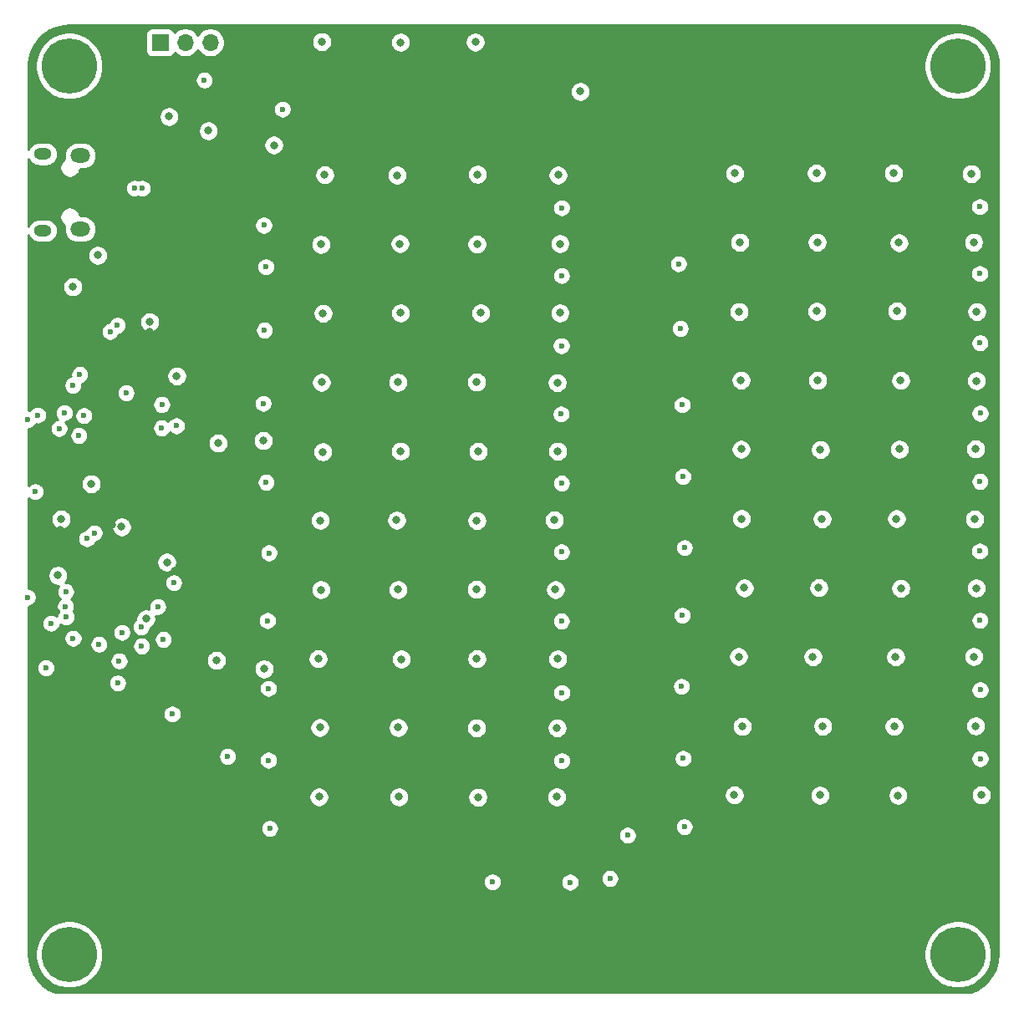
<source format=gbr>
G04 #@! TF.GenerationSoftware,KiCad,Pcbnew,5.1.5+dfsg1-2build2*
G04 #@! TF.CreationDate,2021-01-24T21:22:01+01:00*
G04 #@! TF.ProjectId,Logic_panel_v1_1,4c6f6769-635f-4706-916e-656c5f76315f,rev?*
G04 #@! TF.SameCoordinates,Original*
G04 #@! TF.FileFunction,Copper,L3,Inr*
G04 #@! TF.FilePolarity,Positive*
%FSLAX46Y46*%
G04 Gerber Fmt 4.6, Leading zero omitted, Abs format (unit mm)*
G04 Created by KiCad (PCBNEW 5.1.5+dfsg1-2build2) date 2021-01-24 21:22:01*
%MOMM*%
%LPD*%
G04 APERTURE LIST*
G04 #@! TA.AperFunction,ViaPad*
%ADD10C,5.600000*%
G04 #@! TD*
G04 #@! TA.AperFunction,ViaPad*
%ADD11R,1.700000X1.700000*%
G04 #@! TD*
G04 #@! TA.AperFunction,ViaPad*
%ADD12O,1.700000X1.700000*%
G04 #@! TD*
G04 #@! TA.AperFunction,ViaPad*
%ADD13O,2.000000X1.450000*%
G04 #@! TD*
G04 #@! TA.AperFunction,ViaPad*
%ADD14O,1.800000X1.150000*%
G04 #@! TD*
G04 #@! TA.AperFunction,ViaPad*
%ADD15C,0.800000*%
G04 #@! TD*
G04 #@! TA.AperFunction,ViaPad*
%ADD16C,0.600000*%
G04 #@! TD*
G04 #@! TA.AperFunction,Conductor*
%ADD17C,0.254000*%
G04 #@! TD*
G04 APERTURE END LIST*
D10*
G04 #@! TO.N,N/C*
G04 #@! TO.C,H1*
X55000001Y-145000001D03*
G04 #@! TD*
G04 #@! TO.N,N/C*
G04 #@! TO.C,H2*
X145000001Y-55000001D03*
G04 #@! TD*
G04 #@! TO.N,N/C*
G04 #@! TO.C,H3*
X55000001Y-55000001D03*
G04 #@! TD*
G04 #@! TO.N,N/C*
G04 #@! TO.C,H4*
X145000001Y-145000001D03*
G04 #@! TD*
D11*
G04 #@! TO.N,Board_1-+5V*
G04 #@! TO.C,SW1*
X64220001Y-52640001D03*
D12*
G04 #@! TO.N,Board_1-Net-(D92-Pad2)*
X66760001Y-52640001D03*
G04 #@! TO.N,Board_1-Net-(SW1-Pad3)*
X69300001Y-52640001D03*
G04 #@! TD*
D13*
G04 #@! TO.N,Board_1-Net-(J1-Pad6)*
G04 #@! TO.C,J1*
X56140001Y-64095001D03*
X56140001Y-71545001D03*
D14*
X52340001Y-63945001D03*
X52340001Y-71695001D03*
G04 #@! TD*
D15*
G04 #@! TO.N,Board_1-+3V3*
X55390001Y-77390001D03*
X54200001Y-100920001D03*
D16*
X105740001Y-137700001D03*
X97870001Y-137670001D03*
D15*
X57250001Y-97340001D03*
X62790001Y-111020001D03*
X53870001Y-106610001D03*
X64910001Y-105290001D03*
X60321722Y-101700334D03*
X65900001Y-86420001D03*
X63170001Y-80930001D03*
G04 #@! TO.N,Board_1-+5V*
X69110001Y-61570001D03*
X57890001Y-74190001D03*
X65130001Y-60140001D03*
X70100001Y-93220001D03*
X69920001Y-115220001D03*
D16*
G04 #@! TO.N,Board_1-/herni_LED.sch/10.sch/DATA_IN*
X104900001Y-125400001D03*
X75320001Y-132250001D03*
G04 #@! TO.N,Board_1-/herni_LED.sch/2.sch/DATA_IN*
X104890001Y-69390001D03*
X74930001Y-75360001D03*
G04 #@! TO.N,Board_1-/herni_LED.sch/3.sch/DATA_IN*
X104880001Y-76260001D03*
X74790001Y-81780001D03*
G04 #@! TO.N,Board_1-/herni_LED.sch/4.ch/DATA_IN*
X104860001Y-83350001D03*
X74660001Y-89200001D03*
G04 #@! TO.N,Board_1-/herni_LED.sch/5.sch/DATA_IN*
X104830001Y-90270001D03*
X74960001Y-97190001D03*
G04 #@! TO.N,Board_1-/herni_LED.sch/6.sch/DATA_IN*
X104890001Y-97280001D03*
X75240001Y-104340001D03*
G04 #@! TO.N,Board_1-/herni_LED.sch/7.sch/DATA_IN*
X104870001Y-104250001D03*
X75090001Y-111200001D03*
G04 #@! TO.N,Board_1-/herni_LED.sch/8.sch/DATA_IN*
X104870001Y-111250001D03*
X75190001Y-118070001D03*
G04 #@! TO.N,Board_1-/herni_LED.sch/9.sch/DATA_IN*
X104900001Y-118490001D03*
X75190001Y-125340001D03*
G04 #@! TO.N,Board_1-/hodnoceni_LED.sch/10.sch/DATA_IN*
X147280001Y-125180001D03*
X117320001Y-132080001D03*
G04 #@! TO.N,Board_1-/hodnoceni_LED.sch/2.sch/DATA_IN*
X147240001Y-69270001D03*
X116730001Y-75050001D03*
G04 #@! TO.N,Board_1-/hodnoceni_LED.sch/3.sch/DATA_IN*
X147230001Y-76050001D03*
X116910001Y-81610001D03*
G04 #@! TO.N,Board_1-/hodnoceni_LED.sch/4.ch/DATA_IN*
X147270001Y-83070001D03*
X117100001Y-89350001D03*
G04 #@! TO.N,Board_1-/hodnoceni_LED.sch/5.sch/DATA_IN*
X147280001Y-90200001D03*
X117170001Y-96600001D03*
G04 #@! TO.N,Board_1-/hodnoceni_LED.sch/6.sch/DATA_IN*
X147270001Y-97100001D03*
X117330001Y-103800001D03*
G04 #@! TO.N,Board_1-/hodnoceni_LED.sch/7.sch/DATA_IN*
X147240001Y-104160001D03*
X117100001Y-110670001D03*
G04 #@! TO.N,Board_1-/hodnoceni_LED.sch/8.sch/DATA_IN*
X147270001Y-111170001D03*
X117030001Y-117860001D03*
G04 #@! TO.N,Board_1-/hodnoceni_LED.sch/9.sch/DATA_IN*
X147280001Y-118210001D03*
X117190001Y-125150001D03*
G04 #@! TO.N,Board_1-BARVA_1*
X59920001Y-117520001D03*
X55410001Y-112980001D03*
G04 #@! TO.N,Board_1-BARVA_4*
X56810001Y-102900001D03*
X60350001Y-112400001D03*
G04 #@! TO.N,Board_1-BARVA_5*
X57540001Y-102320001D03*
X62350001Y-113770001D03*
G04 #@! TO.N,Board_1-BARVA_6*
X64540001Y-113110001D03*
X63990001Y-109780001D03*
G04 #@! TO.N,Board_1-BTN_END*
X53160001Y-111480001D03*
X52655001Y-115975001D03*
G04 #@! TO.N,Board_1-BTN_ENTER*
X60070001Y-115290001D03*
X65449999Y-120670001D03*
G04 #@! TO.N,Board_1-BTN_NEW_GAME*
X58030001Y-113599999D03*
X111555001Y-132950001D03*
X109780001Y-137325001D03*
X71055001Y-124950001D03*
G04 #@! TO.N,Board_1-DATA_herni_LED*
X62290001Y-111845001D03*
X74718001Y-71148001D03*
G04 #@! TO.N,Board_1-DATA_zadani_LED*
X76600001Y-59390001D03*
X65600001Y-107360001D03*
G04 #@! TO.N,Board_1-GND*
X56970001Y-109210001D03*
X57920001Y-109220001D03*
X58840001Y-109160001D03*
X57490001Y-108410001D03*
X58440001Y-108380001D03*
X59380001Y-108350001D03*
X59850001Y-109070001D03*
X60940001Y-109090001D03*
X60410001Y-108420001D03*
X60880001Y-107470001D03*
X59950001Y-107470001D03*
X58970001Y-107420001D03*
X57990001Y-107450001D03*
X57010001Y-107450001D03*
X57600001Y-106630001D03*
X58470001Y-106590001D03*
X59370001Y-106590001D03*
X60270001Y-106540001D03*
X60670001Y-105730001D03*
X59870001Y-105720001D03*
X58940001Y-105710001D03*
X58070001Y-105720001D03*
X57130001Y-105680001D03*
D15*
X76460001Y-69220001D03*
X86220001Y-67910001D03*
X93400001Y-67920001D03*
X101710001Y-67920001D03*
X73680001Y-72980001D03*
X78210001Y-74960001D03*
X85590001Y-74920001D03*
X93650001Y-74930001D03*
X101570001Y-74900001D03*
X78180001Y-81930001D03*
X85500001Y-81900001D03*
X93620001Y-81910001D03*
X101550001Y-81990001D03*
X101490001Y-88920001D03*
X93700001Y-88990001D03*
X85680001Y-89000001D03*
X78250001Y-88940001D03*
X78100001Y-95950001D03*
X85630001Y-95970001D03*
X93580001Y-95970001D03*
X101810001Y-95950001D03*
X101640001Y-102950001D03*
X93810001Y-102920001D03*
X85800001Y-102950001D03*
X78300001Y-102970001D03*
X78300001Y-109950001D03*
X85980001Y-109970001D03*
X93780001Y-109950001D03*
X101700001Y-109950001D03*
X78220001Y-116970001D03*
X85590001Y-116950001D03*
X93760001Y-116960001D03*
X101940001Y-116930001D03*
X101820001Y-123950001D03*
X93820001Y-123970001D03*
X85780001Y-123940001D03*
X78320001Y-123960001D03*
X78150001Y-130900001D03*
X85830001Y-130920001D03*
X93880001Y-130900001D03*
X101750001Y-130870001D03*
X78530001Y-54490001D03*
X86280001Y-54420001D03*
X94030001Y-54440001D03*
X101870001Y-54400001D03*
X67690001Y-65270001D03*
X63080001Y-60140001D03*
X120210001Y-67830001D03*
X128140001Y-67750001D03*
X136140001Y-67770001D03*
X144370001Y-67770001D03*
X144250001Y-74820001D03*
X136440001Y-74800001D03*
X128180001Y-74810001D03*
X120240001Y-74760001D03*
X120120001Y-81780001D03*
X128410001Y-81800001D03*
X136290001Y-81800001D03*
X144230001Y-81810001D03*
X144220001Y-88760001D03*
X136430001Y-88810001D03*
X128200001Y-88800001D03*
X120440001Y-88840001D03*
X120350001Y-95760001D03*
X128550001Y-95750001D03*
X136440001Y-95800001D03*
X144230001Y-95740001D03*
X144330001Y-102760001D03*
X136630001Y-102800001D03*
X120620001Y-102790001D03*
X128460001Y-102810001D03*
X120410001Y-109760001D03*
X128460001Y-109780001D03*
X136610001Y-109780001D03*
X144190001Y-109810001D03*
X144110001Y-116810001D03*
X136390001Y-116800001D03*
X128480001Y-116780001D03*
X120420001Y-116810001D03*
X120420001Y-123740001D03*
X128400001Y-123770001D03*
X136540001Y-123760001D03*
X144440001Y-123790001D03*
X144080001Y-130760001D03*
X136380001Y-130820001D03*
X128370001Y-130780001D03*
X120310001Y-130800001D03*
X68400001Y-57950001D03*
X64710001Y-86200001D03*
X58380001Y-69180001D03*
X64100001Y-67200001D03*
X65950001Y-111050001D03*
X63780001Y-103740001D03*
X54066001Y-101996001D03*
X68928849Y-110323511D03*
D16*
X53840001Y-110345001D03*
D15*
X65690001Y-106150001D03*
X59340001Y-101510001D03*
X63200001Y-81930001D03*
X70120001Y-89420001D03*
D16*
G04 #@! TO.N,Board_1-IO0*
X60770001Y-88130001D03*
X64380001Y-91680001D03*
X51560001Y-98130001D03*
X64390001Y-89310001D03*
X50774947Y-108840001D03*
X54642356Y-109759201D03*
G04 #@! TO.N,Board_1-Net-(D7-Pad2)*
X62420001Y-67420001D03*
X59890001Y-81280001D03*
G04 #@! TO.N,Board_1-Net-(D8-Pad2)*
X61620283Y-67398676D03*
X59150003Y-81910001D03*
G04 #@! TO.N,Board_1-Net-(R8-Pad2)*
X51820001Y-90380001D03*
X53990001Y-91740001D03*
G04 #@! TO.N,Board_1-Net-(R9-Pad2)*
X50810001Y-90840001D03*
X55990001Y-92450001D03*
G04 #@! TO.N,Board_1-RX_ESP*
X56080001Y-86270001D03*
X56510001Y-90450001D03*
G04 #@! TO.N,Board_1-TX_ESP*
X55390001Y-87360001D03*
X54520001Y-90140001D03*
D15*
G04 #@! TO.N,Board_1-V_LED_1*
X80600001Y-52550001D03*
X88570001Y-52610001D03*
X96140001Y-52590001D03*
X106770001Y-57590001D03*
X80890001Y-66040001D03*
X88220001Y-66080001D03*
X96360001Y-66000001D03*
X104530001Y-66060001D03*
X80500001Y-73080001D03*
X88510001Y-73020001D03*
X96310001Y-73060001D03*
X104710001Y-73020001D03*
X80720001Y-80070001D03*
X88580001Y-80030001D03*
X96690001Y-80030001D03*
X104710001Y-80030001D03*
X80570001Y-87060001D03*
X88300001Y-87050001D03*
X96270001Y-87030001D03*
X104450001Y-87100001D03*
X122420001Y-65900001D03*
X130690001Y-65860001D03*
X138510001Y-65880001D03*
X146370001Y-65930001D03*
X139050001Y-72920001D03*
X146620001Y-72870001D03*
X130780001Y-72870001D03*
X122920001Y-72870001D03*
X122860001Y-79900001D03*
X130730001Y-79860001D03*
X138850001Y-79840001D03*
X146930001Y-79900001D03*
X123050001Y-86850001D03*
X130820001Y-86870001D03*
X139230001Y-86870001D03*
X146910001Y-86900001D03*
X75750001Y-63030001D03*
G04 #@! TO.N,Board_1-V_LED_2*
X80700001Y-94110001D03*
X88580001Y-94030001D03*
X96430001Y-94060001D03*
X80510001Y-108070001D03*
X104490001Y-94040001D03*
X104160001Y-101010001D03*
X96300001Y-101070001D03*
X104250001Y-108060001D03*
X96260001Y-108040001D03*
X88320001Y-108060001D03*
X88170001Y-101020001D03*
X80440001Y-101040001D03*
X123070001Y-93840001D03*
X131090001Y-93880001D03*
X139090001Y-93840001D03*
X146820001Y-93820001D03*
X146710001Y-100920001D03*
X138810001Y-100870001D03*
X131270001Y-100890001D03*
X123100001Y-100880001D03*
X123390001Y-107880001D03*
X130930001Y-107870001D03*
X139250001Y-107930001D03*
X146880001Y-107910001D03*
X74670001Y-92960001D03*
G04 #@! TO.N,Board_1-V_LED_3*
X80230001Y-115060001D03*
X88650001Y-115100001D03*
X96290001Y-115060001D03*
X104490001Y-115090001D03*
X80400001Y-122030001D03*
X88330001Y-122030001D03*
X96270001Y-122070001D03*
X104430001Y-122070001D03*
X80310001Y-129060001D03*
X88410001Y-129060001D03*
X96410001Y-129090001D03*
X104390001Y-129050001D03*
X122820001Y-114850001D03*
X130340001Y-114860001D03*
X138710001Y-114880001D03*
X146630001Y-114840001D03*
X146820001Y-121880001D03*
X138570001Y-121910001D03*
X123180001Y-121910001D03*
X131340001Y-121900001D03*
X122380001Y-128870001D03*
X131050001Y-128880001D03*
X138960001Y-128900001D03*
X147390001Y-128860001D03*
X74740001Y-116090001D03*
D16*
G04 #@! TO.N,Board_1-ZAPINANI_1_CAST_LED*
X68700001Y-56450001D03*
X54664001Y-108266001D03*
G04 #@! TO.N,Board_1-ZAPINANI_2_CAST_LED*
X65860001Y-91470001D03*
X54700001Y-110830001D03*
G04 #@! TD*
D17*
G04 #@! TO.N,Board_1-GND*
G36*
X145728082Y-50953498D02*
G01*
X146433148Y-51146382D01*
X147092917Y-51461076D01*
X147686528Y-51887629D01*
X148195222Y-52412560D01*
X148602921Y-53019280D01*
X148896735Y-53688606D01*
X149069012Y-54406192D01*
X149115001Y-55032448D01*
X149115002Y-144960580D01*
X149046504Y-145728083D01*
X148853620Y-146433148D01*
X148538927Y-147092915D01*
X148112373Y-147686527D01*
X147587439Y-148195224D01*
X146980724Y-148602920D01*
X146365463Y-148873001D01*
X53637699Y-148873001D01*
X53566854Y-148853620D01*
X52907087Y-148538927D01*
X52313475Y-148112373D01*
X51804778Y-147587439D01*
X51397082Y-146980724D01*
X51103267Y-146311396D01*
X50930990Y-145593811D01*
X50885001Y-144967555D01*
X50885001Y-144661683D01*
X51565001Y-144661683D01*
X51565001Y-145338319D01*
X51697007Y-146001953D01*
X51955944Y-146627083D01*
X52331863Y-147189686D01*
X52810316Y-147668139D01*
X53372919Y-148044058D01*
X53998049Y-148302995D01*
X54661683Y-148435001D01*
X55338319Y-148435001D01*
X56001953Y-148302995D01*
X56627083Y-148044058D01*
X57189686Y-147668139D01*
X57668139Y-147189686D01*
X58044058Y-146627083D01*
X58302995Y-146001953D01*
X58435001Y-145338319D01*
X58435001Y-144661683D01*
X141565001Y-144661683D01*
X141565001Y-145338319D01*
X141697007Y-146001953D01*
X141955944Y-146627083D01*
X142331863Y-147189686D01*
X142810316Y-147668139D01*
X143372919Y-148044058D01*
X143998049Y-148302995D01*
X144661683Y-148435001D01*
X145338319Y-148435001D01*
X146001953Y-148302995D01*
X146627083Y-148044058D01*
X147189686Y-147668139D01*
X147668139Y-147189686D01*
X148044058Y-146627083D01*
X148302995Y-146001953D01*
X148435001Y-145338319D01*
X148435001Y-144661683D01*
X148302995Y-143998049D01*
X148044058Y-143372919D01*
X147668139Y-142810316D01*
X147189686Y-142331863D01*
X146627083Y-141955944D01*
X146001953Y-141697007D01*
X145338319Y-141565001D01*
X144661683Y-141565001D01*
X143998049Y-141697007D01*
X143372919Y-141955944D01*
X142810316Y-142331863D01*
X142331863Y-142810316D01*
X141955944Y-143372919D01*
X141697007Y-143998049D01*
X141565001Y-144661683D01*
X58435001Y-144661683D01*
X58302995Y-143998049D01*
X58044058Y-143372919D01*
X57668139Y-142810316D01*
X57189686Y-142331863D01*
X56627083Y-141955944D01*
X56001953Y-141697007D01*
X55338319Y-141565001D01*
X54661683Y-141565001D01*
X53998049Y-141697007D01*
X53372919Y-141955944D01*
X52810316Y-142331863D01*
X52331863Y-142810316D01*
X51955944Y-143372919D01*
X51697007Y-143998049D01*
X51565001Y-144661683D01*
X50885001Y-144661683D01*
X50885001Y-137577912D01*
X96935001Y-137577912D01*
X96935001Y-137762090D01*
X96970933Y-137942730D01*
X97041415Y-138112890D01*
X97143739Y-138266029D01*
X97273973Y-138396263D01*
X97427112Y-138498587D01*
X97597272Y-138569069D01*
X97777912Y-138605001D01*
X97962090Y-138605001D01*
X98142730Y-138569069D01*
X98312890Y-138498587D01*
X98466029Y-138396263D01*
X98596263Y-138266029D01*
X98698587Y-138112890D01*
X98769069Y-137942730D01*
X98805001Y-137762090D01*
X98805001Y-137607912D01*
X104805001Y-137607912D01*
X104805001Y-137792090D01*
X104840933Y-137972730D01*
X104911415Y-138142890D01*
X105013739Y-138296029D01*
X105143973Y-138426263D01*
X105297112Y-138528587D01*
X105467272Y-138599069D01*
X105647912Y-138635001D01*
X105832090Y-138635001D01*
X106012730Y-138599069D01*
X106182890Y-138528587D01*
X106336029Y-138426263D01*
X106466263Y-138296029D01*
X106568587Y-138142890D01*
X106639069Y-137972730D01*
X106675001Y-137792090D01*
X106675001Y-137607912D01*
X106639069Y-137427272D01*
X106568587Y-137257112D01*
X106552418Y-137232912D01*
X108845001Y-137232912D01*
X108845001Y-137417090D01*
X108880933Y-137597730D01*
X108951415Y-137767890D01*
X109053739Y-137921029D01*
X109183973Y-138051263D01*
X109337112Y-138153587D01*
X109507272Y-138224069D01*
X109687912Y-138260001D01*
X109872090Y-138260001D01*
X110052730Y-138224069D01*
X110222890Y-138153587D01*
X110376029Y-138051263D01*
X110506263Y-137921029D01*
X110608587Y-137767890D01*
X110679069Y-137597730D01*
X110715001Y-137417090D01*
X110715001Y-137232912D01*
X110679069Y-137052272D01*
X110608587Y-136882112D01*
X110506263Y-136728973D01*
X110376029Y-136598739D01*
X110222890Y-136496415D01*
X110052730Y-136425933D01*
X109872090Y-136390001D01*
X109687912Y-136390001D01*
X109507272Y-136425933D01*
X109337112Y-136496415D01*
X109183973Y-136598739D01*
X109053739Y-136728973D01*
X108951415Y-136882112D01*
X108880933Y-137052272D01*
X108845001Y-137232912D01*
X106552418Y-137232912D01*
X106466263Y-137103973D01*
X106336029Y-136973739D01*
X106182890Y-136871415D01*
X106012730Y-136800933D01*
X105832090Y-136765001D01*
X105647912Y-136765001D01*
X105467272Y-136800933D01*
X105297112Y-136871415D01*
X105143973Y-136973739D01*
X105013739Y-137103973D01*
X104911415Y-137257112D01*
X104840933Y-137427272D01*
X104805001Y-137607912D01*
X98805001Y-137607912D01*
X98805001Y-137577912D01*
X98769069Y-137397272D01*
X98698587Y-137227112D01*
X98596263Y-137073973D01*
X98466029Y-136943739D01*
X98312890Y-136841415D01*
X98142730Y-136770933D01*
X97962090Y-136735001D01*
X97777912Y-136735001D01*
X97597272Y-136770933D01*
X97427112Y-136841415D01*
X97273973Y-136943739D01*
X97143739Y-137073973D01*
X97041415Y-137227112D01*
X96970933Y-137397272D01*
X96935001Y-137577912D01*
X50885001Y-137577912D01*
X50885001Y-132157912D01*
X74385001Y-132157912D01*
X74385001Y-132342090D01*
X74420933Y-132522730D01*
X74491415Y-132692890D01*
X74593739Y-132846029D01*
X74723973Y-132976263D01*
X74877112Y-133078587D01*
X75047272Y-133149069D01*
X75227912Y-133185001D01*
X75412090Y-133185001D01*
X75592730Y-133149069D01*
X75762890Y-133078587D01*
X75916029Y-132976263D01*
X76034380Y-132857912D01*
X110620001Y-132857912D01*
X110620001Y-133042090D01*
X110655933Y-133222730D01*
X110726415Y-133392890D01*
X110828739Y-133546029D01*
X110958973Y-133676263D01*
X111112112Y-133778587D01*
X111282272Y-133849069D01*
X111462912Y-133885001D01*
X111647090Y-133885001D01*
X111827730Y-133849069D01*
X111997890Y-133778587D01*
X112151029Y-133676263D01*
X112281263Y-133546029D01*
X112383587Y-133392890D01*
X112454069Y-133222730D01*
X112490001Y-133042090D01*
X112490001Y-132857912D01*
X112454069Y-132677272D01*
X112383587Y-132507112D01*
X112281263Y-132353973D01*
X112151029Y-132223739D01*
X111997890Y-132121415D01*
X111827730Y-132050933D01*
X111647090Y-132015001D01*
X111462912Y-132015001D01*
X111282272Y-132050933D01*
X111112112Y-132121415D01*
X110958973Y-132223739D01*
X110828739Y-132353973D01*
X110726415Y-132507112D01*
X110655933Y-132677272D01*
X110620001Y-132857912D01*
X76034380Y-132857912D01*
X76046263Y-132846029D01*
X76148587Y-132692890D01*
X76219069Y-132522730D01*
X76255001Y-132342090D01*
X76255001Y-132157912D01*
X76221186Y-131987912D01*
X116385001Y-131987912D01*
X116385001Y-132172090D01*
X116420933Y-132352730D01*
X116491415Y-132522890D01*
X116593739Y-132676029D01*
X116723973Y-132806263D01*
X116877112Y-132908587D01*
X117047272Y-132979069D01*
X117227912Y-133015001D01*
X117412090Y-133015001D01*
X117592730Y-132979069D01*
X117762890Y-132908587D01*
X117916029Y-132806263D01*
X118046263Y-132676029D01*
X118148587Y-132522890D01*
X118219069Y-132352730D01*
X118255001Y-132172090D01*
X118255001Y-131987912D01*
X118219069Y-131807272D01*
X118148587Y-131637112D01*
X118046263Y-131483973D01*
X117916029Y-131353739D01*
X117762890Y-131251415D01*
X117592730Y-131180933D01*
X117412090Y-131145001D01*
X117227912Y-131145001D01*
X117047272Y-131180933D01*
X116877112Y-131251415D01*
X116723973Y-131353739D01*
X116593739Y-131483973D01*
X116491415Y-131637112D01*
X116420933Y-131807272D01*
X116385001Y-131987912D01*
X76221186Y-131987912D01*
X76219069Y-131977272D01*
X76148587Y-131807112D01*
X76046263Y-131653973D01*
X75916029Y-131523739D01*
X75762890Y-131421415D01*
X75592730Y-131350933D01*
X75412090Y-131315001D01*
X75227912Y-131315001D01*
X75047272Y-131350933D01*
X74877112Y-131421415D01*
X74723973Y-131523739D01*
X74593739Y-131653973D01*
X74491415Y-131807112D01*
X74420933Y-131977272D01*
X74385001Y-132157912D01*
X50885001Y-132157912D01*
X50885001Y-128958062D01*
X79275001Y-128958062D01*
X79275001Y-129161940D01*
X79314775Y-129361899D01*
X79392796Y-129550257D01*
X79506064Y-129719775D01*
X79650227Y-129863938D01*
X79819745Y-129977206D01*
X80008103Y-130055227D01*
X80208062Y-130095001D01*
X80411940Y-130095001D01*
X80611899Y-130055227D01*
X80800257Y-129977206D01*
X80969775Y-129863938D01*
X81113938Y-129719775D01*
X81227206Y-129550257D01*
X81305227Y-129361899D01*
X81345001Y-129161940D01*
X81345001Y-128958062D01*
X87375001Y-128958062D01*
X87375001Y-129161940D01*
X87414775Y-129361899D01*
X87492796Y-129550257D01*
X87606064Y-129719775D01*
X87750227Y-129863938D01*
X87919745Y-129977206D01*
X88108103Y-130055227D01*
X88308062Y-130095001D01*
X88511940Y-130095001D01*
X88711899Y-130055227D01*
X88900257Y-129977206D01*
X89069775Y-129863938D01*
X89213938Y-129719775D01*
X89327206Y-129550257D01*
X89405227Y-129361899D01*
X89445001Y-129161940D01*
X89445001Y-128988062D01*
X95375001Y-128988062D01*
X95375001Y-129191940D01*
X95414775Y-129391899D01*
X95492796Y-129580257D01*
X95606064Y-129749775D01*
X95750227Y-129893938D01*
X95919745Y-130007206D01*
X96108103Y-130085227D01*
X96308062Y-130125001D01*
X96511940Y-130125001D01*
X96711899Y-130085227D01*
X96900257Y-130007206D01*
X97069775Y-129893938D01*
X97213938Y-129749775D01*
X97327206Y-129580257D01*
X97405227Y-129391899D01*
X97445001Y-129191940D01*
X97445001Y-128988062D01*
X97437045Y-128948062D01*
X103355001Y-128948062D01*
X103355001Y-129151940D01*
X103394775Y-129351899D01*
X103472796Y-129540257D01*
X103586064Y-129709775D01*
X103730227Y-129853938D01*
X103899745Y-129967206D01*
X104088103Y-130045227D01*
X104288062Y-130085001D01*
X104491940Y-130085001D01*
X104691899Y-130045227D01*
X104880257Y-129967206D01*
X105049775Y-129853938D01*
X105193938Y-129709775D01*
X105307206Y-129540257D01*
X105385227Y-129351899D01*
X105425001Y-129151940D01*
X105425001Y-128948062D01*
X105389198Y-128768062D01*
X121345001Y-128768062D01*
X121345001Y-128971940D01*
X121384775Y-129171899D01*
X121462796Y-129360257D01*
X121576064Y-129529775D01*
X121720227Y-129673938D01*
X121889745Y-129787206D01*
X122078103Y-129865227D01*
X122278062Y-129905001D01*
X122481940Y-129905001D01*
X122681899Y-129865227D01*
X122870257Y-129787206D01*
X123039775Y-129673938D01*
X123183938Y-129529775D01*
X123297206Y-129360257D01*
X123375227Y-129171899D01*
X123415001Y-128971940D01*
X123415001Y-128778062D01*
X130015001Y-128778062D01*
X130015001Y-128981940D01*
X130054775Y-129181899D01*
X130132796Y-129370257D01*
X130246064Y-129539775D01*
X130390227Y-129683938D01*
X130559745Y-129797206D01*
X130748103Y-129875227D01*
X130948062Y-129915001D01*
X131151940Y-129915001D01*
X131351899Y-129875227D01*
X131540257Y-129797206D01*
X131709775Y-129683938D01*
X131853938Y-129539775D01*
X131967206Y-129370257D01*
X132045227Y-129181899D01*
X132085001Y-128981940D01*
X132085001Y-128798062D01*
X137925001Y-128798062D01*
X137925001Y-129001940D01*
X137964775Y-129201899D01*
X138042796Y-129390257D01*
X138156064Y-129559775D01*
X138300227Y-129703938D01*
X138469745Y-129817206D01*
X138658103Y-129895227D01*
X138858062Y-129935001D01*
X139061940Y-129935001D01*
X139261899Y-129895227D01*
X139450257Y-129817206D01*
X139619775Y-129703938D01*
X139763938Y-129559775D01*
X139877206Y-129390257D01*
X139955227Y-129201899D01*
X139995001Y-129001940D01*
X139995001Y-128798062D01*
X139987045Y-128758062D01*
X146355001Y-128758062D01*
X146355001Y-128961940D01*
X146394775Y-129161899D01*
X146472796Y-129350257D01*
X146586064Y-129519775D01*
X146730227Y-129663938D01*
X146899745Y-129777206D01*
X147088103Y-129855227D01*
X147288062Y-129895001D01*
X147491940Y-129895001D01*
X147691899Y-129855227D01*
X147880257Y-129777206D01*
X148049775Y-129663938D01*
X148193938Y-129519775D01*
X148307206Y-129350257D01*
X148385227Y-129161899D01*
X148425001Y-128961940D01*
X148425001Y-128758062D01*
X148385227Y-128558103D01*
X148307206Y-128369745D01*
X148193938Y-128200227D01*
X148049775Y-128056064D01*
X147880257Y-127942796D01*
X147691899Y-127864775D01*
X147491940Y-127825001D01*
X147288062Y-127825001D01*
X147088103Y-127864775D01*
X146899745Y-127942796D01*
X146730227Y-128056064D01*
X146586064Y-128200227D01*
X146472796Y-128369745D01*
X146394775Y-128558103D01*
X146355001Y-128758062D01*
X139987045Y-128758062D01*
X139955227Y-128598103D01*
X139877206Y-128409745D01*
X139763938Y-128240227D01*
X139619775Y-128096064D01*
X139450257Y-127982796D01*
X139261899Y-127904775D01*
X139061940Y-127865001D01*
X138858062Y-127865001D01*
X138658103Y-127904775D01*
X138469745Y-127982796D01*
X138300227Y-128096064D01*
X138156064Y-128240227D01*
X138042796Y-128409745D01*
X137964775Y-128598103D01*
X137925001Y-128798062D01*
X132085001Y-128798062D01*
X132085001Y-128778062D01*
X132045227Y-128578103D01*
X131967206Y-128389745D01*
X131853938Y-128220227D01*
X131709775Y-128076064D01*
X131540257Y-127962796D01*
X131351899Y-127884775D01*
X131151940Y-127845001D01*
X130948062Y-127845001D01*
X130748103Y-127884775D01*
X130559745Y-127962796D01*
X130390227Y-128076064D01*
X130246064Y-128220227D01*
X130132796Y-128389745D01*
X130054775Y-128578103D01*
X130015001Y-128778062D01*
X123415001Y-128778062D01*
X123415001Y-128768062D01*
X123375227Y-128568103D01*
X123297206Y-128379745D01*
X123183938Y-128210227D01*
X123039775Y-128066064D01*
X122870257Y-127952796D01*
X122681899Y-127874775D01*
X122481940Y-127835001D01*
X122278062Y-127835001D01*
X122078103Y-127874775D01*
X121889745Y-127952796D01*
X121720227Y-128066064D01*
X121576064Y-128210227D01*
X121462796Y-128379745D01*
X121384775Y-128568103D01*
X121345001Y-128768062D01*
X105389198Y-128768062D01*
X105385227Y-128748103D01*
X105307206Y-128559745D01*
X105193938Y-128390227D01*
X105049775Y-128246064D01*
X104880257Y-128132796D01*
X104691899Y-128054775D01*
X104491940Y-128015001D01*
X104288062Y-128015001D01*
X104088103Y-128054775D01*
X103899745Y-128132796D01*
X103730227Y-128246064D01*
X103586064Y-128390227D01*
X103472796Y-128559745D01*
X103394775Y-128748103D01*
X103355001Y-128948062D01*
X97437045Y-128948062D01*
X97405227Y-128788103D01*
X97327206Y-128599745D01*
X97213938Y-128430227D01*
X97069775Y-128286064D01*
X96900257Y-128172796D01*
X96711899Y-128094775D01*
X96511940Y-128055001D01*
X96308062Y-128055001D01*
X96108103Y-128094775D01*
X95919745Y-128172796D01*
X95750227Y-128286064D01*
X95606064Y-128430227D01*
X95492796Y-128599745D01*
X95414775Y-128788103D01*
X95375001Y-128988062D01*
X89445001Y-128988062D01*
X89445001Y-128958062D01*
X89405227Y-128758103D01*
X89327206Y-128569745D01*
X89213938Y-128400227D01*
X89069775Y-128256064D01*
X88900257Y-128142796D01*
X88711899Y-128064775D01*
X88511940Y-128025001D01*
X88308062Y-128025001D01*
X88108103Y-128064775D01*
X87919745Y-128142796D01*
X87750227Y-128256064D01*
X87606064Y-128400227D01*
X87492796Y-128569745D01*
X87414775Y-128758103D01*
X87375001Y-128958062D01*
X81345001Y-128958062D01*
X81305227Y-128758103D01*
X81227206Y-128569745D01*
X81113938Y-128400227D01*
X80969775Y-128256064D01*
X80800257Y-128142796D01*
X80611899Y-128064775D01*
X80411940Y-128025001D01*
X80208062Y-128025001D01*
X80008103Y-128064775D01*
X79819745Y-128142796D01*
X79650227Y-128256064D01*
X79506064Y-128400227D01*
X79392796Y-128569745D01*
X79314775Y-128758103D01*
X79275001Y-128958062D01*
X50885001Y-128958062D01*
X50885001Y-124857912D01*
X70120001Y-124857912D01*
X70120001Y-125042090D01*
X70155933Y-125222730D01*
X70226415Y-125392890D01*
X70328739Y-125546029D01*
X70458973Y-125676263D01*
X70612112Y-125778587D01*
X70782272Y-125849069D01*
X70962912Y-125885001D01*
X71147090Y-125885001D01*
X71327730Y-125849069D01*
X71497890Y-125778587D01*
X71651029Y-125676263D01*
X71781263Y-125546029D01*
X71883587Y-125392890D01*
X71943638Y-125247912D01*
X74255001Y-125247912D01*
X74255001Y-125432090D01*
X74290933Y-125612730D01*
X74361415Y-125782890D01*
X74463739Y-125936029D01*
X74593973Y-126066263D01*
X74747112Y-126168587D01*
X74917272Y-126239069D01*
X75097912Y-126275001D01*
X75282090Y-126275001D01*
X75462730Y-126239069D01*
X75632890Y-126168587D01*
X75786029Y-126066263D01*
X75916263Y-125936029D01*
X76018587Y-125782890D01*
X76089069Y-125612730D01*
X76125001Y-125432090D01*
X76125001Y-125307912D01*
X103965001Y-125307912D01*
X103965001Y-125492090D01*
X104000933Y-125672730D01*
X104071415Y-125842890D01*
X104173739Y-125996029D01*
X104303973Y-126126263D01*
X104457112Y-126228587D01*
X104627272Y-126299069D01*
X104807912Y-126335001D01*
X104992090Y-126335001D01*
X105172730Y-126299069D01*
X105342890Y-126228587D01*
X105496029Y-126126263D01*
X105626263Y-125996029D01*
X105728587Y-125842890D01*
X105799069Y-125672730D01*
X105835001Y-125492090D01*
X105835001Y-125307912D01*
X105799069Y-125127272D01*
X105770340Y-125057912D01*
X116255001Y-125057912D01*
X116255001Y-125242090D01*
X116290933Y-125422730D01*
X116361415Y-125592890D01*
X116463739Y-125746029D01*
X116593973Y-125876263D01*
X116747112Y-125978587D01*
X116917272Y-126049069D01*
X117097912Y-126085001D01*
X117282090Y-126085001D01*
X117462730Y-126049069D01*
X117632890Y-125978587D01*
X117786029Y-125876263D01*
X117916263Y-125746029D01*
X118018587Y-125592890D01*
X118089069Y-125422730D01*
X118125001Y-125242090D01*
X118125001Y-125087912D01*
X146345001Y-125087912D01*
X146345001Y-125272090D01*
X146380933Y-125452730D01*
X146451415Y-125622890D01*
X146553739Y-125776029D01*
X146683973Y-125906263D01*
X146837112Y-126008587D01*
X147007272Y-126079069D01*
X147187912Y-126115001D01*
X147372090Y-126115001D01*
X147552730Y-126079069D01*
X147722890Y-126008587D01*
X147876029Y-125906263D01*
X148006263Y-125776029D01*
X148108587Y-125622890D01*
X148179069Y-125452730D01*
X148215001Y-125272090D01*
X148215001Y-125087912D01*
X148179069Y-124907272D01*
X148108587Y-124737112D01*
X148006263Y-124583973D01*
X147876029Y-124453739D01*
X147722890Y-124351415D01*
X147552730Y-124280933D01*
X147372090Y-124245001D01*
X147187912Y-124245001D01*
X147007272Y-124280933D01*
X146837112Y-124351415D01*
X146683973Y-124453739D01*
X146553739Y-124583973D01*
X146451415Y-124737112D01*
X146380933Y-124907272D01*
X146345001Y-125087912D01*
X118125001Y-125087912D01*
X118125001Y-125057912D01*
X118089069Y-124877272D01*
X118018587Y-124707112D01*
X117916263Y-124553973D01*
X117786029Y-124423739D01*
X117632890Y-124321415D01*
X117462730Y-124250933D01*
X117282090Y-124215001D01*
X117097912Y-124215001D01*
X116917272Y-124250933D01*
X116747112Y-124321415D01*
X116593973Y-124423739D01*
X116463739Y-124553973D01*
X116361415Y-124707112D01*
X116290933Y-124877272D01*
X116255001Y-125057912D01*
X105770340Y-125057912D01*
X105728587Y-124957112D01*
X105626263Y-124803973D01*
X105496029Y-124673739D01*
X105342890Y-124571415D01*
X105172730Y-124500933D01*
X104992090Y-124465001D01*
X104807912Y-124465001D01*
X104627272Y-124500933D01*
X104457112Y-124571415D01*
X104303973Y-124673739D01*
X104173739Y-124803973D01*
X104071415Y-124957112D01*
X104000933Y-125127272D01*
X103965001Y-125307912D01*
X76125001Y-125307912D01*
X76125001Y-125247912D01*
X76089069Y-125067272D01*
X76018587Y-124897112D01*
X75916263Y-124743973D01*
X75786029Y-124613739D01*
X75632890Y-124511415D01*
X75462730Y-124440933D01*
X75282090Y-124405001D01*
X75097912Y-124405001D01*
X74917272Y-124440933D01*
X74747112Y-124511415D01*
X74593973Y-124613739D01*
X74463739Y-124743973D01*
X74361415Y-124897112D01*
X74290933Y-125067272D01*
X74255001Y-125247912D01*
X71943638Y-125247912D01*
X71954069Y-125222730D01*
X71990001Y-125042090D01*
X71990001Y-124857912D01*
X71954069Y-124677272D01*
X71883587Y-124507112D01*
X71781263Y-124353973D01*
X71651029Y-124223739D01*
X71497890Y-124121415D01*
X71327730Y-124050933D01*
X71147090Y-124015001D01*
X70962912Y-124015001D01*
X70782272Y-124050933D01*
X70612112Y-124121415D01*
X70458973Y-124223739D01*
X70328739Y-124353973D01*
X70226415Y-124507112D01*
X70155933Y-124677272D01*
X70120001Y-124857912D01*
X50885001Y-124857912D01*
X50885001Y-121928062D01*
X79365001Y-121928062D01*
X79365001Y-122131940D01*
X79404775Y-122331899D01*
X79482796Y-122520257D01*
X79596064Y-122689775D01*
X79740227Y-122833938D01*
X79909745Y-122947206D01*
X80098103Y-123025227D01*
X80298062Y-123065001D01*
X80501940Y-123065001D01*
X80701899Y-123025227D01*
X80890257Y-122947206D01*
X81059775Y-122833938D01*
X81203938Y-122689775D01*
X81317206Y-122520257D01*
X81395227Y-122331899D01*
X81435001Y-122131940D01*
X81435001Y-121928062D01*
X87295001Y-121928062D01*
X87295001Y-122131940D01*
X87334775Y-122331899D01*
X87412796Y-122520257D01*
X87526064Y-122689775D01*
X87670227Y-122833938D01*
X87839745Y-122947206D01*
X88028103Y-123025227D01*
X88228062Y-123065001D01*
X88431940Y-123065001D01*
X88631899Y-123025227D01*
X88820257Y-122947206D01*
X88989775Y-122833938D01*
X89133938Y-122689775D01*
X89247206Y-122520257D01*
X89325227Y-122331899D01*
X89365001Y-122131940D01*
X89365001Y-121968062D01*
X95235001Y-121968062D01*
X95235001Y-122171940D01*
X95274775Y-122371899D01*
X95352796Y-122560257D01*
X95466064Y-122729775D01*
X95610227Y-122873938D01*
X95779745Y-122987206D01*
X95968103Y-123065227D01*
X96168062Y-123105001D01*
X96371940Y-123105001D01*
X96571899Y-123065227D01*
X96760257Y-122987206D01*
X96929775Y-122873938D01*
X97073938Y-122729775D01*
X97187206Y-122560257D01*
X97265227Y-122371899D01*
X97305001Y-122171940D01*
X97305001Y-121968062D01*
X103395001Y-121968062D01*
X103395001Y-122171940D01*
X103434775Y-122371899D01*
X103512796Y-122560257D01*
X103626064Y-122729775D01*
X103770227Y-122873938D01*
X103939745Y-122987206D01*
X104128103Y-123065227D01*
X104328062Y-123105001D01*
X104531940Y-123105001D01*
X104731899Y-123065227D01*
X104920257Y-122987206D01*
X105089775Y-122873938D01*
X105233938Y-122729775D01*
X105347206Y-122560257D01*
X105425227Y-122371899D01*
X105465001Y-122171940D01*
X105465001Y-121968062D01*
X105433176Y-121808062D01*
X122145001Y-121808062D01*
X122145001Y-122011940D01*
X122184775Y-122211899D01*
X122262796Y-122400257D01*
X122376064Y-122569775D01*
X122520227Y-122713938D01*
X122689745Y-122827206D01*
X122878103Y-122905227D01*
X123078062Y-122945001D01*
X123281940Y-122945001D01*
X123481899Y-122905227D01*
X123670257Y-122827206D01*
X123839775Y-122713938D01*
X123983938Y-122569775D01*
X124097206Y-122400257D01*
X124175227Y-122211899D01*
X124215001Y-122011940D01*
X124215001Y-121808062D01*
X124213012Y-121798062D01*
X130305001Y-121798062D01*
X130305001Y-122001940D01*
X130344775Y-122201899D01*
X130422796Y-122390257D01*
X130536064Y-122559775D01*
X130680227Y-122703938D01*
X130849745Y-122817206D01*
X131038103Y-122895227D01*
X131238062Y-122935001D01*
X131441940Y-122935001D01*
X131641899Y-122895227D01*
X131830257Y-122817206D01*
X131999775Y-122703938D01*
X132143938Y-122559775D01*
X132257206Y-122390257D01*
X132335227Y-122201899D01*
X132375001Y-122001940D01*
X132375001Y-121808062D01*
X137535001Y-121808062D01*
X137535001Y-122011940D01*
X137574775Y-122211899D01*
X137652796Y-122400257D01*
X137766064Y-122569775D01*
X137910227Y-122713938D01*
X138079745Y-122827206D01*
X138268103Y-122905227D01*
X138468062Y-122945001D01*
X138671940Y-122945001D01*
X138871899Y-122905227D01*
X139060257Y-122827206D01*
X139229775Y-122713938D01*
X139373938Y-122569775D01*
X139487206Y-122400257D01*
X139565227Y-122211899D01*
X139605001Y-122011940D01*
X139605001Y-121808062D01*
X139599034Y-121778062D01*
X145785001Y-121778062D01*
X145785001Y-121981940D01*
X145824775Y-122181899D01*
X145902796Y-122370257D01*
X146016064Y-122539775D01*
X146160227Y-122683938D01*
X146329745Y-122797206D01*
X146518103Y-122875227D01*
X146718062Y-122915001D01*
X146921940Y-122915001D01*
X147121899Y-122875227D01*
X147310257Y-122797206D01*
X147479775Y-122683938D01*
X147623938Y-122539775D01*
X147737206Y-122370257D01*
X147815227Y-122181899D01*
X147855001Y-121981940D01*
X147855001Y-121778062D01*
X147815227Y-121578103D01*
X147737206Y-121389745D01*
X147623938Y-121220227D01*
X147479775Y-121076064D01*
X147310257Y-120962796D01*
X147121899Y-120884775D01*
X146921940Y-120845001D01*
X146718062Y-120845001D01*
X146518103Y-120884775D01*
X146329745Y-120962796D01*
X146160227Y-121076064D01*
X146016064Y-121220227D01*
X145902796Y-121389745D01*
X145824775Y-121578103D01*
X145785001Y-121778062D01*
X139599034Y-121778062D01*
X139565227Y-121608103D01*
X139487206Y-121419745D01*
X139373938Y-121250227D01*
X139229775Y-121106064D01*
X139060257Y-120992796D01*
X138871899Y-120914775D01*
X138671940Y-120875001D01*
X138468062Y-120875001D01*
X138268103Y-120914775D01*
X138079745Y-120992796D01*
X137910227Y-121106064D01*
X137766064Y-121250227D01*
X137652796Y-121419745D01*
X137574775Y-121608103D01*
X137535001Y-121808062D01*
X132375001Y-121808062D01*
X132375001Y-121798062D01*
X132335227Y-121598103D01*
X132257206Y-121409745D01*
X132143938Y-121240227D01*
X131999775Y-121096064D01*
X131830257Y-120982796D01*
X131641899Y-120904775D01*
X131441940Y-120865001D01*
X131238062Y-120865001D01*
X131038103Y-120904775D01*
X130849745Y-120982796D01*
X130680227Y-121096064D01*
X130536064Y-121240227D01*
X130422796Y-121409745D01*
X130344775Y-121598103D01*
X130305001Y-121798062D01*
X124213012Y-121798062D01*
X124175227Y-121608103D01*
X124097206Y-121419745D01*
X123983938Y-121250227D01*
X123839775Y-121106064D01*
X123670257Y-120992796D01*
X123481899Y-120914775D01*
X123281940Y-120875001D01*
X123078062Y-120875001D01*
X122878103Y-120914775D01*
X122689745Y-120992796D01*
X122520227Y-121106064D01*
X122376064Y-121250227D01*
X122262796Y-121419745D01*
X122184775Y-121608103D01*
X122145001Y-121808062D01*
X105433176Y-121808062D01*
X105425227Y-121768103D01*
X105347206Y-121579745D01*
X105233938Y-121410227D01*
X105089775Y-121266064D01*
X104920257Y-121152796D01*
X104731899Y-121074775D01*
X104531940Y-121035001D01*
X104328062Y-121035001D01*
X104128103Y-121074775D01*
X103939745Y-121152796D01*
X103770227Y-121266064D01*
X103626064Y-121410227D01*
X103512796Y-121579745D01*
X103434775Y-121768103D01*
X103395001Y-121968062D01*
X97305001Y-121968062D01*
X97265227Y-121768103D01*
X97187206Y-121579745D01*
X97073938Y-121410227D01*
X96929775Y-121266064D01*
X96760257Y-121152796D01*
X96571899Y-121074775D01*
X96371940Y-121035001D01*
X96168062Y-121035001D01*
X95968103Y-121074775D01*
X95779745Y-121152796D01*
X95610227Y-121266064D01*
X95466064Y-121410227D01*
X95352796Y-121579745D01*
X95274775Y-121768103D01*
X95235001Y-121968062D01*
X89365001Y-121968062D01*
X89365001Y-121928062D01*
X89325227Y-121728103D01*
X89247206Y-121539745D01*
X89133938Y-121370227D01*
X88989775Y-121226064D01*
X88820257Y-121112796D01*
X88631899Y-121034775D01*
X88431940Y-120995001D01*
X88228062Y-120995001D01*
X88028103Y-121034775D01*
X87839745Y-121112796D01*
X87670227Y-121226064D01*
X87526064Y-121370227D01*
X87412796Y-121539745D01*
X87334775Y-121728103D01*
X87295001Y-121928062D01*
X81435001Y-121928062D01*
X81395227Y-121728103D01*
X81317206Y-121539745D01*
X81203938Y-121370227D01*
X81059775Y-121226064D01*
X80890257Y-121112796D01*
X80701899Y-121034775D01*
X80501940Y-120995001D01*
X80298062Y-120995001D01*
X80098103Y-121034775D01*
X79909745Y-121112796D01*
X79740227Y-121226064D01*
X79596064Y-121370227D01*
X79482796Y-121539745D01*
X79404775Y-121728103D01*
X79365001Y-121928062D01*
X50885001Y-121928062D01*
X50885001Y-120577912D01*
X64514999Y-120577912D01*
X64514999Y-120762090D01*
X64550931Y-120942730D01*
X64621413Y-121112890D01*
X64723737Y-121266029D01*
X64853971Y-121396263D01*
X65007110Y-121498587D01*
X65177270Y-121569069D01*
X65357910Y-121605001D01*
X65542088Y-121605001D01*
X65722728Y-121569069D01*
X65892888Y-121498587D01*
X66046027Y-121396263D01*
X66176261Y-121266029D01*
X66278585Y-121112890D01*
X66349067Y-120942730D01*
X66384999Y-120762090D01*
X66384999Y-120577912D01*
X66349067Y-120397272D01*
X66278585Y-120227112D01*
X66176261Y-120073973D01*
X66046027Y-119943739D01*
X65892888Y-119841415D01*
X65722728Y-119770933D01*
X65542088Y-119735001D01*
X65357910Y-119735001D01*
X65177270Y-119770933D01*
X65007110Y-119841415D01*
X64853971Y-119943739D01*
X64723737Y-120073973D01*
X64621413Y-120227112D01*
X64550931Y-120397272D01*
X64514999Y-120577912D01*
X50885001Y-120577912D01*
X50885001Y-117427912D01*
X58985001Y-117427912D01*
X58985001Y-117612090D01*
X59020933Y-117792730D01*
X59091415Y-117962890D01*
X59193739Y-118116029D01*
X59323973Y-118246263D01*
X59477112Y-118348587D01*
X59647272Y-118419069D01*
X59827912Y-118455001D01*
X60012090Y-118455001D01*
X60192730Y-118419069D01*
X60362890Y-118348587D01*
X60516029Y-118246263D01*
X60646263Y-118116029D01*
X60738549Y-117977912D01*
X74255001Y-117977912D01*
X74255001Y-118162090D01*
X74290933Y-118342730D01*
X74361415Y-118512890D01*
X74463739Y-118666029D01*
X74593973Y-118796263D01*
X74747112Y-118898587D01*
X74917272Y-118969069D01*
X75097912Y-119005001D01*
X75282090Y-119005001D01*
X75462730Y-118969069D01*
X75632890Y-118898587D01*
X75786029Y-118796263D01*
X75916263Y-118666029D01*
X76018587Y-118512890D01*
X76066212Y-118397912D01*
X103965001Y-118397912D01*
X103965001Y-118582090D01*
X104000933Y-118762730D01*
X104071415Y-118932890D01*
X104173739Y-119086029D01*
X104303973Y-119216263D01*
X104457112Y-119318587D01*
X104627272Y-119389069D01*
X104807912Y-119425001D01*
X104992090Y-119425001D01*
X105172730Y-119389069D01*
X105342890Y-119318587D01*
X105496029Y-119216263D01*
X105626263Y-119086029D01*
X105728587Y-118932890D01*
X105799069Y-118762730D01*
X105835001Y-118582090D01*
X105835001Y-118397912D01*
X105799069Y-118217272D01*
X105728587Y-118047112D01*
X105626263Y-117893973D01*
X105500202Y-117767912D01*
X116095001Y-117767912D01*
X116095001Y-117952090D01*
X116130933Y-118132730D01*
X116201415Y-118302890D01*
X116303739Y-118456029D01*
X116433973Y-118586263D01*
X116587112Y-118688587D01*
X116757272Y-118759069D01*
X116937912Y-118795001D01*
X117122090Y-118795001D01*
X117302730Y-118759069D01*
X117472890Y-118688587D01*
X117626029Y-118586263D01*
X117756263Y-118456029D01*
X117858587Y-118302890D01*
X117929069Y-118132730D01*
X117932016Y-118117912D01*
X146345001Y-118117912D01*
X146345001Y-118302090D01*
X146380933Y-118482730D01*
X146451415Y-118652890D01*
X146553739Y-118806029D01*
X146683973Y-118936263D01*
X146837112Y-119038587D01*
X147007272Y-119109069D01*
X147187912Y-119145001D01*
X147372090Y-119145001D01*
X147552730Y-119109069D01*
X147722890Y-119038587D01*
X147876029Y-118936263D01*
X148006263Y-118806029D01*
X148108587Y-118652890D01*
X148179069Y-118482730D01*
X148215001Y-118302090D01*
X148215001Y-118117912D01*
X148179069Y-117937272D01*
X148108587Y-117767112D01*
X148006263Y-117613973D01*
X147876029Y-117483739D01*
X147722890Y-117381415D01*
X147552730Y-117310933D01*
X147372090Y-117275001D01*
X147187912Y-117275001D01*
X147007272Y-117310933D01*
X146837112Y-117381415D01*
X146683973Y-117483739D01*
X146553739Y-117613973D01*
X146451415Y-117767112D01*
X146380933Y-117937272D01*
X146345001Y-118117912D01*
X117932016Y-118117912D01*
X117965001Y-117952090D01*
X117965001Y-117767912D01*
X117929069Y-117587272D01*
X117858587Y-117417112D01*
X117756263Y-117263973D01*
X117626029Y-117133739D01*
X117472890Y-117031415D01*
X117302730Y-116960933D01*
X117122090Y-116925001D01*
X116937912Y-116925001D01*
X116757272Y-116960933D01*
X116587112Y-117031415D01*
X116433973Y-117133739D01*
X116303739Y-117263973D01*
X116201415Y-117417112D01*
X116130933Y-117587272D01*
X116095001Y-117767912D01*
X105500202Y-117767912D01*
X105496029Y-117763739D01*
X105342890Y-117661415D01*
X105172730Y-117590933D01*
X104992090Y-117555001D01*
X104807912Y-117555001D01*
X104627272Y-117590933D01*
X104457112Y-117661415D01*
X104303973Y-117763739D01*
X104173739Y-117893973D01*
X104071415Y-118047112D01*
X104000933Y-118217272D01*
X103965001Y-118397912D01*
X76066212Y-118397912D01*
X76089069Y-118342730D01*
X76125001Y-118162090D01*
X76125001Y-117977912D01*
X76089069Y-117797272D01*
X76018587Y-117627112D01*
X75916263Y-117473973D01*
X75786029Y-117343739D01*
X75632890Y-117241415D01*
X75462730Y-117170933D01*
X75282090Y-117135001D01*
X75097912Y-117135001D01*
X74917272Y-117170933D01*
X74747112Y-117241415D01*
X74593973Y-117343739D01*
X74463739Y-117473973D01*
X74361415Y-117627112D01*
X74290933Y-117797272D01*
X74255001Y-117977912D01*
X60738549Y-117977912D01*
X60748587Y-117962890D01*
X60819069Y-117792730D01*
X60855001Y-117612090D01*
X60855001Y-117427912D01*
X60819069Y-117247272D01*
X60748587Y-117077112D01*
X60646263Y-116923973D01*
X60516029Y-116793739D01*
X60362890Y-116691415D01*
X60192730Y-116620933D01*
X60012090Y-116585001D01*
X59827912Y-116585001D01*
X59647272Y-116620933D01*
X59477112Y-116691415D01*
X59323973Y-116793739D01*
X59193739Y-116923973D01*
X59091415Y-117077112D01*
X59020933Y-117247272D01*
X58985001Y-117427912D01*
X50885001Y-117427912D01*
X50885001Y-115882912D01*
X51720001Y-115882912D01*
X51720001Y-116067090D01*
X51755933Y-116247730D01*
X51826415Y-116417890D01*
X51928739Y-116571029D01*
X52058973Y-116701263D01*
X52212112Y-116803587D01*
X52382272Y-116874069D01*
X52562912Y-116910001D01*
X52747090Y-116910001D01*
X52927730Y-116874069D01*
X53097890Y-116803587D01*
X53251029Y-116701263D01*
X53381263Y-116571029D01*
X53483587Y-116417890D01*
X53554069Y-116247730D01*
X53590001Y-116067090D01*
X53590001Y-115882912D01*
X53554069Y-115702272D01*
X53483587Y-115532112D01*
X53381263Y-115378973D01*
X53251029Y-115248739D01*
X53174961Y-115197912D01*
X59135001Y-115197912D01*
X59135001Y-115382090D01*
X59170933Y-115562730D01*
X59241415Y-115732890D01*
X59343739Y-115886029D01*
X59473973Y-116016263D01*
X59627112Y-116118587D01*
X59797272Y-116189069D01*
X59977912Y-116225001D01*
X60162090Y-116225001D01*
X60342730Y-116189069D01*
X60512890Y-116118587D01*
X60666029Y-116016263D01*
X60796263Y-115886029D01*
X60898587Y-115732890D01*
X60969069Y-115562730D01*
X61005001Y-115382090D01*
X61005001Y-115197912D01*
X60989118Y-115118062D01*
X68885001Y-115118062D01*
X68885001Y-115321940D01*
X68924775Y-115521899D01*
X69002796Y-115710257D01*
X69116064Y-115879775D01*
X69260227Y-116023938D01*
X69429745Y-116137206D01*
X69618103Y-116215227D01*
X69818062Y-116255001D01*
X70021940Y-116255001D01*
X70221899Y-116215227D01*
X70410257Y-116137206D01*
X70579775Y-116023938D01*
X70615651Y-115988062D01*
X73705001Y-115988062D01*
X73705001Y-116191940D01*
X73744775Y-116391899D01*
X73822796Y-116580257D01*
X73936064Y-116749775D01*
X74080227Y-116893938D01*
X74249745Y-117007206D01*
X74438103Y-117085227D01*
X74638062Y-117125001D01*
X74841940Y-117125001D01*
X75041899Y-117085227D01*
X75230257Y-117007206D01*
X75399775Y-116893938D01*
X75543938Y-116749775D01*
X75657206Y-116580257D01*
X75735227Y-116391899D01*
X75775001Y-116191940D01*
X75775001Y-115988062D01*
X75735227Y-115788103D01*
X75657206Y-115599745D01*
X75543938Y-115430227D01*
X75399775Y-115286064D01*
X75230257Y-115172796D01*
X75041899Y-115094775D01*
X74841940Y-115055001D01*
X74638062Y-115055001D01*
X74438103Y-115094775D01*
X74249745Y-115172796D01*
X74080227Y-115286064D01*
X73936064Y-115430227D01*
X73822796Y-115599745D01*
X73744775Y-115788103D01*
X73705001Y-115988062D01*
X70615651Y-115988062D01*
X70723938Y-115879775D01*
X70837206Y-115710257D01*
X70915227Y-115521899D01*
X70955001Y-115321940D01*
X70955001Y-115118062D01*
X70923176Y-114958062D01*
X79195001Y-114958062D01*
X79195001Y-115161940D01*
X79234775Y-115361899D01*
X79312796Y-115550257D01*
X79426064Y-115719775D01*
X79570227Y-115863938D01*
X79739745Y-115977206D01*
X79928103Y-116055227D01*
X80128062Y-116095001D01*
X80331940Y-116095001D01*
X80531899Y-116055227D01*
X80720257Y-115977206D01*
X80889775Y-115863938D01*
X81033938Y-115719775D01*
X81147206Y-115550257D01*
X81225227Y-115361899D01*
X81265001Y-115161940D01*
X81265001Y-114998062D01*
X87615001Y-114998062D01*
X87615001Y-115201940D01*
X87654775Y-115401899D01*
X87732796Y-115590257D01*
X87846064Y-115759775D01*
X87990227Y-115903938D01*
X88159745Y-116017206D01*
X88348103Y-116095227D01*
X88548062Y-116135001D01*
X88751940Y-116135001D01*
X88951899Y-116095227D01*
X89140257Y-116017206D01*
X89309775Y-115903938D01*
X89453938Y-115759775D01*
X89567206Y-115590257D01*
X89645227Y-115401899D01*
X89685001Y-115201940D01*
X89685001Y-114998062D01*
X89677045Y-114958062D01*
X95255001Y-114958062D01*
X95255001Y-115161940D01*
X95294775Y-115361899D01*
X95372796Y-115550257D01*
X95486064Y-115719775D01*
X95630227Y-115863938D01*
X95799745Y-115977206D01*
X95988103Y-116055227D01*
X96188062Y-116095001D01*
X96391940Y-116095001D01*
X96591899Y-116055227D01*
X96780257Y-115977206D01*
X96949775Y-115863938D01*
X97093938Y-115719775D01*
X97207206Y-115550257D01*
X97285227Y-115361899D01*
X97325001Y-115161940D01*
X97325001Y-114988062D01*
X103455001Y-114988062D01*
X103455001Y-115191940D01*
X103494775Y-115391899D01*
X103572796Y-115580257D01*
X103686064Y-115749775D01*
X103830227Y-115893938D01*
X103999745Y-116007206D01*
X104188103Y-116085227D01*
X104388062Y-116125001D01*
X104591940Y-116125001D01*
X104791899Y-116085227D01*
X104980257Y-116007206D01*
X105149775Y-115893938D01*
X105293938Y-115749775D01*
X105407206Y-115580257D01*
X105485227Y-115391899D01*
X105525001Y-115191940D01*
X105525001Y-114988062D01*
X105485227Y-114788103D01*
X105468642Y-114748062D01*
X121785001Y-114748062D01*
X121785001Y-114951940D01*
X121824775Y-115151899D01*
X121902796Y-115340257D01*
X122016064Y-115509775D01*
X122160227Y-115653938D01*
X122329745Y-115767206D01*
X122518103Y-115845227D01*
X122718062Y-115885001D01*
X122921940Y-115885001D01*
X123121899Y-115845227D01*
X123310257Y-115767206D01*
X123479775Y-115653938D01*
X123623938Y-115509775D01*
X123737206Y-115340257D01*
X123815227Y-115151899D01*
X123855001Y-114951940D01*
X123855001Y-114758062D01*
X129305001Y-114758062D01*
X129305001Y-114961940D01*
X129344775Y-115161899D01*
X129422796Y-115350257D01*
X129536064Y-115519775D01*
X129680227Y-115663938D01*
X129849745Y-115777206D01*
X130038103Y-115855227D01*
X130238062Y-115895001D01*
X130441940Y-115895001D01*
X130641899Y-115855227D01*
X130830257Y-115777206D01*
X130999775Y-115663938D01*
X131143938Y-115519775D01*
X131257206Y-115350257D01*
X131335227Y-115161899D01*
X131375001Y-114961940D01*
X131375001Y-114778062D01*
X137675001Y-114778062D01*
X137675001Y-114981940D01*
X137714775Y-115181899D01*
X137792796Y-115370257D01*
X137906064Y-115539775D01*
X138050227Y-115683938D01*
X138219745Y-115797206D01*
X138408103Y-115875227D01*
X138608062Y-115915001D01*
X138811940Y-115915001D01*
X139011899Y-115875227D01*
X139200257Y-115797206D01*
X139369775Y-115683938D01*
X139513938Y-115539775D01*
X139627206Y-115370257D01*
X139705227Y-115181899D01*
X139745001Y-114981940D01*
X139745001Y-114778062D01*
X139737045Y-114738062D01*
X145595001Y-114738062D01*
X145595001Y-114941940D01*
X145634775Y-115141899D01*
X145712796Y-115330257D01*
X145826064Y-115499775D01*
X145970227Y-115643938D01*
X146139745Y-115757206D01*
X146328103Y-115835227D01*
X146528062Y-115875001D01*
X146731940Y-115875001D01*
X146931899Y-115835227D01*
X147120257Y-115757206D01*
X147289775Y-115643938D01*
X147433938Y-115499775D01*
X147547206Y-115330257D01*
X147625227Y-115141899D01*
X147665001Y-114941940D01*
X147665001Y-114738062D01*
X147625227Y-114538103D01*
X147547206Y-114349745D01*
X147433938Y-114180227D01*
X147289775Y-114036064D01*
X147120257Y-113922796D01*
X146931899Y-113844775D01*
X146731940Y-113805001D01*
X146528062Y-113805001D01*
X146328103Y-113844775D01*
X146139745Y-113922796D01*
X145970227Y-114036064D01*
X145826064Y-114180227D01*
X145712796Y-114349745D01*
X145634775Y-114538103D01*
X145595001Y-114738062D01*
X139737045Y-114738062D01*
X139705227Y-114578103D01*
X139627206Y-114389745D01*
X139513938Y-114220227D01*
X139369775Y-114076064D01*
X139200257Y-113962796D01*
X139011899Y-113884775D01*
X138811940Y-113845001D01*
X138608062Y-113845001D01*
X138408103Y-113884775D01*
X138219745Y-113962796D01*
X138050227Y-114076064D01*
X137906064Y-114220227D01*
X137792796Y-114389745D01*
X137714775Y-114578103D01*
X137675001Y-114778062D01*
X131375001Y-114778062D01*
X131375001Y-114758062D01*
X131335227Y-114558103D01*
X131257206Y-114369745D01*
X131143938Y-114200227D01*
X130999775Y-114056064D01*
X130830257Y-113942796D01*
X130641899Y-113864775D01*
X130441940Y-113825001D01*
X130238062Y-113825001D01*
X130038103Y-113864775D01*
X129849745Y-113942796D01*
X129680227Y-114056064D01*
X129536064Y-114200227D01*
X129422796Y-114369745D01*
X129344775Y-114558103D01*
X129305001Y-114758062D01*
X123855001Y-114758062D01*
X123855001Y-114748062D01*
X123815227Y-114548103D01*
X123737206Y-114359745D01*
X123623938Y-114190227D01*
X123479775Y-114046064D01*
X123310257Y-113932796D01*
X123121899Y-113854775D01*
X122921940Y-113815001D01*
X122718062Y-113815001D01*
X122518103Y-113854775D01*
X122329745Y-113932796D01*
X122160227Y-114046064D01*
X122016064Y-114190227D01*
X121902796Y-114359745D01*
X121824775Y-114548103D01*
X121785001Y-114748062D01*
X105468642Y-114748062D01*
X105407206Y-114599745D01*
X105293938Y-114430227D01*
X105149775Y-114286064D01*
X104980257Y-114172796D01*
X104791899Y-114094775D01*
X104591940Y-114055001D01*
X104388062Y-114055001D01*
X104188103Y-114094775D01*
X103999745Y-114172796D01*
X103830227Y-114286064D01*
X103686064Y-114430227D01*
X103572796Y-114599745D01*
X103494775Y-114788103D01*
X103455001Y-114988062D01*
X97325001Y-114988062D01*
X97325001Y-114958062D01*
X97285227Y-114758103D01*
X97207206Y-114569745D01*
X97093938Y-114400227D01*
X96949775Y-114256064D01*
X96780257Y-114142796D01*
X96591899Y-114064775D01*
X96391940Y-114025001D01*
X96188062Y-114025001D01*
X95988103Y-114064775D01*
X95799745Y-114142796D01*
X95630227Y-114256064D01*
X95486064Y-114400227D01*
X95372796Y-114569745D01*
X95294775Y-114758103D01*
X95255001Y-114958062D01*
X89677045Y-114958062D01*
X89645227Y-114798103D01*
X89567206Y-114609745D01*
X89453938Y-114440227D01*
X89309775Y-114296064D01*
X89140257Y-114182796D01*
X88951899Y-114104775D01*
X88751940Y-114065001D01*
X88548062Y-114065001D01*
X88348103Y-114104775D01*
X88159745Y-114182796D01*
X87990227Y-114296064D01*
X87846064Y-114440227D01*
X87732796Y-114609745D01*
X87654775Y-114798103D01*
X87615001Y-114998062D01*
X81265001Y-114998062D01*
X81265001Y-114958062D01*
X81225227Y-114758103D01*
X81147206Y-114569745D01*
X81033938Y-114400227D01*
X80889775Y-114256064D01*
X80720257Y-114142796D01*
X80531899Y-114064775D01*
X80331940Y-114025001D01*
X80128062Y-114025001D01*
X79928103Y-114064775D01*
X79739745Y-114142796D01*
X79570227Y-114256064D01*
X79426064Y-114400227D01*
X79312796Y-114569745D01*
X79234775Y-114758103D01*
X79195001Y-114958062D01*
X70923176Y-114958062D01*
X70915227Y-114918103D01*
X70837206Y-114729745D01*
X70723938Y-114560227D01*
X70579775Y-114416064D01*
X70410257Y-114302796D01*
X70221899Y-114224775D01*
X70021940Y-114185001D01*
X69818062Y-114185001D01*
X69618103Y-114224775D01*
X69429745Y-114302796D01*
X69260227Y-114416064D01*
X69116064Y-114560227D01*
X69002796Y-114729745D01*
X68924775Y-114918103D01*
X68885001Y-115118062D01*
X60989118Y-115118062D01*
X60969069Y-115017272D01*
X60898587Y-114847112D01*
X60796263Y-114693973D01*
X60666029Y-114563739D01*
X60512890Y-114461415D01*
X60342730Y-114390933D01*
X60162090Y-114355001D01*
X59977912Y-114355001D01*
X59797272Y-114390933D01*
X59627112Y-114461415D01*
X59473973Y-114563739D01*
X59343739Y-114693973D01*
X59241415Y-114847112D01*
X59170933Y-115017272D01*
X59135001Y-115197912D01*
X53174961Y-115197912D01*
X53097890Y-115146415D01*
X52927730Y-115075933D01*
X52747090Y-115040001D01*
X52562912Y-115040001D01*
X52382272Y-115075933D01*
X52212112Y-115146415D01*
X52058973Y-115248739D01*
X51928739Y-115378973D01*
X51826415Y-115532112D01*
X51755933Y-115702272D01*
X51720001Y-115882912D01*
X50885001Y-115882912D01*
X50885001Y-112887912D01*
X54475001Y-112887912D01*
X54475001Y-113072090D01*
X54510933Y-113252730D01*
X54581415Y-113422890D01*
X54683739Y-113576029D01*
X54813973Y-113706263D01*
X54967112Y-113808587D01*
X55137272Y-113879069D01*
X55317912Y-113915001D01*
X55502090Y-113915001D01*
X55682730Y-113879069D01*
X55852890Y-113808587D01*
X56006029Y-113706263D01*
X56136263Y-113576029D01*
X56181778Y-113507910D01*
X57095001Y-113507910D01*
X57095001Y-113692088D01*
X57130933Y-113872728D01*
X57201415Y-114042888D01*
X57303739Y-114196027D01*
X57433973Y-114326261D01*
X57587112Y-114428585D01*
X57757272Y-114499067D01*
X57937912Y-114534999D01*
X58122090Y-114534999D01*
X58302730Y-114499067D01*
X58472890Y-114428585D01*
X58626029Y-114326261D01*
X58756263Y-114196027D01*
X58858587Y-114042888D01*
X58929069Y-113872728D01*
X58965001Y-113692088D01*
X58965001Y-113677912D01*
X61415001Y-113677912D01*
X61415001Y-113862090D01*
X61450933Y-114042730D01*
X61521415Y-114212890D01*
X61623739Y-114366029D01*
X61753973Y-114496263D01*
X61907112Y-114598587D01*
X62077272Y-114669069D01*
X62257912Y-114705001D01*
X62442090Y-114705001D01*
X62622730Y-114669069D01*
X62792890Y-114598587D01*
X62946029Y-114496263D01*
X63076263Y-114366029D01*
X63178587Y-114212890D01*
X63249069Y-114042730D01*
X63285001Y-113862090D01*
X63285001Y-113677912D01*
X63249069Y-113497272D01*
X63178587Y-113327112D01*
X63076263Y-113173973D01*
X62946029Y-113043739D01*
X62907377Y-113017912D01*
X63605001Y-113017912D01*
X63605001Y-113202090D01*
X63640933Y-113382730D01*
X63711415Y-113552890D01*
X63813739Y-113706029D01*
X63943973Y-113836263D01*
X64097112Y-113938587D01*
X64267272Y-114009069D01*
X64447912Y-114045001D01*
X64632090Y-114045001D01*
X64812730Y-114009069D01*
X64982890Y-113938587D01*
X65136029Y-113836263D01*
X65266263Y-113706029D01*
X65368587Y-113552890D01*
X65439069Y-113382730D01*
X65475001Y-113202090D01*
X65475001Y-113017912D01*
X65439069Y-112837272D01*
X65368587Y-112667112D01*
X65266263Y-112513973D01*
X65136029Y-112383739D01*
X64982890Y-112281415D01*
X64812730Y-112210933D01*
X64632090Y-112175001D01*
X64447912Y-112175001D01*
X64267272Y-112210933D01*
X64097112Y-112281415D01*
X63943973Y-112383739D01*
X63813739Y-112513973D01*
X63711415Y-112667112D01*
X63640933Y-112837272D01*
X63605001Y-113017912D01*
X62907377Y-113017912D01*
X62792890Y-112941415D01*
X62622730Y-112870933D01*
X62442090Y-112835001D01*
X62257912Y-112835001D01*
X62077272Y-112870933D01*
X61907112Y-112941415D01*
X61753973Y-113043739D01*
X61623739Y-113173973D01*
X61521415Y-113327112D01*
X61450933Y-113497272D01*
X61415001Y-113677912D01*
X58965001Y-113677912D01*
X58965001Y-113507910D01*
X58929069Y-113327270D01*
X58858587Y-113157110D01*
X58756263Y-113003971D01*
X58626029Y-112873737D01*
X58472890Y-112771413D01*
X58302730Y-112700931D01*
X58122090Y-112664999D01*
X57937912Y-112664999D01*
X57757272Y-112700931D01*
X57587112Y-112771413D01*
X57433973Y-112873737D01*
X57303739Y-113003971D01*
X57201415Y-113157110D01*
X57130933Y-113327270D01*
X57095001Y-113507910D01*
X56181778Y-113507910D01*
X56238587Y-113422890D01*
X56309069Y-113252730D01*
X56345001Y-113072090D01*
X56345001Y-112887912D01*
X56309069Y-112707272D01*
X56238587Y-112537112D01*
X56136263Y-112383973D01*
X56060202Y-112307912D01*
X59415001Y-112307912D01*
X59415001Y-112492090D01*
X59450933Y-112672730D01*
X59521415Y-112842890D01*
X59623739Y-112996029D01*
X59753973Y-113126263D01*
X59907112Y-113228587D01*
X60077272Y-113299069D01*
X60257912Y-113335001D01*
X60442090Y-113335001D01*
X60622730Y-113299069D01*
X60792890Y-113228587D01*
X60946029Y-113126263D01*
X61076263Y-112996029D01*
X61178587Y-112842890D01*
X61249069Y-112672730D01*
X61285001Y-112492090D01*
X61285001Y-112307912D01*
X61249069Y-112127272D01*
X61178587Y-111957112D01*
X61076263Y-111803973D01*
X61025202Y-111752912D01*
X61355001Y-111752912D01*
X61355001Y-111937090D01*
X61390933Y-112117730D01*
X61461415Y-112287890D01*
X61563739Y-112441029D01*
X61693973Y-112571263D01*
X61847112Y-112673587D01*
X62017272Y-112744069D01*
X62197912Y-112780001D01*
X62382090Y-112780001D01*
X62562730Y-112744069D01*
X62732890Y-112673587D01*
X62886029Y-112571263D01*
X63016263Y-112441029D01*
X63118587Y-112287890D01*
X63189069Y-112117730D01*
X63220014Y-111962160D01*
X63280257Y-111937206D01*
X63449775Y-111823938D01*
X63593938Y-111679775D01*
X63707206Y-111510257D01*
X63785227Y-111321899D01*
X63825001Y-111121940D01*
X63825001Y-111107912D01*
X74155001Y-111107912D01*
X74155001Y-111292090D01*
X74190933Y-111472730D01*
X74261415Y-111642890D01*
X74363739Y-111796029D01*
X74493973Y-111926263D01*
X74647112Y-112028587D01*
X74817272Y-112099069D01*
X74997912Y-112135001D01*
X75182090Y-112135001D01*
X75362730Y-112099069D01*
X75532890Y-112028587D01*
X75686029Y-111926263D01*
X75816263Y-111796029D01*
X75918587Y-111642890D01*
X75989069Y-111472730D01*
X76025001Y-111292090D01*
X76025001Y-111157912D01*
X103935001Y-111157912D01*
X103935001Y-111342090D01*
X103970933Y-111522730D01*
X104041415Y-111692890D01*
X104143739Y-111846029D01*
X104273973Y-111976263D01*
X104427112Y-112078587D01*
X104597272Y-112149069D01*
X104777912Y-112185001D01*
X104962090Y-112185001D01*
X105142730Y-112149069D01*
X105312890Y-112078587D01*
X105466029Y-111976263D01*
X105596263Y-111846029D01*
X105698587Y-111692890D01*
X105769069Y-111522730D01*
X105805001Y-111342090D01*
X105805001Y-111157912D01*
X105769069Y-110977272D01*
X105698587Y-110807112D01*
X105596263Y-110653973D01*
X105520202Y-110577912D01*
X116165001Y-110577912D01*
X116165001Y-110762090D01*
X116200933Y-110942730D01*
X116271415Y-111112890D01*
X116373739Y-111266029D01*
X116503973Y-111396263D01*
X116657112Y-111498587D01*
X116827272Y-111569069D01*
X117007912Y-111605001D01*
X117192090Y-111605001D01*
X117372730Y-111569069D01*
X117542890Y-111498587D01*
X117696029Y-111396263D01*
X117826263Y-111266029D01*
X117928587Y-111112890D01*
X117943075Y-111077912D01*
X146335001Y-111077912D01*
X146335001Y-111262090D01*
X146370933Y-111442730D01*
X146441415Y-111612890D01*
X146543739Y-111766029D01*
X146673973Y-111896263D01*
X146827112Y-111998587D01*
X146997272Y-112069069D01*
X147177912Y-112105001D01*
X147362090Y-112105001D01*
X147542730Y-112069069D01*
X147712890Y-111998587D01*
X147866029Y-111896263D01*
X147996263Y-111766029D01*
X148098587Y-111612890D01*
X148169069Y-111442730D01*
X148205001Y-111262090D01*
X148205001Y-111077912D01*
X148169069Y-110897272D01*
X148098587Y-110727112D01*
X147996263Y-110573973D01*
X147866029Y-110443739D01*
X147712890Y-110341415D01*
X147542730Y-110270933D01*
X147362090Y-110235001D01*
X147177912Y-110235001D01*
X146997272Y-110270933D01*
X146827112Y-110341415D01*
X146673973Y-110443739D01*
X146543739Y-110573973D01*
X146441415Y-110727112D01*
X146370933Y-110897272D01*
X146335001Y-111077912D01*
X117943075Y-111077912D01*
X117999069Y-110942730D01*
X118035001Y-110762090D01*
X118035001Y-110577912D01*
X117999069Y-110397272D01*
X117928587Y-110227112D01*
X117826263Y-110073973D01*
X117696029Y-109943739D01*
X117542890Y-109841415D01*
X117372730Y-109770933D01*
X117192090Y-109735001D01*
X117007912Y-109735001D01*
X116827272Y-109770933D01*
X116657112Y-109841415D01*
X116503973Y-109943739D01*
X116373739Y-110073973D01*
X116271415Y-110227112D01*
X116200933Y-110397272D01*
X116165001Y-110577912D01*
X105520202Y-110577912D01*
X105466029Y-110523739D01*
X105312890Y-110421415D01*
X105142730Y-110350933D01*
X104962090Y-110315001D01*
X104777912Y-110315001D01*
X104597272Y-110350933D01*
X104427112Y-110421415D01*
X104273973Y-110523739D01*
X104143739Y-110653973D01*
X104041415Y-110807112D01*
X103970933Y-110977272D01*
X103935001Y-111157912D01*
X76025001Y-111157912D01*
X76025001Y-111107912D01*
X75989069Y-110927272D01*
X75918587Y-110757112D01*
X75816263Y-110603973D01*
X75686029Y-110473739D01*
X75532890Y-110371415D01*
X75362730Y-110300933D01*
X75182090Y-110265001D01*
X74997912Y-110265001D01*
X74817272Y-110300933D01*
X74647112Y-110371415D01*
X74493973Y-110473739D01*
X74363739Y-110603973D01*
X74261415Y-110757112D01*
X74190933Y-110927272D01*
X74155001Y-111107912D01*
X63825001Y-111107912D01*
X63825001Y-110918062D01*
X63785227Y-110718103D01*
X63773708Y-110690295D01*
X63897912Y-110715001D01*
X64082090Y-110715001D01*
X64262730Y-110679069D01*
X64432890Y-110608587D01*
X64586029Y-110506263D01*
X64716263Y-110376029D01*
X64818587Y-110222890D01*
X64889069Y-110052730D01*
X64925001Y-109872090D01*
X64925001Y-109687912D01*
X64889069Y-109507272D01*
X64818587Y-109337112D01*
X64716263Y-109183973D01*
X64586029Y-109053739D01*
X64432890Y-108951415D01*
X64262730Y-108880933D01*
X64082090Y-108845001D01*
X63897912Y-108845001D01*
X63717272Y-108880933D01*
X63547112Y-108951415D01*
X63393973Y-109053739D01*
X63263739Y-109183973D01*
X63161415Y-109337112D01*
X63090933Y-109507272D01*
X63055001Y-109687912D01*
X63055001Y-109872090D01*
X63085103Y-110023423D01*
X62891940Y-109985001D01*
X62688062Y-109985001D01*
X62488103Y-110024775D01*
X62299745Y-110102796D01*
X62130227Y-110216064D01*
X61986064Y-110360227D01*
X61872796Y-110529745D01*
X61794775Y-110718103D01*
X61755001Y-110918062D01*
X61755001Y-111077961D01*
X61693973Y-111118739D01*
X61563739Y-111248973D01*
X61461415Y-111402112D01*
X61390933Y-111572272D01*
X61355001Y-111752912D01*
X61025202Y-111752912D01*
X60946029Y-111673739D01*
X60792890Y-111571415D01*
X60622730Y-111500933D01*
X60442090Y-111465001D01*
X60257912Y-111465001D01*
X60077272Y-111500933D01*
X59907112Y-111571415D01*
X59753973Y-111673739D01*
X59623739Y-111803973D01*
X59521415Y-111957112D01*
X59450933Y-112127272D01*
X59415001Y-112307912D01*
X56060202Y-112307912D01*
X56006029Y-112253739D01*
X55852890Y-112151415D01*
X55682730Y-112080933D01*
X55502090Y-112045001D01*
X55317912Y-112045001D01*
X55137272Y-112080933D01*
X54967112Y-112151415D01*
X54813973Y-112253739D01*
X54683739Y-112383973D01*
X54581415Y-112537112D01*
X54510933Y-112707272D01*
X54475001Y-112887912D01*
X50885001Y-112887912D01*
X50885001Y-111387912D01*
X52225001Y-111387912D01*
X52225001Y-111572090D01*
X52260933Y-111752730D01*
X52331415Y-111922890D01*
X52433739Y-112076029D01*
X52563973Y-112206263D01*
X52717112Y-112308587D01*
X52887272Y-112379069D01*
X53067912Y-112415001D01*
X53252090Y-112415001D01*
X53432730Y-112379069D01*
X53602890Y-112308587D01*
X53756029Y-112206263D01*
X53886263Y-112076029D01*
X53988587Y-111922890D01*
X54059069Y-111752730D01*
X54095001Y-111572090D01*
X54095001Y-111547291D01*
X54103973Y-111556263D01*
X54257112Y-111658587D01*
X54427272Y-111729069D01*
X54607912Y-111765001D01*
X54792090Y-111765001D01*
X54972730Y-111729069D01*
X55142890Y-111658587D01*
X55296029Y-111556263D01*
X55426263Y-111426029D01*
X55528587Y-111272890D01*
X55599069Y-111102730D01*
X55635001Y-110922090D01*
X55635001Y-110737912D01*
X55599069Y-110557272D01*
X55528587Y-110387112D01*
X55437951Y-110251465D01*
X55470942Y-110202090D01*
X55541424Y-110031930D01*
X55577356Y-109851290D01*
X55577356Y-109667112D01*
X55541424Y-109486472D01*
X55470942Y-109316312D01*
X55368618Y-109163173D01*
X55238384Y-109032939D01*
X55218768Y-109019832D01*
X55260029Y-108992263D01*
X55390263Y-108862029D01*
X55492587Y-108708890D01*
X55563069Y-108538730D01*
X55599001Y-108358090D01*
X55599001Y-108173912D01*
X55563069Y-107993272D01*
X55492587Y-107823112D01*
X55390263Y-107669973D01*
X55260029Y-107539739D01*
X55106890Y-107437415D01*
X54936730Y-107366933D01*
X54756090Y-107331001D01*
X54612712Y-107331001D01*
X54673938Y-107269775D01*
X54675182Y-107267912D01*
X64665001Y-107267912D01*
X64665001Y-107452090D01*
X64700933Y-107632730D01*
X64771415Y-107802890D01*
X64873739Y-107956029D01*
X65003973Y-108086263D01*
X65157112Y-108188587D01*
X65327272Y-108259069D01*
X65507912Y-108295001D01*
X65692090Y-108295001D01*
X65872730Y-108259069D01*
X66042890Y-108188587D01*
X66196029Y-108086263D01*
X66314230Y-107968062D01*
X79475001Y-107968062D01*
X79475001Y-108171940D01*
X79514775Y-108371899D01*
X79592796Y-108560257D01*
X79706064Y-108729775D01*
X79850227Y-108873938D01*
X80019745Y-108987206D01*
X80208103Y-109065227D01*
X80408062Y-109105001D01*
X80611940Y-109105001D01*
X80811899Y-109065227D01*
X81000257Y-108987206D01*
X81169775Y-108873938D01*
X81313938Y-108729775D01*
X81427206Y-108560257D01*
X81505227Y-108371899D01*
X81545001Y-108171940D01*
X81545001Y-107968062D01*
X81543012Y-107958062D01*
X87285001Y-107958062D01*
X87285001Y-108161940D01*
X87324775Y-108361899D01*
X87402796Y-108550257D01*
X87516064Y-108719775D01*
X87660227Y-108863938D01*
X87829745Y-108977206D01*
X88018103Y-109055227D01*
X88218062Y-109095001D01*
X88421940Y-109095001D01*
X88621899Y-109055227D01*
X88810257Y-108977206D01*
X88979775Y-108863938D01*
X89123938Y-108719775D01*
X89237206Y-108550257D01*
X89315227Y-108361899D01*
X89355001Y-108161940D01*
X89355001Y-107958062D01*
X89351023Y-107938062D01*
X95225001Y-107938062D01*
X95225001Y-108141940D01*
X95264775Y-108341899D01*
X95342796Y-108530257D01*
X95456064Y-108699775D01*
X95600227Y-108843938D01*
X95769745Y-108957206D01*
X95958103Y-109035227D01*
X96158062Y-109075001D01*
X96361940Y-109075001D01*
X96561899Y-109035227D01*
X96750257Y-108957206D01*
X96919775Y-108843938D01*
X97063938Y-108699775D01*
X97177206Y-108530257D01*
X97255227Y-108341899D01*
X97295001Y-108141940D01*
X97295001Y-107958062D01*
X103215001Y-107958062D01*
X103215001Y-108161940D01*
X103254775Y-108361899D01*
X103332796Y-108550257D01*
X103446064Y-108719775D01*
X103590227Y-108863938D01*
X103759745Y-108977206D01*
X103948103Y-109055227D01*
X104148062Y-109095001D01*
X104351940Y-109095001D01*
X104551899Y-109055227D01*
X104740257Y-108977206D01*
X104909775Y-108863938D01*
X105053938Y-108719775D01*
X105167206Y-108550257D01*
X105245227Y-108361899D01*
X105285001Y-108161940D01*
X105285001Y-107958062D01*
X105249198Y-107778062D01*
X122355001Y-107778062D01*
X122355001Y-107981940D01*
X122394775Y-108181899D01*
X122472796Y-108370257D01*
X122586064Y-108539775D01*
X122730227Y-108683938D01*
X122899745Y-108797206D01*
X123088103Y-108875227D01*
X123288062Y-108915001D01*
X123491940Y-108915001D01*
X123691899Y-108875227D01*
X123880257Y-108797206D01*
X124049775Y-108683938D01*
X124193938Y-108539775D01*
X124307206Y-108370257D01*
X124385227Y-108181899D01*
X124425001Y-107981940D01*
X124425001Y-107778062D01*
X124423012Y-107768062D01*
X129895001Y-107768062D01*
X129895001Y-107971940D01*
X129934775Y-108171899D01*
X130012796Y-108360257D01*
X130126064Y-108529775D01*
X130270227Y-108673938D01*
X130439745Y-108787206D01*
X130628103Y-108865227D01*
X130828062Y-108905001D01*
X131031940Y-108905001D01*
X131231899Y-108865227D01*
X131420257Y-108787206D01*
X131589775Y-108673938D01*
X131733938Y-108529775D01*
X131847206Y-108360257D01*
X131925227Y-108171899D01*
X131965001Y-107971940D01*
X131965001Y-107828062D01*
X138215001Y-107828062D01*
X138215001Y-108031940D01*
X138254775Y-108231899D01*
X138332796Y-108420257D01*
X138446064Y-108589775D01*
X138590227Y-108733938D01*
X138759745Y-108847206D01*
X138948103Y-108925227D01*
X139148062Y-108965001D01*
X139351940Y-108965001D01*
X139551899Y-108925227D01*
X139740257Y-108847206D01*
X139909775Y-108733938D01*
X140053938Y-108589775D01*
X140167206Y-108420257D01*
X140245227Y-108231899D01*
X140285001Y-108031940D01*
X140285001Y-107828062D01*
X140281023Y-107808062D01*
X145845001Y-107808062D01*
X145845001Y-108011940D01*
X145884775Y-108211899D01*
X145962796Y-108400257D01*
X146076064Y-108569775D01*
X146220227Y-108713938D01*
X146389745Y-108827206D01*
X146578103Y-108905227D01*
X146778062Y-108945001D01*
X146981940Y-108945001D01*
X147181899Y-108905227D01*
X147370257Y-108827206D01*
X147539775Y-108713938D01*
X147683938Y-108569775D01*
X147797206Y-108400257D01*
X147875227Y-108211899D01*
X147915001Y-108011940D01*
X147915001Y-107808062D01*
X147875227Y-107608103D01*
X147797206Y-107419745D01*
X147683938Y-107250227D01*
X147539775Y-107106064D01*
X147370257Y-106992796D01*
X147181899Y-106914775D01*
X146981940Y-106875001D01*
X146778062Y-106875001D01*
X146578103Y-106914775D01*
X146389745Y-106992796D01*
X146220227Y-107106064D01*
X146076064Y-107250227D01*
X145962796Y-107419745D01*
X145884775Y-107608103D01*
X145845001Y-107808062D01*
X140281023Y-107808062D01*
X140245227Y-107628103D01*
X140167206Y-107439745D01*
X140053938Y-107270227D01*
X139909775Y-107126064D01*
X139740257Y-107012796D01*
X139551899Y-106934775D01*
X139351940Y-106895001D01*
X139148062Y-106895001D01*
X138948103Y-106934775D01*
X138759745Y-107012796D01*
X138590227Y-107126064D01*
X138446064Y-107270227D01*
X138332796Y-107439745D01*
X138254775Y-107628103D01*
X138215001Y-107828062D01*
X131965001Y-107828062D01*
X131965001Y-107768062D01*
X131925227Y-107568103D01*
X131847206Y-107379745D01*
X131733938Y-107210227D01*
X131589775Y-107066064D01*
X131420257Y-106952796D01*
X131231899Y-106874775D01*
X131031940Y-106835001D01*
X130828062Y-106835001D01*
X130628103Y-106874775D01*
X130439745Y-106952796D01*
X130270227Y-107066064D01*
X130126064Y-107210227D01*
X130012796Y-107379745D01*
X129934775Y-107568103D01*
X129895001Y-107768062D01*
X124423012Y-107768062D01*
X124385227Y-107578103D01*
X124307206Y-107389745D01*
X124193938Y-107220227D01*
X124049775Y-107076064D01*
X123880257Y-106962796D01*
X123691899Y-106884775D01*
X123491940Y-106845001D01*
X123288062Y-106845001D01*
X123088103Y-106884775D01*
X122899745Y-106962796D01*
X122730227Y-107076064D01*
X122586064Y-107220227D01*
X122472796Y-107389745D01*
X122394775Y-107578103D01*
X122355001Y-107778062D01*
X105249198Y-107778062D01*
X105245227Y-107758103D01*
X105167206Y-107569745D01*
X105053938Y-107400227D01*
X104909775Y-107256064D01*
X104740257Y-107142796D01*
X104551899Y-107064775D01*
X104351940Y-107025001D01*
X104148062Y-107025001D01*
X103948103Y-107064775D01*
X103759745Y-107142796D01*
X103590227Y-107256064D01*
X103446064Y-107400227D01*
X103332796Y-107569745D01*
X103254775Y-107758103D01*
X103215001Y-107958062D01*
X97295001Y-107958062D01*
X97295001Y-107938062D01*
X97255227Y-107738103D01*
X97177206Y-107549745D01*
X97063938Y-107380227D01*
X96919775Y-107236064D01*
X96750257Y-107122796D01*
X96561899Y-107044775D01*
X96361940Y-107005001D01*
X96158062Y-107005001D01*
X95958103Y-107044775D01*
X95769745Y-107122796D01*
X95600227Y-107236064D01*
X95456064Y-107380227D01*
X95342796Y-107549745D01*
X95264775Y-107738103D01*
X95225001Y-107938062D01*
X89351023Y-107938062D01*
X89315227Y-107758103D01*
X89237206Y-107569745D01*
X89123938Y-107400227D01*
X88979775Y-107256064D01*
X88810257Y-107142796D01*
X88621899Y-107064775D01*
X88421940Y-107025001D01*
X88218062Y-107025001D01*
X88018103Y-107064775D01*
X87829745Y-107142796D01*
X87660227Y-107256064D01*
X87516064Y-107400227D01*
X87402796Y-107569745D01*
X87324775Y-107758103D01*
X87285001Y-107958062D01*
X81543012Y-107958062D01*
X81505227Y-107768103D01*
X81427206Y-107579745D01*
X81313938Y-107410227D01*
X81169775Y-107266064D01*
X81000257Y-107152796D01*
X80811899Y-107074775D01*
X80611940Y-107035001D01*
X80408062Y-107035001D01*
X80208103Y-107074775D01*
X80019745Y-107152796D01*
X79850227Y-107266064D01*
X79706064Y-107410227D01*
X79592796Y-107579745D01*
X79514775Y-107768103D01*
X79475001Y-107968062D01*
X66314230Y-107968062D01*
X66326263Y-107956029D01*
X66428587Y-107802890D01*
X66499069Y-107632730D01*
X66535001Y-107452090D01*
X66535001Y-107267912D01*
X66499069Y-107087272D01*
X66428587Y-106917112D01*
X66326263Y-106763973D01*
X66196029Y-106633739D01*
X66042890Y-106531415D01*
X65872730Y-106460933D01*
X65692090Y-106425001D01*
X65507912Y-106425001D01*
X65327272Y-106460933D01*
X65157112Y-106531415D01*
X65003973Y-106633739D01*
X64873739Y-106763973D01*
X64771415Y-106917112D01*
X64700933Y-107087272D01*
X64665001Y-107267912D01*
X54675182Y-107267912D01*
X54787206Y-107100257D01*
X54865227Y-106911899D01*
X54905001Y-106711940D01*
X54905001Y-106508062D01*
X54865227Y-106308103D01*
X54787206Y-106119745D01*
X54673938Y-105950227D01*
X54529775Y-105806064D01*
X54360257Y-105692796D01*
X54171899Y-105614775D01*
X53971940Y-105575001D01*
X53768062Y-105575001D01*
X53568103Y-105614775D01*
X53379745Y-105692796D01*
X53210227Y-105806064D01*
X53066064Y-105950227D01*
X52952796Y-106119745D01*
X52874775Y-106308103D01*
X52835001Y-106508062D01*
X52835001Y-106711940D01*
X52874775Y-106911899D01*
X52952796Y-107100257D01*
X53066064Y-107269775D01*
X53210227Y-107413938D01*
X53379745Y-107527206D01*
X53568103Y-107605227D01*
X53768062Y-107645001D01*
X53962711Y-107645001D01*
X53937739Y-107669973D01*
X53835415Y-107823112D01*
X53764933Y-107993272D01*
X53729001Y-108173912D01*
X53729001Y-108358090D01*
X53764933Y-108538730D01*
X53835415Y-108708890D01*
X53937739Y-108862029D01*
X54067973Y-108992263D01*
X54087589Y-109005370D01*
X54046328Y-109032939D01*
X53916094Y-109163173D01*
X53813770Y-109316312D01*
X53743288Y-109486472D01*
X53707356Y-109667112D01*
X53707356Y-109851290D01*
X53743288Y-110031930D01*
X53813770Y-110202090D01*
X53904406Y-110337737D01*
X53871415Y-110387112D01*
X53800933Y-110557272D01*
X53765001Y-110737912D01*
X53765001Y-110762711D01*
X53756029Y-110753739D01*
X53602890Y-110651415D01*
X53432730Y-110580933D01*
X53252090Y-110545001D01*
X53067912Y-110545001D01*
X52887272Y-110580933D01*
X52717112Y-110651415D01*
X52563973Y-110753739D01*
X52433739Y-110883973D01*
X52331415Y-111037112D01*
X52260933Y-111207272D01*
X52225001Y-111387912D01*
X50885001Y-111387912D01*
X50885001Y-109771427D01*
X51047676Y-109739069D01*
X51217836Y-109668587D01*
X51370975Y-109566263D01*
X51501209Y-109436029D01*
X51603533Y-109282890D01*
X51674015Y-109112730D01*
X51709947Y-108932090D01*
X51709947Y-108747912D01*
X51674015Y-108567272D01*
X51603533Y-108397112D01*
X51501209Y-108243973D01*
X51370975Y-108113739D01*
X51217836Y-108011415D01*
X51047676Y-107940933D01*
X50885001Y-107908575D01*
X50885001Y-105188062D01*
X63875001Y-105188062D01*
X63875001Y-105391940D01*
X63914775Y-105591899D01*
X63992796Y-105780257D01*
X64106064Y-105949775D01*
X64250227Y-106093938D01*
X64419745Y-106207206D01*
X64608103Y-106285227D01*
X64808062Y-106325001D01*
X65011940Y-106325001D01*
X65211899Y-106285227D01*
X65400257Y-106207206D01*
X65569775Y-106093938D01*
X65713938Y-105949775D01*
X65827206Y-105780257D01*
X65905227Y-105591899D01*
X65945001Y-105391940D01*
X65945001Y-105188062D01*
X65905227Y-104988103D01*
X65827206Y-104799745D01*
X65713938Y-104630227D01*
X65569775Y-104486064D01*
X65400257Y-104372796D01*
X65211899Y-104294775D01*
X65011940Y-104255001D01*
X64808062Y-104255001D01*
X64608103Y-104294775D01*
X64419745Y-104372796D01*
X64250227Y-104486064D01*
X64106064Y-104630227D01*
X63992796Y-104799745D01*
X63914775Y-104988103D01*
X63875001Y-105188062D01*
X50885001Y-105188062D01*
X50885001Y-104247912D01*
X74305001Y-104247912D01*
X74305001Y-104432090D01*
X74340933Y-104612730D01*
X74411415Y-104782890D01*
X74513739Y-104936029D01*
X74643973Y-105066263D01*
X74797112Y-105168587D01*
X74967272Y-105239069D01*
X75147912Y-105275001D01*
X75332090Y-105275001D01*
X75512730Y-105239069D01*
X75682890Y-105168587D01*
X75836029Y-105066263D01*
X75966263Y-104936029D01*
X76068587Y-104782890D01*
X76139069Y-104612730D01*
X76175001Y-104432090D01*
X76175001Y-104247912D01*
X76157099Y-104157912D01*
X103935001Y-104157912D01*
X103935001Y-104342090D01*
X103970933Y-104522730D01*
X104041415Y-104692890D01*
X104143739Y-104846029D01*
X104273973Y-104976263D01*
X104427112Y-105078587D01*
X104597272Y-105149069D01*
X104777912Y-105185001D01*
X104962090Y-105185001D01*
X105142730Y-105149069D01*
X105312890Y-105078587D01*
X105466029Y-104976263D01*
X105596263Y-104846029D01*
X105698587Y-104692890D01*
X105769069Y-104522730D01*
X105805001Y-104342090D01*
X105805001Y-104157912D01*
X105769069Y-103977272D01*
X105698587Y-103807112D01*
X105632304Y-103707912D01*
X116395001Y-103707912D01*
X116395001Y-103892090D01*
X116430933Y-104072730D01*
X116501415Y-104242890D01*
X116603739Y-104396029D01*
X116733973Y-104526263D01*
X116887112Y-104628587D01*
X117057272Y-104699069D01*
X117237912Y-104735001D01*
X117422090Y-104735001D01*
X117602730Y-104699069D01*
X117772890Y-104628587D01*
X117926029Y-104526263D01*
X118056263Y-104396029D01*
X118158587Y-104242890D01*
X118229069Y-104072730D01*
X118230027Y-104067912D01*
X146305001Y-104067912D01*
X146305001Y-104252090D01*
X146340933Y-104432730D01*
X146411415Y-104602890D01*
X146513739Y-104756029D01*
X146643973Y-104886263D01*
X146797112Y-104988587D01*
X146967272Y-105059069D01*
X147147912Y-105095001D01*
X147332090Y-105095001D01*
X147512730Y-105059069D01*
X147682890Y-104988587D01*
X147836029Y-104886263D01*
X147966263Y-104756029D01*
X148068587Y-104602890D01*
X148139069Y-104432730D01*
X148175001Y-104252090D01*
X148175001Y-104067912D01*
X148139069Y-103887272D01*
X148068587Y-103717112D01*
X147966263Y-103563973D01*
X147836029Y-103433739D01*
X147682890Y-103331415D01*
X147512730Y-103260933D01*
X147332090Y-103225001D01*
X147147912Y-103225001D01*
X146967272Y-103260933D01*
X146797112Y-103331415D01*
X146643973Y-103433739D01*
X146513739Y-103563973D01*
X146411415Y-103717112D01*
X146340933Y-103887272D01*
X146305001Y-104067912D01*
X118230027Y-104067912D01*
X118265001Y-103892090D01*
X118265001Y-103707912D01*
X118229069Y-103527272D01*
X118158587Y-103357112D01*
X118056263Y-103203973D01*
X117926029Y-103073739D01*
X117772890Y-102971415D01*
X117602730Y-102900933D01*
X117422090Y-102865001D01*
X117237912Y-102865001D01*
X117057272Y-102900933D01*
X116887112Y-102971415D01*
X116733973Y-103073739D01*
X116603739Y-103203973D01*
X116501415Y-103357112D01*
X116430933Y-103527272D01*
X116395001Y-103707912D01*
X105632304Y-103707912D01*
X105596263Y-103653973D01*
X105466029Y-103523739D01*
X105312890Y-103421415D01*
X105142730Y-103350933D01*
X104962090Y-103315001D01*
X104777912Y-103315001D01*
X104597272Y-103350933D01*
X104427112Y-103421415D01*
X104273973Y-103523739D01*
X104143739Y-103653973D01*
X104041415Y-103807112D01*
X103970933Y-103977272D01*
X103935001Y-104157912D01*
X76157099Y-104157912D01*
X76139069Y-104067272D01*
X76068587Y-103897112D01*
X75966263Y-103743973D01*
X75836029Y-103613739D01*
X75682890Y-103511415D01*
X75512730Y-103440933D01*
X75332090Y-103405001D01*
X75147912Y-103405001D01*
X74967272Y-103440933D01*
X74797112Y-103511415D01*
X74643973Y-103613739D01*
X74513739Y-103743973D01*
X74411415Y-103897112D01*
X74340933Y-104067272D01*
X74305001Y-104247912D01*
X50885001Y-104247912D01*
X50885001Y-102807912D01*
X55875001Y-102807912D01*
X55875001Y-102992090D01*
X55910933Y-103172730D01*
X55981415Y-103342890D01*
X56083739Y-103496029D01*
X56213973Y-103626263D01*
X56367112Y-103728587D01*
X56537272Y-103799069D01*
X56717912Y-103835001D01*
X56902090Y-103835001D01*
X57082730Y-103799069D01*
X57252890Y-103728587D01*
X57406029Y-103626263D01*
X57536263Y-103496029D01*
X57638587Y-103342890D01*
X57678844Y-103245701D01*
X57812730Y-103219069D01*
X57982890Y-103148587D01*
X58136029Y-103046263D01*
X58266263Y-102916029D01*
X58368587Y-102762890D01*
X58439069Y-102592730D01*
X58475001Y-102412090D01*
X58475001Y-102227912D01*
X58439069Y-102047272D01*
X58368587Y-101877112D01*
X58266263Y-101723973D01*
X58140685Y-101598395D01*
X59286722Y-101598395D01*
X59286722Y-101802273D01*
X59326496Y-102002232D01*
X59404517Y-102190590D01*
X59517785Y-102360108D01*
X59661948Y-102504271D01*
X59831466Y-102617539D01*
X60019824Y-102695560D01*
X60219783Y-102735334D01*
X60423661Y-102735334D01*
X60623620Y-102695560D01*
X60811978Y-102617539D01*
X60981496Y-102504271D01*
X61125659Y-102360108D01*
X61238927Y-102190590D01*
X61316948Y-102002232D01*
X61356722Y-101802273D01*
X61356722Y-101598395D01*
X61316948Y-101398436D01*
X61238927Y-101210078D01*
X61125659Y-101040560D01*
X61023161Y-100938062D01*
X79405001Y-100938062D01*
X79405001Y-101141940D01*
X79444775Y-101341899D01*
X79522796Y-101530257D01*
X79636064Y-101699775D01*
X79780227Y-101843938D01*
X79949745Y-101957206D01*
X80138103Y-102035227D01*
X80338062Y-102075001D01*
X80541940Y-102075001D01*
X80741899Y-102035227D01*
X80930257Y-101957206D01*
X81099775Y-101843938D01*
X81243938Y-101699775D01*
X81357206Y-101530257D01*
X81435227Y-101341899D01*
X81475001Y-101141940D01*
X81475001Y-100938062D01*
X81471023Y-100918062D01*
X87135001Y-100918062D01*
X87135001Y-101121940D01*
X87174775Y-101321899D01*
X87252796Y-101510257D01*
X87366064Y-101679775D01*
X87510227Y-101823938D01*
X87679745Y-101937206D01*
X87868103Y-102015227D01*
X88068062Y-102055001D01*
X88271940Y-102055001D01*
X88471899Y-102015227D01*
X88660257Y-101937206D01*
X88829775Y-101823938D01*
X88973938Y-101679775D01*
X89087206Y-101510257D01*
X89165227Y-101321899D01*
X89205001Y-101121940D01*
X89205001Y-100968062D01*
X95265001Y-100968062D01*
X95265001Y-101171940D01*
X95304775Y-101371899D01*
X95382796Y-101560257D01*
X95496064Y-101729775D01*
X95640227Y-101873938D01*
X95809745Y-101987206D01*
X95998103Y-102065227D01*
X96198062Y-102105001D01*
X96401940Y-102105001D01*
X96601899Y-102065227D01*
X96790257Y-101987206D01*
X96959775Y-101873938D01*
X97103938Y-101729775D01*
X97217206Y-101560257D01*
X97295227Y-101371899D01*
X97335001Y-101171940D01*
X97335001Y-100968062D01*
X97323067Y-100908062D01*
X103125001Y-100908062D01*
X103125001Y-101111940D01*
X103164775Y-101311899D01*
X103242796Y-101500257D01*
X103356064Y-101669775D01*
X103500227Y-101813938D01*
X103669745Y-101927206D01*
X103858103Y-102005227D01*
X104058062Y-102045001D01*
X104261940Y-102045001D01*
X104461899Y-102005227D01*
X104650257Y-101927206D01*
X104819775Y-101813938D01*
X104963938Y-101669775D01*
X105077206Y-101500257D01*
X105155227Y-101311899D01*
X105195001Y-101111940D01*
X105195001Y-100908062D01*
X105169143Y-100778062D01*
X122065001Y-100778062D01*
X122065001Y-100981940D01*
X122104775Y-101181899D01*
X122182796Y-101370257D01*
X122296064Y-101539775D01*
X122440227Y-101683938D01*
X122609745Y-101797206D01*
X122798103Y-101875227D01*
X122998062Y-101915001D01*
X123201940Y-101915001D01*
X123401899Y-101875227D01*
X123590257Y-101797206D01*
X123759775Y-101683938D01*
X123903938Y-101539775D01*
X124017206Y-101370257D01*
X124095227Y-101181899D01*
X124135001Y-100981940D01*
X124135001Y-100788062D01*
X130235001Y-100788062D01*
X130235001Y-100991940D01*
X130274775Y-101191899D01*
X130352796Y-101380257D01*
X130466064Y-101549775D01*
X130610227Y-101693938D01*
X130779745Y-101807206D01*
X130968103Y-101885227D01*
X131168062Y-101925001D01*
X131371940Y-101925001D01*
X131571899Y-101885227D01*
X131760257Y-101807206D01*
X131929775Y-101693938D01*
X132073938Y-101549775D01*
X132187206Y-101380257D01*
X132265227Y-101191899D01*
X132305001Y-100991940D01*
X132305001Y-100788062D01*
X132301023Y-100768062D01*
X137775001Y-100768062D01*
X137775001Y-100971940D01*
X137814775Y-101171899D01*
X137892796Y-101360257D01*
X138006064Y-101529775D01*
X138150227Y-101673938D01*
X138319745Y-101787206D01*
X138508103Y-101865227D01*
X138708062Y-101905001D01*
X138911940Y-101905001D01*
X139111899Y-101865227D01*
X139300257Y-101787206D01*
X139469775Y-101673938D01*
X139613938Y-101529775D01*
X139727206Y-101360257D01*
X139805227Y-101171899D01*
X139845001Y-100971940D01*
X139845001Y-100818062D01*
X145675001Y-100818062D01*
X145675001Y-101021940D01*
X145714775Y-101221899D01*
X145792796Y-101410257D01*
X145906064Y-101579775D01*
X146050227Y-101723938D01*
X146219745Y-101837206D01*
X146408103Y-101915227D01*
X146608062Y-101955001D01*
X146811940Y-101955001D01*
X147011899Y-101915227D01*
X147200257Y-101837206D01*
X147369775Y-101723938D01*
X147513938Y-101579775D01*
X147627206Y-101410257D01*
X147705227Y-101221899D01*
X147745001Y-101021940D01*
X147745001Y-100818062D01*
X147705227Y-100618103D01*
X147627206Y-100429745D01*
X147513938Y-100260227D01*
X147369775Y-100116064D01*
X147200257Y-100002796D01*
X147011899Y-99924775D01*
X146811940Y-99885001D01*
X146608062Y-99885001D01*
X146408103Y-99924775D01*
X146219745Y-100002796D01*
X146050227Y-100116064D01*
X145906064Y-100260227D01*
X145792796Y-100429745D01*
X145714775Y-100618103D01*
X145675001Y-100818062D01*
X139845001Y-100818062D01*
X139845001Y-100768062D01*
X139805227Y-100568103D01*
X139727206Y-100379745D01*
X139613938Y-100210227D01*
X139469775Y-100066064D01*
X139300257Y-99952796D01*
X139111899Y-99874775D01*
X138911940Y-99835001D01*
X138708062Y-99835001D01*
X138508103Y-99874775D01*
X138319745Y-99952796D01*
X138150227Y-100066064D01*
X138006064Y-100210227D01*
X137892796Y-100379745D01*
X137814775Y-100568103D01*
X137775001Y-100768062D01*
X132301023Y-100768062D01*
X132265227Y-100588103D01*
X132187206Y-100399745D01*
X132073938Y-100230227D01*
X131929775Y-100086064D01*
X131760257Y-99972796D01*
X131571899Y-99894775D01*
X131371940Y-99855001D01*
X131168062Y-99855001D01*
X130968103Y-99894775D01*
X130779745Y-99972796D01*
X130610227Y-100086064D01*
X130466064Y-100230227D01*
X130352796Y-100399745D01*
X130274775Y-100588103D01*
X130235001Y-100788062D01*
X124135001Y-100788062D01*
X124135001Y-100778062D01*
X124095227Y-100578103D01*
X124017206Y-100389745D01*
X123903938Y-100220227D01*
X123759775Y-100076064D01*
X123590257Y-99962796D01*
X123401899Y-99884775D01*
X123201940Y-99845001D01*
X122998062Y-99845001D01*
X122798103Y-99884775D01*
X122609745Y-99962796D01*
X122440227Y-100076064D01*
X122296064Y-100220227D01*
X122182796Y-100389745D01*
X122104775Y-100578103D01*
X122065001Y-100778062D01*
X105169143Y-100778062D01*
X105155227Y-100708103D01*
X105077206Y-100519745D01*
X104963938Y-100350227D01*
X104819775Y-100206064D01*
X104650257Y-100092796D01*
X104461899Y-100014775D01*
X104261940Y-99975001D01*
X104058062Y-99975001D01*
X103858103Y-100014775D01*
X103669745Y-100092796D01*
X103500227Y-100206064D01*
X103356064Y-100350227D01*
X103242796Y-100519745D01*
X103164775Y-100708103D01*
X103125001Y-100908062D01*
X97323067Y-100908062D01*
X97295227Y-100768103D01*
X97217206Y-100579745D01*
X97103938Y-100410227D01*
X96959775Y-100266064D01*
X96790257Y-100152796D01*
X96601899Y-100074775D01*
X96401940Y-100035001D01*
X96198062Y-100035001D01*
X95998103Y-100074775D01*
X95809745Y-100152796D01*
X95640227Y-100266064D01*
X95496064Y-100410227D01*
X95382796Y-100579745D01*
X95304775Y-100768103D01*
X95265001Y-100968062D01*
X89205001Y-100968062D01*
X89205001Y-100918062D01*
X89165227Y-100718103D01*
X89087206Y-100529745D01*
X88973938Y-100360227D01*
X88829775Y-100216064D01*
X88660257Y-100102796D01*
X88471899Y-100024775D01*
X88271940Y-99985001D01*
X88068062Y-99985001D01*
X87868103Y-100024775D01*
X87679745Y-100102796D01*
X87510227Y-100216064D01*
X87366064Y-100360227D01*
X87252796Y-100529745D01*
X87174775Y-100718103D01*
X87135001Y-100918062D01*
X81471023Y-100918062D01*
X81435227Y-100738103D01*
X81357206Y-100549745D01*
X81243938Y-100380227D01*
X81099775Y-100236064D01*
X80930257Y-100122796D01*
X80741899Y-100044775D01*
X80541940Y-100005001D01*
X80338062Y-100005001D01*
X80138103Y-100044775D01*
X79949745Y-100122796D01*
X79780227Y-100236064D01*
X79636064Y-100380227D01*
X79522796Y-100549745D01*
X79444775Y-100738103D01*
X79405001Y-100938062D01*
X61023161Y-100938062D01*
X60981496Y-100896397D01*
X60811978Y-100783129D01*
X60623620Y-100705108D01*
X60423661Y-100665334D01*
X60219783Y-100665334D01*
X60019824Y-100705108D01*
X59831466Y-100783129D01*
X59661948Y-100896397D01*
X59517785Y-101040560D01*
X59404517Y-101210078D01*
X59326496Y-101398436D01*
X59286722Y-101598395D01*
X58140685Y-101598395D01*
X58136029Y-101593739D01*
X57982890Y-101491415D01*
X57812730Y-101420933D01*
X57632090Y-101385001D01*
X57447912Y-101385001D01*
X57267272Y-101420933D01*
X57097112Y-101491415D01*
X56943973Y-101593739D01*
X56813739Y-101723973D01*
X56711415Y-101877112D01*
X56671158Y-101974301D01*
X56537272Y-102000933D01*
X56367112Y-102071415D01*
X56213973Y-102173739D01*
X56083739Y-102303973D01*
X55981415Y-102457112D01*
X55910933Y-102627272D01*
X55875001Y-102807912D01*
X50885001Y-102807912D01*
X50885001Y-100818062D01*
X53165001Y-100818062D01*
X53165001Y-101021940D01*
X53204775Y-101221899D01*
X53282796Y-101410257D01*
X53396064Y-101579775D01*
X53540227Y-101723938D01*
X53709745Y-101837206D01*
X53898103Y-101915227D01*
X54098062Y-101955001D01*
X54301940Y-101955001D01*
X54501899Y-101915227D01*
X54690257Y-101837206D01*
X54859775Y-101723938D01*
X55003938Y-101579775D01*
X55117206Y-101410257D01*
X55195227Y-101221899D01*
X55235001Y-101021940D01*
X55235001Y-100818062D01*
X55195227Y-100618103D01*
X55117206Y-100429745D01*
X55003938Y-100260227D01*
X54859775Y-100116064D01*
X54690257Y-100002796D01*
X54501899Y-99924775D01*
X54301940Y-99885001D01*
X54098062Y-99885001D01*
X53898103Y-99924775D01*
X53709745Y-100002796D01*
X53540227Y-100116064D01*
X53396064Y-100260227D01*
X53282796Y-100429745D01*
X53204775Y-100618103D01*
X53165001Y-100818062D01*
X50885001Y-100818062D01*
X50885001Y-98777291D01*
X50963973Y-98856263D01*
X51117112Y-98958587D01*
X51287272Y-99029069D01*
X51467912Y-99065001D01*
X51652090Y-99065001D01*
X51832730Y-99029069D01*
X52002890Y-98958587D01*
X52156029Y-98856263D01*
X52286263Y-98726029D01*
X52388587Y-98572890D01*
X52459069Y-98402730D01*
X52495001Y-98222090D01*
X52495001Y-98037912D01*
X52459069Y-97857272D01*
X52388587Y-97687112D01*
X52286263Y-97533973D01*
X52156029Y-97403739D01*
X52002890Y-97301415D01*
X51849942Y-97238062D01*
X56215001Y-97238062D01*
X56215001Y-97441940D01*
X56254775Y-97641899D01*
X56332796Y-97830257D01*
X56446064Y-97999775D01*
X56590227Y-98143938D01*
X56759745Y-98257206D01*
X56948103Y-98335227D01*
X57148062Y-98375001D01*
X57351940Y-98375001D01*
X57551899Y-98335227D01*
X57740257Y-98257206D01*
X57909775Y-98143938D01*
X58053938Y-97999775D01*
X58167206Y-97830257D01*
X58245227Y-97641899D01*
X58285001Y-97441940D01*
X58285001Y-97238062D01*
X58257124Y-97097912D01*
X74025001Y-97097912D01*
X74025001Y-97282090D01*
X74060933Y-97462730D01*
X74131415Y-97632890D01*
X74233739Y-97786029D01*
X74363973Y-97916263D01*
X74517112Y-98018587D01*
X74687272Y-98089069D01*
X74867912Y-98125001D01*
X75052090Y-98125001D01*
X75232730Y-98089069D01*
X75402890Y-98018587D01*
X75556029Y-97916263D01*
X75686263Y-97786029D01*
X75788587Y-97632890D01*
X75859069Y-97462730D01*
X75895001Y-97282090D01*
X75895001Y-97187912D01*
X103955001Y-97187912D01*
X103955001Y-97372090D01*
X103990933Y-97552730D01*
X104061415Y-97722890D01*
X104163739Y-97876029D01*
X104293973Y-98006263D01*
X104447112Y-98108587D01*
X104617272Y-98179069D01*
X104797912Y-98215001D01*
X104982090Y-98215001D01*
X105162730Y-98179069D01*
X105332890Y-98108587D01*
X105486029Y-98006263D01*
X105616263Y-97876029D01*
X105718587Y-97722890D01*
X105789069Y-97552730D01*
X105825001Y-97372090D01*
X105825001Y-97187912D01*
X105789069Y-97007272D01*
X105718587Y-96837112D01*
X105616263Y-96683973D01*
X105486029Y-96553739D01*
X105417444Y-96507912D01*
X116235001Y-96507912D01*
X116235001Y-96692090D01*
X116270933Y-96872730D01*
X116341415Y-97042890D01*
X116443739Y-97196029D01*
X116573973Y-97326263D01*
X116727112Y-97428587D01*
X116897272Y-97499069D01*
X117077912Y-97535001D01*
X117262090Y-97535001D01*
X117442730Y-97499069D01*
X117612890Y-97428587D01*
X117766029Y-97326263D01*
X117896263Y-97196029D01*
X117998587Y-97042890D01*
X118013075Y-97007912D01*
X146335001Y-97007912D01*
X146335001Y-97192090D01*
X146370933Y-97372730D01*
X146441415Y-97542890D01*
X146543739Y-97696029D01*
X146673973Y-97826263D01*
X146827112Y-97928587D01*
X146997272Y-97999069D01*
X147177912Y-98035001D01*
X147362090Y-98035001D01*
X147542730Y-97999069D01*
X147712890Y-97928587D01*
X147866029Y-97826263D01*
X147996263Y-97696029D01*
X148098587Y-97542890D01*
X148169069Y-97372730D01*
X148205001Y-97192090D01*
X148205001Y-97007912D01*
X148169069Y-96827272D01*
X148098587Y-96657112D01*
X147996263Y-96503973D01*
X147866029Y-96373739D01*
X147712890Y-96271415D01*
X147542730Y-96200933D01*
X147362090Y-96165001D01*
X147177912Y-96165001D01*
X146997272Y-96200933D01*
X146827112Y-96271415D01*
X146673973Y-96373739D01*
X146543739Y-96503973D01*
X146441415Y-96657112D01*
X146370933Y-96827272D01*
X146335001Y-97007912D01*
X118013075Y-97007912D01*
X118069069Y-96872730D01*
X118105001Y-96692090D01*
X118105001Y-96507912D01*
X118069069Y-96327272D01*
X117998587Y-96157112D01*
X117896263Y-96003973D01*
X117766029Y-95873739D01*
X117612890Y-95771415D01*
X117442730Y-95700933D01*
X117262090Y-95665001D01*
X117077912Y-95665001D01*
X116897272Y-95700933D01*
X116727112Y-95771415D01*
X116573973Y-95873739D01*
X116443739Y-96003973D01*
X116341415Y-96157112D01*
X116270933Y-96327272D01*
X116235001Y-96507912D01*
X105417444Y-96507912D01*
X105332890Y-96451415D01*
X105162730Y-96380933D01*
X104982090Y-96345001D01*
X104797912Y-96345001D01*
X104617272Y-96380933D01*
X104447112Y-96451415D01*
X104293973Y-96553739D01*
X104163739Y-96683973D01*
X104061415Y-96837112D01*
X103990933Y-97007272D01*
X103955001Y-97187912D01*
X75895001Y-97187912D01*
X75895001Y-97097912D01*
X75859069Y-96917272D01*
X75788587Y-96747112D01*
X75686263Y-96593973D01*
X75556029Y-96463739D01*
X75402890Y-96361415D01*
X75232730Y-96290933D01*
X75052090Y-96255001D01*
X74867912Y-96255001D01*
X74687272Y-96290933D01*
X74517112Y-96361415D01*
X74363973Y-96463739D01*
X74233739Y-96593973D01*
X74131415Y-96747112D01*
X74060933Y-96917272D01*
X74025001Y-97097912D01*
X58257124Y-97097912D01*
X58245227Y-97038103D01*
X58167206Y-96849745D01*
X58053938Y-96680227D01*
X57909775Y-96536064D01*
X57740257Y-96422796D01*
X57551899Y-96344775D01*
X57351940Y-96305001D01*
X57148062Y-96305001D01*
X56948103Y-96344775D01*
X56759745Y-96422796D01*
X56590227Y-96536064D01*
X56446064Y-96680227D01*
X56332796Y-96849745D01*
X56254775Y-97038103D01*
X56215001Y-97238062D01*
X51849942Y-97238062D01*
X51832730Y-97230933D01*
X51652090Y-97195001D01*
X51467912Y-97195001D01*
X51287272Y-97230933D01*
X51117112Y-97301415D01*
X50963973Y-97403739D01*
X50885001Y-97482711D01*
X50885001Y-91775001D01*
X50902090Y-91775001D01*
X51082730Y-91739069D01*
X51252890Y-91668587D01*
X51283832Y-91647912D01*
X53055001Y-91647912D01*
X53055001Y-91832090D01*
X53090933Y-92012730D01*
X53161415Y-92182890D01*
X53263739Y-92336029D01*
X53393973Y-92466263D01*
X53547112Y-92568587D01*
X53717272Y-92639069D01*
X53897912Y-92675001D01*
X54082090Y-92675001D01*
X54262730Y-92639069D01*
X54432890Y-92568587D01*
X54586029Y-92466263D01*
X54694380Y-92357912D01*
X55055001Y-92357912D01*
X55055001Y-92542090D01*
X55090933Y-92722730D01*
X55161415Y-92892890D01*
X55263739Y-93046029D01*
X55393973Y-93176263D01*
X55547112Y-93278587D01*
X55717272Y-93349069D01*
X55897912Y-93385001D01*
X56082090Y-93385001D01*
X56262730Y-93349069D01*
X56432890Y-93278587D01*
X56586029Y-93176263D01*
X56644230Y-93118062D01*
X69065001Y-93118062D01*
X69065001Y-93321940D01*
X69104775Y-93521899D01*
X69182796Y-93710257D01*
X69296064Y-93879775D01*
X69440227Y-94023938D01*
X69609745Y-94137206D01*
X69798103Y-94215227D01*
X69998062Y-94255001D01*
X70201940Y-94255001D01*
X70401899Y-94215227D01*
X70590257Y-94137206D01*
X70759775Y-94023938D01*
X70775651Y-94008062D01*
X79665001Y-94008062D01*
X79665001Y-94211940D01*
X79704775Y-94411899D01*
X79782796Y-94600257D01*
X79896064Y-94769775D01*
X80040227Y-94913938D01*
X80209745Y-95027206D01*
X80398103Y-95105227D01*
X80598062Y-95145001D01*
X80801940Y-95145001D01*
X81001899Y-95105227D01*
X81190257Y-95027206D01*
X81359775Y-94913938D01*
X81503938Y-94769775D01*
X81617206Y-94600257D01*
X81695227Y-94411899D01*
X81735001Y-94211940D01*
X81735001Y-94008062D01*
X81719089Y-93928062D01*
X87545001Y-93928062D01*
X87545001Y-94131940D01*
X87584775Y-94331899D01*
X87662796Y-94520257D01*
X87776064Y-94689775D01*
X87920227Y-94833938D01*
X88089745Y-94947206D01*
X88278103Y-95025227D01*
X88478062Y-95065001D01*
X88681940Y-95065001D01*
X88881899Y-95025227D01*
X89070257Y-94947206D01*
X89239775Y-94833938D01*
X89383938Y-94689775D01*
X89497206Y-94520257D01*
X89575227Y-94331899D01*
X89615001Y-94131940D01*
X89615001Y-93958062D01*
X95395001Y-93958062D01*
X95395001Y-94161940D01*
X95434775Y-94361899D01*
X95512796Y-94550257D01*
X95626064Y-94719775D01*
X95770227Y-94863938D01*
X95939745Y-94977206D01*
X96128103Y-95055227D01*
X96328062Y-95095001D01*
X96531940Y-95095001D01*
X96731899Y-95055227D01*
X96920257Y-94977206D01*
X97089775Y-94863938D01*
X97233938Y-94719775D01*
X97347206Y-94550257D01*
X97425227Y-94361899D01*
X97465001Y-94161940D01*
X97465001Y-93958062D01*
X97461023Y-93938062D01*
X103455001Y-93938062D01*
X103455001Y-94141940D01*
X103494775Y-94341899D01*
X103572796Y-94530257D01*
X103686064Y-94699775D01*
X103830227Y-94843938D01*
X103999745Y-94957206D01*
X104188103Y-95035227D01*
X104388062Y-95075001D01*
X104591940Y-95075001D01*
X104791899Y-95035227D01*
X104980257Y-94957206D01*
X105149775Y-94843938D01*
X105293938Y-94699775D01*
X105407206Y-94530257D01*
X105485227Y-94341899D01*
X105525001Y-94141940D01*
X105525001Y-93938062D01*
X105485227Y-93738103D01*
X105485211Y-93738062D01*
X122035001Y-93738062D01*
X122035001Y-93941940D01*
X122074775Y-94141899D01*
X122152796Y-94330257D01*
X122266064Y-94499775D01*
X122410227Y-94643938D01*
X122579745Y-94757206D01*
X122768103Y-94835227D01*
X122968062Y-94875001D01*
X123171940Y-94875001D01*
X123371899Y-94835227D01*
X123560257Y-94757206D01*
X123729775Y-94643938D01*
X123873938Y-94499775D01*
X123987206Y-94330257D01*
X124065227Y-94141899D01*
X124105001Y-93941940D01*
X124105001Y-93778062D01*
X130055001Y-93778062D01*
X130055001Y-93981940D01*
X130094775Y-94181899D01*
X130172796Y-94370257D01*
X130286064Y-94539775D01*
X130430227Y-94683938D01*
X130599745Y-94797206D01*
X130788103Y-94875227D01*
X130988062Y-94915001D01*
X131191940Y-94915001D01*
X131391899Y-94875227D01*
X131580257Y-94797206D01*
X131749775Y-94683938D01*
X131893938Y-94539775D01*
X132007206Y-94370257D01*
X132085227Y-94181899D01*
X132125001Y-93981940D01*
X132125001Y-93778062D01*
X132117045Y-93738062D01*
X138055001Y-93738062D01*
X138055001Y-93941940D01*
X138094775Y-94141899D01*
X138172796Y-94330257D01*
X138286064Y-94499775D01*
X138430227Y-94643938D01*
X138599745Y-94757206D01*
X138788103Y-94835227D01*
X138988062Y-94875001D01*
X139191940Y-94875001D01*
X139391899Y-94835227D01*
X139580257Y-94757206D01*
X139749775Y-94643938D01*
X139893938Y-94499775D01*
X140007206Y-94330257D01*
X140085227Y-94141899D01*
X140125001Y-93941940D01*
X140125001Y-93738062D01*
X140121023Y-93718062D01*
X145785001Y-93718062D01*
X145785001Y-93921940D01*
X145824775Y-94121899D01*
X145902796Y-94310257D01*
X146016064Y-94479775D01*
X146160227Y-94623938D01*
X146329745Y-94737206D01*
X146518103Y-94815227D01*
X146718062Y-94855001D01*
X146921940Y-94855001D01*
X147121899Y-94815227D01*
X147310257Y-94737206D01*
X147479775Y-94623938D01*
X147623938Y-94479775D01*
X147737206Y-94310257D01*
X147815227Y-94121899D01*
X147855001Y-93921940D01*
X147855001Y-93718062D01*
X147815227Y-93518103D01*
X147737206Y-93329745D01*
X147623938Y-93160227D01*
X147479775Y-93016064D01*
X147310257Y-92902796D01*
X147121899Y-92824775D01*
X146921940Y-92785001D01*
X146718062Y-92785001D01*
X146518103Y-92824775D01*
X146329745Y-92902796D01*
X146160227Y-93016064D01*
X146016064Y-93160227D01*
X145902796Y-93329745D01*
X145824775Y-93518103D01*
X145785001Y-93718062D01*
X140121023Y-93718062D01*
X140085227Y-93538103D01*
X140007206Y-93349745D01*
X139893938Y-93180227D01*
X139749775Y-93036064D01*
X139580257Y-92922796D01*
X139391899Y-92844775D01*
X139191940Y-92805001D01*
X138988062Y-92805001D01*
X138788103Y-92844775D01*
X138599745Y-92922796D01*
X138430227Y-93036064D01*
X138286064Y-93180227D01*
X138172796Y-93349745D01*
X138094775Y-93538103D01*
X138055001Y-93738062D01*
X132117045Y-93738062D01*
X132085227Y-93578103D01*
X132007206Y-93389745D01*
X131893938Y-93220227D01*
X131749775Y-93076064D01*
X131580257Y-92962796D01*
X131391899Y-92884775D01*
X131191940Y-92845001D01*
X130988062Y-92845001D01*
X130788103Y-92884775D01*
X130599745Y-92962796D01*
X130430227Y-93076064D01*
X130286064Y-93220227D01*
X130172796Y-93389745D01*
X130094775Y-93578103D01*
X130055001Y-93778062D01*
X124105001Y-93778062D01*
X124105001Y-93738062D01*
X124065227Y-93538103D01*
X123987206Y-93349745D01*
X123873938Y-93180227D01*
X123729775Y-93036064D01*
X123560257Y-92922796D01*
X123371899Y-92844775D01*
X123171940Y-92805001D01*
X122968062Y-92805001D01*
X122768103Y-92844775D01*
X122579745Y-92922796D01*
X122410227Y-93036064D01*
X122266064Y-93180227D01*
X122152796Y-93349745D01*
X122074775Y-93538103D01*
X122035001Y-93738062D01*
X105485211Y-93738062D01*
X105407206Y-93549745D01*
X105293938Y-93380227D01*
X105149775Y-93236064D01*
X104980257Y-93122796D01*
X104791899Y-93044775D01*
X104591940Y-93005001D01*
X104388062Y-93005001D01*
X104188103Y-93044775D01*
X103999745Y-93122796D01*
X103830227Y-93236064D01*
X103686064Y-93380227D01*
X103572796Y-93549745D01*
X103494775Y-93738103D01*
X103455001Y-93938062D01*
X97461023Y-93938062D01*
X97425227Y-93758103D01*
X97347206Y-93569745D01*
X97233938Y-93400227D01*
X97089775Y-93256064D01*
X96920257Y-93142796D01*
X96731899Y-93064775D01*
X96531940Y-93025001D01*
X96328062Y-93025001D01*
X96128103Y-93064775D01*
X95939745Y-93142796D01*
X95770227Y-93256064D01*
X95626064Y-93400227D01*
X95512796Y-93569745D01*
X95434775Y-93758103D01*
X95395001Y-93958062D01*
X89615001Y-93958062D01*
X89615001Y-93928062D01*
X89575227Y-93728103D01*
X89497206Y-93539745D01*
X89383938Y-93370227D01*
X89239775Y-93226064D01*
X89070257Y-93112796D01*
X88881899Y-93034775D01*
X88681940Y-92995001D01*
X88478062Y-92995001D01*
X88278103Y-93034775D01*
X88089745Y-93112796D01*
X87920227Y-93226064D01*
X87776064Y-93370227D01*
X87662796Y-93539745D01*
X87584775Y-93728103D01*
X87545001Y-93928062D01*
X81719089Y-93928062D01*
X81695227Y-93808103D01*
X81617206Y-93619745D01*
X81503938Y-93450227D01*
X81359775Y-93306064D01*
X81190257Y-93192796D01*
X81001899Y-93114775D01*
X80801940Y-93075001D01*
X80598062Y-93075001D01*
X80398103Y-93114775D01*
X80209745Y-93192796D01*
X80040227Y-93306064D01*
X79896064Y-93450227D01*
X79782796Y-93619745D01*
X79704775Y-93808103D01*
X79665001Y-94008062D01*
X70775651Y-94008062D01*
X70903938Y-93879775D01*
X71017206Y-93710257D01*
X71095227Y-93521899D01*
X71135001Y-93321940D01*
X71135001Y-93118062D01*
X71095227Y-92918103D01*
X71070358Y-92858062D01*
X73635001Y-92858062D01*
X73635001Y-93061940D01*
X73674775Y-93261899D01*
X73752796Y-93450257D01*
X73866064Y-93619775D01*
X74010227Y-93763938D01*
X74179745Y-93877206D01*
X74368103Y-93955227D01*
X74568062Y-93995001D01*
X74771940Y-93995001D01*
X74971899Y-93955227D01*
X75160257Y-93877206D01*
X75329775Y-93763938D01*
X75473938Y-93619775D01*
X75587206Y-93450257D01*
X75665227Y-93261899D01*
X75705001Y-93061940D01*
X75705001Y-92858062D01*
X75665227Y-92658103D01*
X75587206Y-92469745D01*
X75473938Y-92300227D01*
X75329775Y-92156064D01*
X75160257Y-92042796D01*
X74971899Y-91964775D01*
X74771940Y-91925001D01*
X74568062Y-91925001D01*
X74368103Y-91964775D01*
X74179745Y-92042796D01*
X74010227Y-92156064D01*
X73866064Y-92300227D01*
X73752796Y-92469745D01*
X73674775Y-92658103D01*
X73635001Y-92858062D01*
X71070358Y-92858062D01*
X71017206Y-92729745D01*
X70903938Y-92560227D01*
X70759775Y-92416064D01*
X70590257Y-92302796D01*
X70401899Y-92224775D01*
X70201940Y-92185001D01*
X69998062Y-92185001D01*
X69798103Y-92224775D01*
X69609745Y-92302796D01*
X69440227Y-92416064D01*
X69296064Y-92560227D01*
X69182796Y-92729745D01*
X69104775Y-92918103D01*
X69065001Y-93118062D01*
X56644230Y-93118062D01*
X56716263Y-93046029D01*
X56818587Y-92892890D01*
X56889069Y-92722730D01*
X56925001Y-92542090D01*
X56925001Y-92357912D01*
X56889069Y-92177272D01*
X56818587Y-92007112D01*
X56716263Y-91853973D01*
X56586029Y-91723739D01*
X56432890Y-91621415D01*
X56352006Y-91587912D01*
X63445001Y-91587912D01*
X63445001Y-91772090D01*
X63480933Y-91952730D01*
X63551415Y-92122890D01*
X63653739Y-92276029D01*
X63783973Y-92406263D01*
X63937112Y-92508587D01*
X64107272Y-92579069D01*
X64287912Y-92615001D01*
X64472090Y-92615001D01*
X64652730Y-92579069D01*
X64822890Y-92508587D01*
X64976029Y-92406263D01*
X65106263Y-92276029D01*
X65201382Y-92133672D01*
X65263973Y-92196263D01*
X65417112Y-92298587D01*
X65587272Y-92369069D01*
X65767912Y-92405001D01*
X65952090Y-92405001D01*
X66132730Y-92369069D01*
X66302890Y-92298587D01*
X66456029Y-92196263D01*
X66586263Y-92066029D01*
X66688587Y-91912890D01*
X66759069Y-91742730D01*
X66795001Y-91562090D01*
X66795001Y-91377912D01*
X66759069Y-91197272D01*
X66688587Y-91027112D01*
X66586263Y-90873973D01*
X66456029Y-90743739D01*
X66302890Y-90641415D01*
X66132730Y-90570933D01*
X65952090Y-90535001D01*
X65767912Y-90535001D01*
X65587272Y-90570933D01*
X65417112Y-90641415D01*
X65263973Y-90743739D01*
X65133739Y-90873973D01*
X65038620Y-91016330D01*
X64976029Y-90953739D01*
X64822890Y-90851415D01*
X64652730Y-90780933D01*
X64472090Y-90745001D01*
X64287912Y-90745001D01*
X64107272Y-90780933D01*
X63937112Y-90851415D01*
X63783973Y-90953739D01*
X63653739Y-91083973D01*
X63551415Y-91237112D01*
X63480933Y-91407272D01*
X63445001Y-91587912D01*
X56352006Y-91587912D01*
X56262730Y-91550933D01*
X56082090Y-91515001D01*
X55897912Y-91515001D01*
X55717272Y-91550933D01*
X55547112Y-91621415D01*
X55393973Y-91723739D01*
X55263739Y-91853973D01*
X55161415Y-92007112D01*
X55090933Y-92177272D01*
X55055001Y-92357912D01*
X54694380Y-92357912D01*
X54716263Y-92336029D01*
X54818587Y-92182890D01*
X54889069Y-92012730D01*
X54925001Y-91832090D01*
X54925001Y-91647912D01*
X54889069Y-91467272D01*
X54818587Y-91297112D01*
X54716263Y-91143973D01*
X54641451Y-91069161D01*
X54792730Y-91039069D01*
X54962890Y-90968587D01*
X55116029Y-90866263D01*
X55246263Y-90736029D01*
X55348587Y-90582890D01*
X55419069Y-90412730D01*
X55429973Y-90357912D01*
X55575001Y-90357912D01*
X55575001Y-90542090D01*
X55610933Y-90722730D01*
X55681415Y-90892890D01*
X55783739Y-91046029D01*
X55913973Y-91176263D01*
X56067112Y-91278587D01*
X56237272Y-91349069D01*
X56417912Y-91385001D01*
X56602090Y-91385001D01*
X56782730Y-91349069D01*
X56952890Y-91278587D01*
X57106029Y-91176263D01*
X57236263Y-91046029D01*
X57338587Y-90892890D01*
X57409069Y-90722730D01*
X57445001Y-90542090D01*
X57445001Y-90357912D01*
X57409069Y-90177272D01*
X57338587Y-90007112D01*
X57236263Y-89853973D01*
X57106029Y-89723739D01*
X56952890Y-89621415D01*
X56782730Y-89550933D01*
X56602090Y-89515001D01*
X56417912Y-89515001D01*
X56237272Y-89550933D01*
X56067112Y-89621415D01*
X55913973Y-89723739D01*
X55783739Y-89853973D01*
X55681415Y-90007112D01*
X55610933Y-90177272D01*
X55575001Y-90357912D01*
X55429973Y-90357912D01*
X55455001Y-90232090D01*
X55455001Y-90047912D01*
X55419069Y-89867272D01*
X55348587Y-89697112D01*
X55246263Y-89543973D01*
X55116029Y-89413739D01*
X54962890Y-89311415D01*
X54792730Y-89240933D01*
X54676998Y-89217912D01*
X63455001Y-89217912D01*
X63455001Y-89402090D01*
X63490933Y-89582730D01*
X63561415Y-89752890D01*
X63663739Y-89906029D01*
X63793973Y-90036263D01*
X63947112Y-90138587D01*
X64117272Y-90209069D01*
X64297912Y-90245001D01*
X64482090Y-90245001D01*
X64662730Y-90209069D01*
X64737950Y-90177912D01*
X103895001Y-90177912D01*
X103895001Y-90362090D01*
X103930933Y-90542730D01*
X104001415Y-90712890D01*
X104103739Y-90866029D01*
X104233973Y-90996263D01*
X104387112Y-91098587D01*
X104557272Y-91169069D01*
X104737912Y-91205001D01*
X104922090Y-91205001D01*
X105102730Y-91169069D01*
X105272890Y-91098587D01*
X105426029Y-90996263D01*
X105556263Y-90866029D01*
X105658587Y-90712890D01*
X105729069Y-90542730D01*
X105765001Y-90362090D01*
X105765001Y-90177912D01*
X105729069Y-89997272D01*
X105658587Y-89827112D01*
X105556263Y-89673973D01*
X105426029Y-89543739D01*
X105272890Y-89441415D01*
X105102730Y-89370933D01*
X104922090Y-89335001D01*
X104737912Y-89335001D01*
X104557272Y-89370933D01*
X104387112Y-89441415D01*
X104233973Y-89543739D01*
X104103739Y-89673973D01*
X104001415Y-89827112D01*
X103930933Y-89997272D01*
X103895001Y-90177912D01*
X64737950Y-90177912D01*
X64832890Y-90138587D01*
X64986029Y-90036263D01*
X65116263Y-89906029D01*
X65218587Y-89752890D01*
X65289069Y-89582730D01*
X65325001Y-89402090D01*
X65325001Y-89217912D01*
X65303121Y-89107912D01*
X73725001Y-89107912D01*
X73725001Y-89292090D01*
X73760933Y-89472730D01*
X73831415Y-89642890D01*
X73933739Y-89796029D01*
X74063973Y-89926263D01*
X74217112Y-90028587D01*
X74387272Y-90099069D01*
X74567912Y-90135001D01*
X74752090Y-90135001D01*
X74932730Y-90099069D01*
X75102890Y-90028587D01*
X75256029Y-89926263D01*
X75386263Y-89796029D01*
X75488587Y-89642890D01*
X75559069Y-89472730D01*
X75595001Y-89292090D01*
X75595001Y-89257912D01*
X116165001Y-89257912D01*
X116165001Y-89442090D01*
X116200933Y-89622730D01*
X116271415Y-89792890D01*
X116373739Y-89946029D01*
X116503973Y-90076263D01*
X116657112Y-90178587D01*
X116827272Y-90249069D01*
X117007912Y-90285001D01*
X117192090Y-90285001D01*
X117372730Y-90249069D01*
X117542890Y-90178587D01*
X117648662Y-90107912D01*
X146345001Y-90107912D01*
X146345001Y-90292090D01*
X146380933Y-90472730D01*
X146451415Y-90642890D01*
X146553739Y-90796029D01*
X146683973Y-90926263D01*
X146837112Y-91028587D01*
X147007272Y-91099069D01*
X147187912Y-91135001D01*
X147372090Y-91135001D01*
X147552730Y-91099069D01*
X147722890Y-91028587D01*
X147876029Y-90926263D01*
X148006263Y-90796029D01*
X148108587Y-90642890D01*
X148179069Y-90472730D01*
X148215001Y-90292090D01*
X148215001Y-90107912D01*
X148179069Y-89927272D01*
X148108587Y-89757112D01*
X148006263Y-89603973D01*
X147876029Y-89473739D01*
X147722890Y-89371415D01*
X147552730Y-89300933D01*
X147372090Y-89265001D01*
X147187912Y-89265001D01*
X147007272Y-89300933D01*
X146837112Y-89371415D01*
X146683973Y-89473739D01*
X146553739Y-89603973D01*
X146451415Y-89757112D01*
X146380933Y-89927272D01*
X146345001Y-90107912D01*
X117648662Y-90107912D01*
X117696029Y-90076263D01*
X117826263Y-89946029D01*
X117928587Y-89792890D01*
X117999069Y-89622730D01*
X118035001Y-89442090D01*
X118035001Y-89257912D01*
X117999069Y-89077272D01*
X117928587Y-88907112D01*
X117826263Y-88753973D01*
X117696029Y-88623739D01*
X117542890Y-88521415D01*
X117372730Y-88450933D01*
X117192090Y-88415001D01*
X117007912Y-88415001D01*
X116827272Y-88450933D01*
X116657112Y-88521415D01*
X116503973Y-88623739D01*
X116373739Y-88753973D01*
X116271415Y-88907112D01*
X116200933Y-89077272D01*
X116165001Y-89257912D01*
X75595001Y-89257912D01*
X75595001Y-89107912D01*
X75559069Y-88927272D01*
X75488587Y-88757112D01*
X75386263Y-88603973D01*
X75256029Y-88473739D01*
X75102890Y-88371415D01*
X74932730Y-88300933D01*
X74752090Y-88265001D01*
X74567912Y-88265001D01*
X74387272Y-88300933D01*
X74217112Y-88371415D01*
X74063973Y-88473739D01*
X73933739Y-88603973D01*
X73831415Y-88757112D01*
X73760933Y-88927272D01*
X73725001Y-89107912D01*
X65303121Y-89107912D01*
X65289069Y-89037272D01*
X65218587Y-88867112D01*
X65116263Y-88713973D01*
X64986029Y-88583739D01*
X64832890Y-88481415D01*
X64662730Y-88410933D01*
X64482090Y-88375001D01*
X64297912Y-88375001D01*
X64117272Y-88410933D01*
X63947112Y-88481415D01*
X63793973Y-88583739D01*
X63663739Y-88713973D01*
X63561415Y-88867112D01*
X63490933Y-89037272D01*
X63455001Y-89217912D01*
X54676998Y-89217912D01*
X54612090Y-89205001D01*
X54427912Y-89205001D01*
X54247272Y-89240933D01*
X54077112Y-89311415D01*
X53923973Y-89413739D01*
X53793739Y-89543973D01*
X53691415Y-89697112D01*
X53620933Y-89867272D01*
X53585001Y-90047912D01*
X53585001Y-90232090D01*
X53620933Y-90412730D01*
X53691415Y-90582890D01*
X53793739Y-90736029D01*
X53868551Y-90810841D01*
X53717272Y-90840933D01*
X53547112Y-90911415D01*
X53393973Y-91013739D01*
X53263739Y-91143973D01*
X53161415Y-91297112D01*
X53090933Y-91467272D01*
X53055001Y-91647912D01*
X51283832Y-91647912D01*
X51406029Y-91566263D01*
X51536263Y-91436029D01*
X51630128Y-91295550D01*
X51727912Y-91315001D01*
X51912090Y-91315001D01*
X52092730Y-91279069D01*
X52262890Y-91208587D01*
X52416029Y-91106263D01*
X52546263Y-90976029D01*
X52648587Y-90822890D01*
X52719069Y-90652730D01*
X52755001Y-90472090D01*
X52755001Y-90287912D01*
X52719069Y-90107272D01*
X52648587Y-89937112D01*
X52546263Y-89783973D01*
X52416029Y-89653739D01*
X52262890Y-89551415D01*
X52092730Y-89480933D01*
X51912090Y-89445001D01*
X51727912Y-89445001D01*
X51547272Y-89480933D01*
X51377112Y-89551415D01*
X51223973Y-89653739D01*
X51093739Y-89783973D01*
X50999874Y-89924452D01*
X50902090Y-89905001D01*
X50885001Y-89905001D01*
X50885001Y-87267912D01*
X54455001Y-87267912D01*
X54455001Y-87452090D01*
X54490933Y-87632730D01*
X54561415Y-87802890D01*
X54663739Y-87956029D01*
X54793973Y-88086263D01*
X54947112Y-88188587D01*
X55117272Y-88259069D01*
X55297912Y-88295001D01*
X55482090Y-88295001D01*
X55662730Y-88259069D01*
X55832890Y-88188587D01*
X55986029Y-88086263D01*
X56034380Y-88037912D01*
X59835001Y-88037912D01*
X59835001Y-88222090D01*
X59870933Y-88402730D01*
X59941415Y-88572890D01*
X60043739Y-88726029D01*
X60173973Y-88856263D01*
X60327112Y-88958587D01*
X60497272Y-89029069D01*
X60677912Y-89065001D01*
X60862090Y-89065001D01*
X61042730Y-89029069D01*
X61212890Y-88958587D01*
X61366029Y-88856263D01*
X61496263Y-88726029D01*
X61598587Y-88572890D01*
X61669069Y-88402730D01*
X61705001Y-88222090D01*
X61705001Y-88037912D01*
X61669069Y-87857272D01*
X61598587Y-87687112D01*
X61496263Y-87533973D01*
X61366029Y-87403739D01*
X61212890Y-87301415D01*
X61042730Y-87230933D01*
X60862090Y-87195001D01*
X60677912Y-87195001D01*
X60497272Y-87230933D01*
X60327112Y-87301415D01*
X60173973Y-87403739D01*
X60043739Y-87533973D01*
X59941415Y-87687112D01*
X59870933Y-87857272D01*
X59835001Y-88037912D01*
X56034380Y-88037912D01*
X56116263Y-87956029D01*
X56218587Y-87802890D01*
X56289069Y-87632730D01*
X56325001Y-87452090D01*
X56325001Y-87267912D01*
X56307143Y-87178137D01*
X56352730Y-87169069D01*
X56522890Y-87098587D01*
X56676029Y-86996263D01*
X56806263Y-86866029D01*
X56908587Y-86712890D01*
X56979069Y-86542730D01*
X57015001Y-86362090D01*
X57015001Y-86318062D01*
X64865001Y-86318062D01*
X64865001Y-86521940D01*
X64904775Y-86721899D01*
X64982796Y-86910257D01*
X65096064Y-87079775D01*
X65240227Y-87223938D01*
X65409745Y-87337206D01*
X65598103Y-87415227D01*
X65798062Y-87455001D01*
X66001940Y-87455001D01*
X66201899Y-87415227D01*
X66390257Y-87337206D01*
X66559775Y-87223938D01*
X66703938Y-87079775D01*
X66785263Y-86958062D01*
X79535001Y-86958062D01*
X79535001Y-87161940D01*
X79574775Y-87361899D01*
X79652796Y-87550257D01*
X79766064Y-87719775D01*
X79910227Y-87863938D01*
X80079745Y-87977206D01*
X80268103Y-88055227D01*
X80468062Y-88095001D01*
X80671940Y-88095001D01*
X80871899Y-88055227D01*
X81060257Y-87977206D01*
X81229775Y-87863938D01*
X81373938Y-87719775D01*
X81487206Y-87550257D01*
X81565227Y-87361899D01*
X81605001Y-87161940D01*
X81605001Y-86958062D01*
X81603012Y-86948062D01*
X87265001Y-86948062D01*
X87265001Y-87151940D01*
X87304775Y-87351899D01*
X87382796Y-87540257D01*
X87496064Y-87709775D01*
X87640227Y-87853938D01*
X87809745Y-87967206D01*
X87998103Y-88045227D01*
X88198062Y-88085001D01*
X88401940Y-88085001D01*
X88601899Y-88045227D01*
X88790257Y-87967206D01*
X88959775Y-87853938D01*
X89103938Y-87709775D01*
X89217206Y-87540257D01*
X89295227Y-87351899D01*
X89335001Y-87151940D01*
X89335001Y-86948062D01*
X89331023Y-86928062D01*
X95235001Y-86928062D01*
X95235001Y-87131940D01*
X95274775Y-87331899D01*
X95352796Y-87520257D01*
X95466064Y-87689775D01*
X95610227Y-87833938D01*
X95779745Y-87947206D01*
X95968103Y-88025227D01*
X96168062Y-88065001D01*
X96371940Y-88065001D01*
X96571899Y-88025227D01*
X96760257Y-87947206D01*
X96929775Y-87833938D01*
X97073938Y-87689775D01*
X97187206Y-87520257D01*
X97265227Y-87331899D01*
X97305001Y-87131940D01*
X97305001Y-86998062D01*
X103415001Y-86998062D01*
X103415001Y-87201940D01*
X103454775Y-87401899D01*
X103532796Y-87590257D01*
X103646064Y-87759775D01*
X103790227Y-87903938D01*
X103959745Y-88017206D01*
X104148103Y-88095227D01*
X104348062Y-88135001D01*
X104551940Y-88135001D01*
X104751899Y-88095227D01*
X104940257Y-88017206D01*
X105109775Y-87903938D01*
X105253938Y-87759775D01*
X105367206Y-87590257D01*
X105445227Y-87401899D01*
X105485001Y-87201940D01*
X105485001Y-86998062D01*
X105445227Y-86798103D01*
X105424500Y-86748062D01*
X122015001Y-86748062D01*
X122015001Y-86951940D01*
X122054775Y-87151899D01*
X122132796Y-87340257D01*
X122246064Y-87509775D01*
X122390227Y-87653938D01*
X122559745Y-87767206D01*
X122748103Y-87845227D01*
X122948062Y-87885001D01*
X123151940Y-87885001D01*
X123351899Y-87845227D01*
X123540257Y-87767206D01*
X123709775Y-87653938D01*
X123853938Y-87509775D01*
X123967206Y-87340257D01*
X124045227Y-87151899D01*
X124085001Y-86951940D01*
X124085001Y-86768062D01*
X129785001Y-86768062D01*
X129785001Y-86971940D01*
X129824775Y-87171899D01*
X129902796Y-87360257D01*
X130016064Y-87529775D01*
X130160227Y-87673938D01*
X130329745Y-87787206D01*
X130518103Y-87865227D01*
X130718062Y-87905001D01*
X130921940Y-87905001D01*
X131121899Y-87865227D01*
X131310257Y-87787206D01*
X131479775Y-87673938D01*
X131623938Y-87529775D01*
X131737206Y-87360257D01*
X131815227Y-87171899D01*
X131855001Y-86971940D01*
X131855001Y-86768062D01*
X138195001Y-86768062D01*
X138195001Y-86971940D01*
X138234775Y-87171899D01*
X138312796Y-87360257D01*
X138426064Y-87529775D01*
X138570227Y-87673938D01*
X138739745Y-87787206D01*
X138928103Y-87865227D01*
X139128062Y-87905001D01*
X139331940Y-87905001D01*
X139531899Y-87865227D01*
X139720257Y-87787206D01*
X139889775Y-87673938D01*
X140033938Y-87529775D01*
X140147206Y-87360257D01*
X140225227Y-87171899D01*
X140265001Y-86971940D01*
X140265001Y-86798062D01*
X145875001Y-86798062D01*
X145875001Y-87001940D01*
X145914775Y-87201899D01*
X145992796Y-87390257D01*
X146106064Y-87559775D01*
X146250227Y-87703938D01*
X146419745Y-87817206D01*
X146608103Y-87895227D01*
X146808062Y-87935001D01*
X147011940Y-87935001D01*
X147211899Y-87895227D01*
X147400257Y-87817206D01*
X147569775Y-87703938D01*
X147713938Y-87559775D01*
X147827206Y-87390257D01*
X147905227Y-87201899D01*
X147945001Y-87001940D01*
X147945001Y-86798062D01*
X147905227Y-86598103D01*
X147827206Y-86409745D01*
X147713938Y-86240227D01*
X147569775Y-86096064D01*
X147400257Y-85982796D01*
X147211899Y-85904775D01*
X147011940Y-85865001D01*
X146808062Y-85865001D01*
X146608103Y-85904775D01*
X146419745Y-85982796D01*
X146250227Y-86096064D01*
X146106064Y-86240227D01*
X145992796Y-86409745D01*
X145914775Y-86598103D01*
X145875001Y-86798062D01*
X140265001Y-86798062D01*
X140265001Y-86768062D01*
X140225227Y-86568103D01*
X140147206Y-86379745D01*
X140033938Y-86210227D01*
X139889775Y-86066064D01*
X139720257Y-85952796D01*
X139531899Y-85874775D01*
X139331940Y-85835001D01*
X139128062Y-85835001D01*
X138928103Y-85874775D01*
X138739745Y-85952796D01*
X138570227Y-86066064D01*
X138426064Y-86210227D01*
X138312796Y-86379745D01*
X138234775Y-86568103D01*
X138195001Y-86768062D01*
X131855001Y-86768062D01*
X131815227Y-86568103D01*
X131737206Y-86379745D01*
X131623938Y-86210227D01*
X131479775Y-86066064D01*
X131310257Y-85952796D01*
X131121899Y-85874775D01*
X130921940Y-85835001D01*
X130718062Y-85835001D01*
X130518103Y-85874775D01*
X130329745Y-85952796D01*
X130160227Y-86066064D01*
X130016064Y-86210227D01*
X129902796Y-86379745D01*
X129824775Y-86568103D01*
X129785001Y-86768062D01*
X124085001Y-86768062D01*
X124085001Y-86748062D01*
X124045227Y-86548103D01*
X123967206Y-86359745D01*
X123853938Y-86190227D01*
X123709775Y-86046064D01*
X123540257Y-85932796D01*
X123351899Y-85854775D01*
X123151940Y-85815001D01*
X122948062Y-85815001D01*
X122748103Y-85854775D01*
X122559745Y-85932796D01*
X122390227Y-86046064D01*
X122246064Y-86190227D01*
X122132796Y-86359745D01*
X122054775Y-86548103D01*
X122015001Y-86748062D01*
X105424500Y-86748062D01*
X105367206Y-86609745D01*
X105253938Y-86440227D01*
X105109775Y-86296064D01*
X104940257Y-86182796D01*
X104751899Y-86104775D01*
X104551940Y-86065001D01*
X104348062Y-86065001D01*
X104148103Y-86104775D01*
X103959745Y-86182796D01*
X103790227Y-86296064D01*
X103646064Y-86440227D01*
X103532796Y-86609745D01*
X103454775Y-86798103D01*
X103415001Y-86998062D01*
X97305001Y-86998062D01*
X97305001Y-86928062D01*
X97265227Y-86728103D01*
X97187206Y-86539745D01*
X97073938Y-86370227D01*
X96929775Y-86226064D01*
X96760257Y-86112796D01*
X96571899Y-86034775D01*
X96371940Y-85995001D01*
X96168062Y-85995001D01*
X95968103Y-86034775D01*
X95779745Y-86112796D01*
X95610227Y-86226064D01*
X95466064Y-86370227D01*
X95352796Y-86539745D01*
X95274775Y-86728103D01*
X95235001Y-86928062D01*
X89331023Y-86928062D01*
X89295227Y-86748103D01*
X89217206Y-86559745D01*
X89103938Y-86390227D01*
X88959775Y-86246064D01*
X88790257Y-86132796D01*
X88601899Y-86054775D01*
X88401940Y-86015001D01*
X88198062Y-86015001D01*
X87998103Y-86054775D01*
X87809745Y-86132796D01*
X87640227Y-86246064D01*
X87496064Y-86390227D01*
X87382796Y-86559745D01*
X87304775Y-86748103D01*
X87265001Y-86948062D01*
X81603012Y-86948062D01*
X81565227Y-86758103D01*
X81487206Y-86569745D01*
X81373938Y-86400227D01*
X81229775Y-86256064D01*
X81060257Y-86142796D01*
X80871899Y-86064775D01*
X80671940Y-86025001D01*
X80468062Y-86025001D01*
X80268103Y-86064775D01*
X80079745Y-86142796D01*
X79910227Y-86256064D01*
X79766064Y-86400227D01*
X79652796Y-86569745D01*
X79574775Y-86758103D01*
X79535001Y-86958062D01*
X66785263Y-86958062D01*
X66817206Y-86910257D01*
X66895227Y-86721899D01*
X66935001Y-86521940D01*
X66935001Y-86318062D01*
X66895227Y-86118103D01*
X66817206Y-85929745D01*
X66703938Y-85760227D01*
X66559775Y-85616064D01*
X66390257Y-85502796D01*
X66201899Y-85424775D01*
X66001940Y-85385001D01*
X65798062Y-85385001D01*
X65598103Y-85424775D01*
X65409745Y-85502796D01*
X65240227Y-85616064D01*
X65096064Y-85760227D01*
X64982796Y-85929745D01*
X64904775Y-86118103D01*
X64865001Y-86318062D01*
X57015001Y-86318062D01*
X57015001Y-86177912D01*
X56979069Y-85997272D01*
X56908587Y-85827112D01*
X56806263Y-85673973D01*
X56676029Y-85543739D01*
X56522890Y-85441415D01*
X56352730Y-85370933D01*
X56172090Y-85335001D01*
X55987912Y-85335001D01*
X55807272Y-85370933D01*
X55637112Y-85441415D01*
X55483973Y-85543739D01*
X55353739Y-85673973D01*
X55251415Y-85827112D01*
X55180933Y-85997272D01*
X55145001Y-86177912D01*
X55145001Y-86362090D01*
X55162859Y-86451865D01*
X55117272Y-86460933D01*
X54947112Y-86531415D01*
X54793973Y-86633739D01*
X54663739Y-86763973D01*
X54561415Y-86917112D01*
X54490933Y-87087272D01*
X54455001Y-87267912D01*
X50885001Y-87267912D01*
X50885001Y-83257912D01*
X103925001Y-83257912D01*
X103925001Y-83442090D01*
X103960933Y-83622730D01*
X104031415Y-83792890D01*
X104133739Y-83946029D01*
X104263973Y-84076263D01*
X104417112Y-84178587D01*
X104587272Y-84249069D01*
X104767912Y-84285001D01*
X104952090Y-84285001D01*
X105132730Y-84249069D01*
X105302890Y-84178587D01*
X105456029Y-84076263D01*
X105586263Y-83946029D01*
X105688587Y-83792890D01*
X105759069Y-83622730D01*
X105795001Y-83442090D01*
X105795001Y-83257912D01*
X105759069Y-83077272D01*
X105717914Y-82977912D01*
X146335001Y-82977912D01*
X146335001Y-83162090D01*
X146370933Y-83342730D01*
X146441415Y-83512890D01*
X146543739Y-83666029D01*
X146673973Y-83796263D01*
X146827112Y-83898587D01*
X146997272Y-83969069D01*
X147177912Y-84005001D01*
X147362090Y-84005001D01*
X147542730Y-83969069D01*
X147712890Y-83898587D01*
X147866029Y-83796263D01*
X147996263Y-83666029D01*
X148098587Y-83512890D01*
X148169069Y-83342730D01*
X148205001Y-83162090D01*
X148205001Y-82977912D01*
X148169069Y-82797272D01*
X148098587Y-82627112D01*
X147996263Y-82473973D01*
X147866029Y-82343739D01*
X147712890Y-82241415D01*
X147542730Y-82170933D01*
X147362090Y-82135001D01*
X147177912Y-82135001D01*
X146997272Y-82170933D01*
X146827112Y-82241415D01*
X146673973Y-82343739D01*
X146543739Y-82473973D01*
X146441415Y-82627112D01*
X146370933Y-82797272D01*
X146335001Y-82977912D01*
X105717914Y-82977912D01*
X105688587Y-82907112D01*
X105586263Y-82753973D01*
X105456029Y-82623739D01*
X105302890Y-82521415D01*
X105132730Y-82450933D01*
X104952090Y-82415001D01*
X104767912Y-82415001D01*
X104587272Y-82450933D01*
X104417112Y-82521415D01*
X104263973Y-82623739D01*
X104133739Y-82753973D01*
X104031415Y-82907112D01*
X103960933Y-83077272D01*
X103925001Y-83257912D01*
X50885001Y-83257912D01*
X50885001Y-81817912D01*
X58215003Y-81817912D01*
X58215003Y-82002090D01*
X58250935Y-82182730D01*
X58321417Y-82352890D01*
X58423741Y-82506029D01*
X58553975Y-82636263D01*
X58707114Y-82738587D01*
X58877274Y-82809069D01*
X59057914Y-82845001D01*
X59242092Y-82845001D01*
X59422732Y-82809069D01*
X59592892Y-82738587D01*
X59746031Y-82636263D01*
X59876265Y-82506029D01*
X59978589Y-82352890D01*
X60040518Y-82203379D01*
X60162730Y-82179069D01*
X60332890Y-82108587D01*
X60486029Y-82006263D01*
X60616263Y-81876029D01*
X60718587Y-81722890D01*
X60789069Y-81552730D01*
X60825001Y-81372090D01*
X60825001Y-81187912D01*
X60789069Y-81007272D01*
X60718587Y-80837112D01*
X60712540Y-80828062D01*
X62135001Y-80828062D01*
X62135001Y-81031940D01*
X62174775Y-81231899D01*
X62252796Y-81420257D01*
X62366064Y-81589775D01*
X62510227Y-81733938D01*
X62679745Y-81847206D01*
X62868103Y-81925227D01*
X63068062Y-81965001D01*
X63271940Y-81965001D01*
X63471899Y-81925227D01*
X63660257Y-81847206D01*
X63829775Y-81733938D01*
X63875801Y-81687912D01*
X73855001Y-81687912D01*
X73855001Y-81872090D01*
X73890933Y-82052730D01*
X73961415Y-82222890D01*
X74063739Y-82376029D01*
X74193973Y-82506263D01*
X74347112Y-82608587D01*
X74517272Y-82679069D01*
X74697912Y-82715001D01*
X74882090Y-82715001D01*
X75062730Y-82679069D01*
X75232890Y-82608587D01*
X75386029Y-82506263D01*
X75516263Y-82376029D01*
X75618587Y-82222890D01*
X75689069Y-82052730D01*
X75725001Y-81872090D01*
X75725001Y-81687912D01*
X75691186Y-81517912D01*
X115975001Y-81517912D01*
X115975001Y-81702090D01*
X116010933Y-81882730D01*
X116081415Y-82052890D01*
X116183739Y-82206029D01*
X116313973Y-82336263D01*
X116467112Y-82438587D01*
X116637272Y-82509069D01*
X116817912Y-82545001D01*
X117002090Y-82545001D01*
X117182730Y-82509069D01*
X117352890Y-82438587D01*
X117506029Y-82336263D01*
X117636263Y-82206029D01*
X117738587Y-82052890D01*
X117809069Y-81882730D01*
X117845001Y-81702090D01*
X117845001Y-81517912D01*
X117809069Y-81337272D01*
X117738587Y-81167112D01*
X117636263Y-81013973D01*
X117506029Y-80883739D01*
X117352890Y-80781415D01*
X117182730Y-80710933D01*
X117002090Y-80675001D01*
X116817912Y-80675001D01*
X116637272Y-80710933D01*
X116467112Y-80781415D01*
X116313973Y-80883739D01*
X116183739Y-81013973D01*
X116081415Y-81167112D01*
X116010933Y-81337272D01*
X115975001Y-81517912D01*
X75691186Y-81517912D01*
X75689069Y-81507272D01*
X75618587Y-81337112D01*
X75516263Y-81183973D01*
X75386029Y-81053739D01*
X75232890Y-80951415D01*
X75062730Y-80880933D01*
X74882090Y-80845001D01*
X74697912Y-80845001D01*
X74517272Y-80880933D01*
X74347112Y-80951415D01*
X74193973Y-81053739D01*
X74063739Y-81183973D01*
X73961415Y-81337112D01*
X73890933Y-81507272D01*
X73855001Y-81687912D01*
X63875801Y-81687912D01*
X63973938Y-81589775D01*
X64087206Y-81420257D01*
X64165227Y-81231899D01*
X64205001Y-81031940D01*
X64205001Y-80828062D01*
X64165227Y-80628103D01*
X64087206Y-80439745D01*
X63973938Y-80270227D01*
X63829775Y-80126064D01*
X63660257Y-80012796D01*
X63552261Y-79968062D01*
X79685001Y-79968062D01*
X79685001Y-80171940D01*
X79724775Y-80371899D01*
X79802796Y-80560257D01*
X79916064Y-80729775D01*
X80060227Y-80873938D01*
X80229745Y-80987206D01*
X80418103Y-81065227D01*
X80618062Y-81105001D01*
X80821940Y-81105001D01*
X81021899Y-81065227D01*
X81210257Y-80987206D01*
X81379775Y-80873938D01*
X81523938Y-80729775D01*
X81637206Y-80560257D01*
X81715227Y-80371899D01*
X81755001Y-80171940D01*
X81755001Y-79968062D01*
X81747045Y-79928062D01*
X87545001Y-79928062D01*
X87545001Y-80131940D01*
X87584775Y-80331899D01*
X87662796Y-80520257D01*
X87776064Y-80689775D01*
X87920227Y-80833938D01*
X88089745Y-80947206D01*
X88278103Y-81025227D01*
X88478062Y-81065001D01*
X88681940Y-81065001D01*
X88881899Y-81025227D01*
X89070257Y-80947206D01*
X89239775Y-80833938D01*
X89383938Y-80689775D01*
X89497206Y-80520257D01*
X89575227Y-80331899D01*
X89615001Y-80131940D01*
X89615001Y-79928062D01*
X95655001Y-79928062D01*
X95655001Y-80131940D01*
X95694775Y-80331899D01*
X95772796Y-80520257D01*
X95886064Y-80689775D01*
X96030227Y-80833938D01*
X96199745Y-80947206D01*
X96388103Y-81025227D01*
X96588062Y-81065001D01*
X96791940Y-81065001D01*
X96991899Y-81025227D01*
X97180257Y-80947206D01*
X97349775Y-80833938D01*
X97493938Y-80689775D01*
X97607206Y-80520257D01*
X97685227Y-80331899D01*
X97725001Y-80131940D01*
X97725001Y-79928062D01*
X103675001Y-79928062D01*
X103675001Y-80131940D01*
X103714775Y-80331899D01*
X103792796Y-80520257D01*
X103906064Y-80689775D01*
X104050227Y-80833938D01*
X104219745Y-80947206D01*
X104408103Y-81025227D01*
X104608062Y-81065001D01*
X104811940Y-81065001D01*
X105011899Y-81025227D01*
X105200257Y-80947206D01*
X105369775Y-80833938D01*
X105513938Y-80689775D01*
X105627206Y-80520257D01*
X105705227Y-80331899D01*
X105745001Y-80131940D01*
X105745001Y-79928062D01*
X105719143Y-79798062D01*
X121825001Y-79798062D01*
X121825001Y-80001940D01*
X121864775Y-80201899D01*
X121942796Y-80390257D01*
X122056064Y-80559775D01*
X122200227Y-80703938D01*
X122369745Y-80817206D01*
X122558103Y-80895227D01*
X122758062Y-80935001D01*
X122961940Y-80935001D01*
X123161899Y-80895227D01*
X123350257Y-80817206D01*
X123519775Y-80703938D01*
X123663938Y-80559775D01*
X123777206Y-80390257D01*
X123855227Y-80201899D01*
X123895001Y-80001940D01*
X123895001Y-79798062D01*
X123887045Y-79758062D01*
X129695001Y-79758062D01*
X129695001Y-79961940D01*
X129734775Y-80161899D01*
X129812796Y-80350257D01*
X129926064Y-80519775D01*
X130070227Y-80663938D01*
X130239745Y-80777206D01*
X130428103Y-80855227D01*
X130628062Y-80895001D01*
X130831940Y-80895001D01*
X131031899Y-80855227D01*
X131220257Y-80777206D01*
X131389775Y-80663938D01*
X131533938Y-80519775D01*
X131647206Y-80350257D01*
X131725227Y-80161899D01*
X131765001Y-79961940D01*
X131765001Y-79758062D01*
X131761023Y-79738062D01*
X137815001Y-79738062D01*
X137815001Y-79941940D01*
X137854775Y-80141899D01*
X137932796Y-80330257D01*
X138046064Y-80499775D01*
X138190227Y-80643938D01*
X138359745Y-80757206D01*
X138548103Y-80835227D01*
X138748062Y-80875001D01*
X138951940Y-80875001D01*
X139151899Y-80835227D01*
X139340257Y-80757206D01*
X139509775Y-80643938D01*
X139653938Y-80499775D01*
X139767206Y-80330257D01*
X139845227Y-80141899D01*
X139885001Y-79941940D01*
X139885001Y-79798062D01*
X145895001Y-79798062D01*
X145895001Y-80001940D01*
X145934775Y-80201899D01*
X146012796Y-80390257D01*
X146126064Y-80559775D01*
X146270227Y-80703938D01*
X146439745Y-80817206D01*
X146628103Y-80895227D01*
X146828062Y-80935001D01*
X147031940Y-80935001D01*
X147231899Y-80895227D01*
X147420257Y-80817206D01*
X147589775Y-80703938D01*
X147733938Y-80559775D01*
X147847206Y-80390257D01*
X147925227Y-80201899D01*
X147965001Y-80001940D01*
X147965001Y-79798062D01*
X147925227Y-79598103D01*
X147847206Y-79409745D01*
X147733938Y-79240227D01*
X147589775Y-79096064D01*
X147420257Y-78982796D01*
X147231899Y-78904775D01*
X147031940Y-78865001D01*
X146828062Y-78865001D01*
X146628103Y-78904775D01*
X146439745Y-78982796D01*
X146270227Y-79096064D01*
X146126064Y-79240227D01*
X146012796Y-79409745D01*
X145934775Y-79598103D01*
X145895001Y-79798062D01*
X139885001Y-79798062D01*
X139885001Y-79738062D01*
X139845227Y-79538103D01*
X139767206Y-79349745D01*
X139653938Y-79180227D01*
X139509775Y-79036064D01*
X139340257Y-78922796D01*
X139151899Y-78844775D01*
X138951940Y-78805001D01*
X138748062Y-78805001D01*
X138548103Y-78844775D01*
X138359745Y-78922796D01*
X138190227Y-79036064D01*
X138046064Y-79180227D01*
X137932796Y-79349745D01*
X137854775Y-79538103D01*
X137815001Y-79738062D01*
X131761023Y-79738062D01*
X131725227Y-79558103D01*
X131647206Y-79369745D01*
X131533938Y-79200227D01*
X131389775Y-79056064D01*
X131220257Y-78942796D01*
X131031899Y-78864775D01*
X130831940Y-78825001D01*
X130628062Y-78825001D01*
X130428103Y-78864775D01*
X130239745Y-78942796D01*
X130070227Y-79056064D01*
X129926064Y-79200227D01*
X129812796Y-79369745D01*
X129734775Y-79558103D01*
X129695001Y-79758062D01*
X123887045Y-79758062D01*
X123855227Y-79598103D01*
X123777206Y-79409745D01*
X123663938Y-79240227D01*
X123519775Y-79096064D01*
X123350257Y-78982796D01*
X123161899Y-78904775D01*
X122961940Y-78865001D01*
X122758062Y-78865001D01*
X122558103Y-78904775D01*
X122369745Y-78982796D01*
X122200227Y-79096064D01*
X122056064Y-79240227D01*
X121942796Y-79409745D01*
X121864775Y-79598103D01*
X121825001Y-79798062D01*
X105719143Y-79798062D01*
X105705227Y-79728103D01*
X105627206Y-79539745D01*
X105513938Y-79370227D01*
X105369775Y-79226064D01*
X105200257Y-79112796D01*
X105011899Y-79034775D01*
X104811940Y-78995001D01*
X104608062Y-78995001D01*
X104408103Y-79034775D01*
X104219745Y-79112796D01*
X104050227Y-79226064D01*
X103906064Y-79370227D01*
X103792796Y-79539745D01*
X103714775Y-79728103D01*
X103675001Y-79928062D01*
X97725001Y-79928062D01*
X97685227Y-79728103D01*
X97607206Y-79539745D01*
X97493938Y-79370227D01*
X97349775Y-79226064D01*
X97180257Y-79112796D01*
X96991899Y-79034775D01*
X96791940Y-78995001D01*
X96588062Y-78995001D01*
X96388103Y-79034775D01*
X96199745Y-79112796D01*
X96030227Y-79226064D01*
X95886064Y-79370227D01*
X95772796Y-79539745D01*
X95694775Y-79728103D01*
X95655001Y-79928062D01*
X89615001Y-79928062D01*
X89575227Y-79728103D01*
X89497206Y-79539745D01*
X89383938Y-79370227D01*
X89239775Y-79226064D01*
X89070257Y-79112796D01*
X88881899Y-79034775D01*
X88681940Y-78995001D01*
X88478062Y-78995001D01*
X88278103Y-79034775D01*
X88089745Y-79112796D01*
X87920227Y-79226064D01*
X87776064Y-79370227D01*
X87662796Y-79539745D01*
X87584775Y-79728103D01*
X87545001Y-79928062D01*
X81747045Y-79928062D01*
X81715227Y-79768103D01*
X81637206Y-79579745D01*
X81523938Y-79410227D01*
X81379775Y-79266064D01*
X81210257Y-79152796D01*
X81021899Y-79074775D01*
X80821940Y-79035001D01*
X80618062Y-79035001D01*
X80418103Y-79074775D01*
X80229745Y-79152796D01*
X80060227Y-79266064D01*
X79916064Y-79410227D01*
X79802796Y-79579745D01*
X79724775Y-79768103D01*
X79685001Y-79968062D01*
X63552261Y-79968062D01*
X63471899Y-79934775D01*
X63271940Y-79895001D01*
X63068062Y-79895001D01*
X62868103Y-79934775D01*
X62679745Y-80012796D01*
X62510227Y-80126064D01*
X62366064Y-80270227D01*
X62252796Y-80439745D01*
X62174775Y-80628103D01*
X62135001Y-80828062D01*
X60712540Y-80828062D01*
X60616263Y-80683973D01*
X60486029Y-80553739D01*
X60332890Y-80451415D01*
X60162730Y-80380933D01*
X59982090Y-80345001D01*
X59797912Y-80345001D01*
X59617272Y-80380933D01*
X59447112Y-80451415D01*
X59293973Y-80553739D01*
X59163739Y-80683973D01*
X59061415Y-80837112D01*
X58999486Y-80986623D01*
X58877274Y-81010933D01*
X58707114Y-81081415D01*
X58553975Y-81183739D01*
X58423741Y-81313973D01*
X58321417Y-81467112D01*
X58250935Y-81637272D01*
X58215003Y-81817912D01*
X50885001Y-81817912D01*
X50885001Y-77288062D01*
X54355001Y-77288062D01*
X54355001Y-77491940D01*
X54394775Y-77691899D01*
X54472796Y-77880257D01*
X54586064Y-78049775D01*
X54730227Y-78193938D01*
X54899745Y-78307206D01*
X55088103Y-78385227D01*
X55288062Y-78425001D01*
X55491940Y-78425001D01*
X55691899Y-78385227D01*
X55880257Y-78307206D01*
X56049775Y-78193938D01*
X56193938Y-78049775D01*
X56307206Y-77880257D01*
X56385227Y-77691899D01*
X56425001Y-77491940D01*
X56425001Y-77288062D01*
X56385227Y-77088103D01*
X56307206Y-76899745D01*
X56193938Y-76730227D01*
X56049775Y-76586064D01*
X55880257Y-76472796D01*
X55691899Y-76394775D01*
X55491940Y-76355001D01*
X55288062Y-76355001D01*
X55088103Y-76394775D01*
X54899745Y-76472796D01*
X54730227Y-76586064D01*
X54586064Y-76730227D01*
X54472796Y-76899745D01*
X54394775Y-77088103D01*
X54355001Y-77288062D01*
X50885001Y-77288062D01*
X50885001Y-75267912D01*
X73995001Y-75267912D01*
X73995001Y-75452090D01*
X74030933Y-75632730D01*
X74101415Y-75802890D01*
X74203739Y-75956029D01*
X74333973Y-76086263D01*
X74487112Y-76188587D01*
X74657272Y-76259069D01*
X74837912Y-76295001D01*
X75022090Y-76295001D01*
X75202730Y-76259069D01*
X75372890Y-76188587D01*
X75403832Y-76167912D01*
X103945001Y-76167912D01*
X103945001Y-76352090D01*
X103980933Y-76532730D01*
X104051415Y-76702890D01*
X104153739Y-76856029D01*
X104283973Y-76986263D01*
X104437112Y-77088587D01*
X104607272Y-77159069D01*
X104787912Y-77195001D01*
X104972090Y-77195001D01*
X105152730Y-77159069D01*
X105322890Y-77088587D01*
X105476029Y-76986263D01*
X105606263Y-76856029D01*
X105708587Y-76702890D01*
X105779069Y-76532730D01*
X105815001Y-76352090D01*
X105815001Y-76167912D01*
X105779069Y-75987272D01*
X105708587Y-75817112D01*
X105606263Y-75663973D01*
X105476029Y-75533739D01*
X105322890Y-75431415D01*
X105152730Y-75360933D01*
X104972090Y-75325001D01*
X104787912Y-75325001D01*
X104607272Y-75360933D01*
X104437112Y-75431415D01*
X104283973Y-75533739D01*
X104153739Y-75663973D01*
X104051415Y-75817112D01*
X103980933Y-75987272D01*
X103945001Y-76167912D01*
X75403832Y-76167912D01*
X75526029Y-76086263D01*
X75656263Y-75956029D01*
X75758587Y-75802890D01*
X75829069Y-75632730D01*
X75865001Y-75452090D01*
X75865001Y-75267912D01*
X75829069Y-75087272D01*
X75775487Y-74957912D01*
X115795001Y-74957912D01*
X115795001Y-75142090D01*
X115830933Y-75322730D01*
X115901415Y-75492890D01*
X116003739Y-75646029D01*
X116133973Y-75776263D01*
X116287112Y-75878587D01*
X116457272Y-75949069D01*
X116637912Y-75985001D01*
X116822090Y-75985001D01*
X116958273Y-75957912D01*
X146295001Y-75957912D01*
X146295001Y-76142090D01*
X146330933Y-76322730D01*
X146401415Y-76492890D01*
X146503739Y-76646029D01*
X146633973Y-76776263D01*
X146787112Y-76878587D01*
X146957272Y-76949069D01*
X147137912Y-76985001D01*
X147322090Y-76985001D01*
X147502730Y-76949069D01*
X147672890Y-76878587D01*
X147826029Y-76776263D01*
X147956263Y-76646029D01*
X148058587Y-76492890D01*
X148129069Y-76322730D01*
X148165001Y-76142090D01*
X148165001Y-75957912D01*
X148129069Y-75777272D01*
X148058587Y-75607112D01*
X147956263Y-75453973D01*
X147826029Y-75323739D01*
X147672890Y-75221415D01*
X147502730Y-75150933D01*
X147322090Y-75115001D01*
X147137912Y-75115001D01*
X146957272Y-75150933D01*
X146787112Y-75221415D01*
X146633973Y-75323739D01*
X146503739Y-75453973D01*
X146401415Y-75607112D01*
X146330933Y-75777272D01*
X146295001Y-75957912D01*
X116958273Y-75957912D01*
X117002730Y-75949069D01*
X117172890Y-75878587D01*
X117326029Y-75776263D01*
X117456263Y-75646029D01*
X117558587Y-75492890D01*
X117629069Y-75322730D01*
X117665001Y-75142090D01*
X117665001Y-74957912D01*
X117629069Y-74777272D01*
X117558587Y-74607112D01*
X117456263Y-74453973D01*
X117326029Y-74323739D01*
X117172890Y-74221415D01*
X117002730Y-74150933D01*
X116822090Y-74115001D01*
X116637912Y-74115001D01*
X116457272Y-74150933D01*
X116287112Y-74221415D01*
X116133973Y-74323739D01*
X116003739Y-74453973D01*
X115901415Y-74607112D01*
X115830933Y-74777272D01*
X115795001Y-74957912D01*
X75775487Y-74957912D01*
X75758587Y-74917112D01*
X75656263Y-74763973D01*
X75526029Y-74633739D01*
X75372890Y-74531415D01*
X75202730Y-74460933D01*
X75022090Y-74425001D01*
X74837912Y-74425001D01*
X74657272Y-74460933D01*
X74487112Y-74531415D01*
X74333973Y-74633739D01*
X74203739Y-74763973D01*
X74101415Y-74917112D01*
X74030933Y-75087272D01*
X73995001Y-75267912D01*
X50885001Y-75267912D01*
X50885001Y-74088062D01*
X56855001Y-74088062D01*
X56855001Y-74291940D01*
X56894775Y-74491899D01*
X56972796Y-74680257D01*
X57086064Y-74849775D01*
X57230227Y-74993938D01*
X57399745Y-75107206D01*
X57588103Y-75185227D01*
X57788062Y-75225001D01*
X57991940Y-75225001D01*
X58191899Y-75185227D01*
X58380257Y-75107206D01*
X58549775Y-74993938D01*
X58693938Y-74849775D01*
X58807206Y-74680257D01*
X58885227Y-74491899D01*
X58925001Y-74291940D01*
X58925001Y-74088062D01*
X58885227Y-73888103D01*
X58807206Y-73699745D01*
X58693938Y-73530227D01*
X58549775Y-73386064D01*
X58380257Y-73272796D01*
X58191899Y-73194775D01*
X57991940Y-73155001D01*
X57788062Y-73155001D01*
X57588103Y-73194775D01*
X57399745Y-73272796D01*
X57230227Y-73386064D01*
X57086064Y-73530227D01*
X56972796Y-73699745D01*
X56894775Y-73888103D01*
X56855001Y-74088062D01*
X50885001Y-74088062D01*
X50885001Y-72978062D01*
X79465001Y-72978062D01*
X79465001Y-73181940D01*
X79504775Y-73381899D01*
X79582796Y-73570257D01*
X79696064Y-73739775D01*
X79840227Y-73883938D01*
X80009745Y-73997206D01*
X80198103Y-74075227D01*
X80398062Y-74115001D01*
X80601940Y-74115001D01*
X80801899Y-74075227D01*
X80990257Y-73997206D01*
X81159775Y-73883938D01*
X81303938Y-73739775D01*
X81417206Y-73570257D01*
X81495227Y-73381899D01*
X81535001Y-73181940D01*
X81535001Y-72978062D01*
X81523067Y-72918062D01*
X87475001Y-72918062D01*
X87475001Y-73121940D01*
X87514775Y-73321899D01*
X87592796Y-73510257D01*
X87706064Y-73679775D01*
X87850227Y-73823938D01*
X88019745Y-73937206D01*
X88208103Y-74015227D01*
X88408062Y-74055001D01*
X88611940Y-74055001D01*
X88811899Y-74015227D01*
X89000257Y-73937206D01*
X89169775Y-73823938D01*
X89313938Y-73679775D01*
X89427206Y-73510257D01*
X89505227Y-73321899D01*
X89545001Y-73121940D01*
X89545001Y-72958062D01*
X95275001Y-72958062D01*
X95275001Y-73161940D01*
X95314775Y-73361899D01*
X95392796Y-73550257D01*
X95506064Y-73719775D01*
X95650227Y-73863938D01*
X95819745Y-73977206D01*
X96008103Y-74055227D01*
X96208062Y-74095001D01*
X96411940Y-74095001D01*
X96611899Y-74055227D01*
X96800257Y-73977206D01*
X96969775Y-73863938D01*
X97113938Y-73719775D01*
X97227206Y-73550257D01*
X97305227Y-73361899D01*
X97345001Y-73161940D01*
X97345001Y-72958062D01*
X97337045Y-72918062D01*
X103675001Y-72918062D01*
X103675001Y-73121940D01*
X103714775Y-73321899D01*
X103792796Y-73510257D01*
X103906064Y-73679775D01*
X104050227Y-73823938D01*
X104219745Y-73937206D01*
X104408103Y-74015227D01*
X104608062Y-74055001D01*
X104811940Y-74055001D01*
X105011899Y-74015227D01*
X105200257Y-73937206D01*
X105369775Y-73823938D01*
X105513938Y-73679775D01*
X105627206Y-73510257D01*
X105705227Y-73321899D01*
X105745001Y-73121940D01*
X105745001Y-72918062D01*
X105715165Y-72768062D01*
X121885001Y-72768062D01*
X121885001Y-72971940D01*
X121924775Y-73171899D01*
X122002796Y-73360257D01*
X122116064Y-73529775D01*
X122260227Y-73673938D01*
X122429745Y-73787206D01*
X122618103Y-73865227D01*
X122818062Y-73905001D01*
X123021940Y-73905001D01*
X123221899Y-73865227D01*
X123410257Y-73787206D01*
X123579775Y-73673938D01*
X123723938Y-73529775D01*
X123837206Y-73360257D01*
X123915227Y-73171899D01*
X123955001Y-72971940D01*
X123955001Y-72768062D01*
X129745001Y-72768062D01*
X129745001Y-72971940D01*
X129784775Y-73171899D01*
X129862796Y-73360257D01*
X129976064Y-73529775D01*
X130120227Y-73673938D01*
X130289745Y-73787206D01*
X130478103Y-73865227D01*
X130678062Y-73905001D01*
X130881940Y-73905001D01*
X131081899Y-73865227D01*
X131270257Y-73787206D01*
X131439775Y-73673938D01*
X131583938Y-73529775D01*
X131697206Y-73360257D01*
X131775227Y-73171899D01*
X131815001Y-72971940D01*
X131815001Y-72818062D01*
X138015001Y-72818062D01*
X138015001Y-73021940D01*
X138054775Y-73221899D01*
X138132796Y-73410257D01*
X138246064Y-73579775D01*
X138390227Y-73723938D01*
X138559745Y-73837206D01*
X138748103Y-73915227D01*
X138948062Y-73955001D01*
X139151940Y-73955001D01*
X139351899Y-73915227D01*
X139540257Y-73837206D01*
X139709775Y-73723938D01*
X139853938Y-73579775D01*
X139967206Y-73410257D01*
X140045227Y-73221899D01*
X140085001Y-73021940D01*
X140085001Y-72818062D01*
X140075056Y-72768062D01*
X145585001Y-72768062D01*
X145585001Y-72971940D01*
X145624775Y-73171899D01*
X145702796Y-73360257D01*
X145816064Y-73529775D01*
X145960227Y-73673938D01*
X146129745Y-73787206D01*
X146318103Y-73865227D01*
X146518062Y-73905001D01*
X146721940Y-73905001D01*
X146921899Y-73865227D01*
X147110257Y-73787206D01*
X147279775Y-73673938D01*
X147423938Y-73529775D01*
X147537206Y-73360257D01*
X147615227Y-73171899D01*
X147655001Y-72971940D01*
X147655001Y-72768062D01*
X147615227Y-72568103D01*
X147537206Y-72379745D01*
X147423938Y-72210227D01*
X147279775Y-72066064D01*
X147110257Y-71952796D01*
X146921899Y-71874775D01*
X146721940Y-71835001D01*
X146518062Y-71835001D01*
X146318103Y-71874775D01*
X146129745Y-71952796D01*
X145960227Y-72066064D01*
X145816064Y-72210227D01*
X145702796Y-72379745D01*
X145624775Y-72568103D01*
X145585001Y-72768062D01*
X140075056Y-72768062D01*
X140045227Y-72618103D01*
X139967206Y-72429745D01*
X139853938Y-72260227D01*
X139709775Y-72116064D01*
X139540257Y-72002796D01*
X139351899Y-71924775D01*
X139151940Y-71885001D01*
X138948062Y-71885001D01*
X138748103Y-71924775D01*
X138559745Y-72002796D01*
X138390227Y-72116064D01*
X138246064Y-72260227D01*
X138132796Y-72429745D01*
X138054775Y-72618103D01*
X138015001Y-72818062D01*
X131815001Y-72818062D01*
X131815001Y-72768062D01*
X131775227Y-72568103D01*
X131697206Y-72379745D01*
X131583938Y-72210227D01*
X131439775Y-72066064D01*
X131270257Y-71952796D01*
X131081899Y-71874775D01*
X130881940Y-71835001D01*
X130678062Y-71835001D01*
X130478103Y-71874775D01*
X130289745Y-71952796D01*
X130120227Y-72066064D01*
X129976064Y-72210227D01*
X129862796Y-72379745D01*
X129784775Y-72568103D01*
X129745001Y-72768062D01*
X123955001Y-72768062D01*
X123915227Y-72568103D01*
X123837206Y-72379745D01*
X123723938Y-72210227D01*
X123579775Y-72066064D01*
X123410257Y-71952796D01*
X123221899Y-71874775D01*
X123021940Y-71835001D01*
X122818062Y-71835001D01*
X122618103Y-71874775D01*
X122429745Y-71952796D01*
X122260227Y-72066064D01*
X122116064Y-72210227D01*
X122002796Y-72379745D01*
X121924775Y-72568103D01*
X121885001Y-72768062D01*
X105715165Y-72768062D01*
X105705227Y-72718103D01*
X105627206Y-72529745D01*
X105513938Y-72360227D01*
X105369775Y-72216064D01*
X105200257Y-72102796D01*
X105011899Y-72024775D01*
X104811940Y-71985001D01*
X104608062Y-71985001D01*
X104408103Y-72024775D01*
X104219745Y-72102796D01*
X104050227Y-72216064D01*
X103906064Y-72360227D01*
X103792796Y-72529745D01*
X103714775Y-72718103D01*
X103675001Y-72918062D01*
X97337045Y-72918062D01*
X97305227Y-72758103D01*
X97227206Y-72569745D01*
X97113938Y-72400227D01*
X96969775Y-72256064D01*
X96800257Y-72142796D01*
X96611899Y-72064775D01*
X96411940Y-72025001D01*
X96208062Y-72025001D01*
X96008103Y-72064775D01*
X95819745Y-72142796D01*
X95650227Y-72256064D01*
X95506064Y-72400227D01*
X95392796Y-72569745D01*
X95314775Y-72758103D01*
X95275001Y-72958062D01*
X89545001Y-72958062D01*
X89545001Y-72918062D01*
X89505227Y-72718103D01*
X89427206Y-72529745D01*
X89313938Y-72360227D01*
X89169775Y-72216064D01*
X89000257Y-72102796D01*
X88811899Y-72024775D01*
X88611940Y-71985001D01*
X88408062Y-71985001D01*
X88208103Y-72024775D01*
X88019745Y-72102796D01*
X87850227Y-72216064D01*
X87706064Y-72360227D01*
X87592796Y-72529745D01*
X87514775Y-72718103D01*
X87475001Y-72918062D01*
X81523067Y-72918062D01*
X81495227Y-72778103D01*
X81417206Y-72589745D01*
X81303938Y-72420227D01*
X81159775Y-72276064D01*
X80990257Y-72162796D01*
X80801899Y-72084775D01*
X80601940Y-72045001D01*
X80398062Y-72045001D01*
X80198103Y-72084775D01*
X80009745Y-72162796D01*
X79840227Y-72276064D01*
X79696064Y-72420227D01*
X79582796Y-72589745D01*
X79504775Y-72778103D01*
X79465001Y-72978062D01*
X50885001Y-72978062D01*
X50885001Y-72138211D01*
X50891698Y-72160288D01*
X51004055Y-72370493D01*
X51155262Y-72554740D01*
X51339509Y-72705947D01*
X51549714Y-72818304D01*
X51777800Y-72887493D01*
X51955564Y-72905001D01*
X52724438Y-72905001D01*
X52902202Y-72887493D01*
X53130288Y-72818304D01*
X53340493Y-72705947D01*
X53524740Y-72554740D01*
X53675947Y-72370493D01*
X53788304Y-72160288D01*
X53857493Y-71932202D01*
X53880855Y-71695001D01*
X53857493Y-71457800D01*
X53788304Y-71229714D01*
X53675947Y-71019509D01*
X53524740Y-70835262D01*
X53340493Y-70684055D01*
X53130288Y-70571698D01*
X52902202Y-70502509D01*
X52724438Y-70485001D01*
X51955564Y-70485001D01*
X51777800Y-70502509D01*
X51549714Y-70571698D01*
X51339509Y-70684055D01*
X51155262Y-70835262D01*
X51004055Y-71019509D01*
X50891698Y-71229714D01*
X50885001Y-71251791D01*
X50885001Y-70218062D01*
X54055001Y-70218062D01*
X54055001Y-70421940D01*
X54094775Y-70621899D01*
X54172796Y-70810257D01*
X54286064Y-70979775D01*
X54430227Y-71123938D01*
X54547719Y-71202443D01*
X54524679Y-71278394D01*
X54498421Y-71545001D01*
X54524679Y-71811608D01*
X54602446Y-72067969D01*
X54728731Y-72304232D01*
X54898683Y-72511319D01*
X55105770Y-72681271D01*
X55342033Y-72807556D01*
X55598394Y-72885323D01*
X55798192Y-72905001D01*
X56481810Y-72905001D01*
X56681608Y-72885323D01*
X56937969Y-72807556D01*
X57174232Y-72681271D01*
X57381319Y-72511319D01*
X57551271Y-72304232D01*
X57677556Y-72067969D01*
X57755323Y-71811608D01*
X57781581Y-71545001D01*
X57755323Y-71278394D01*
X57687834Y-71055912D01*
X73783001Y-71055912D01*
X73783001Y-71240090D01*
X73818933Y-71420730D01*
X73889415Y-71590890D01*
X73991739Y-71744029D01*
X74121973Y-71874263D01*
X74275112Y-71976587D01*
X74445272Y-72047069D01*
X74625912Y-72083001D01*
X74810090Y-72083001D01*
X74990730Y-72047069D01*
X75160890Y-71976587D01*
X75314029Y-71874263D01*
X75444263Y-71744029D01*
X75546587Y-71590890D01*
X75617069Y-71420730D01*
X75653001Y-71240090D01*
X75653001Y-71055912D01*
X75617069Y-70875272D01*
X75546587Y-70705112D01*
X75444263Y-70551973D01*
X75314029Y-70421739D01*
X75160890Y-70319415D01*
X74990730Y-70248933D01*
X74810090Y-70213001D01*
X74625912Y-70213001D01*
X74445272Y-70248933D01*
X74275112Y-70319415D01*
X74121973Y-70421739D01*
X73991739Y-70551973D01*
X73889415Y-70705112D01*
X73818933Y-70875272D01*
X73783001Y-71055912D01*
X57687834Y-71055912D01*
X57677556Y-71022033D01*
X57551271Y-70785770D01*
X57381319Y-70578683D01*
X57174232Y-70408731D01*
X56937969Y-70282446D01*
X56681608Y-70204679D01*
X56481810Y-70185001D01*
X56118425Y-70185001D01*
X56085227Y-70018103D01*
X56007206Y-69829745D01*
X55893938Y-69660227D01*
X55749775Y-69516064D01*
X55580257Y-69402796D01*
X55391899Y-69324775D01*
X55256849Y-69297912D01*
X103955001Y-69297912D01*
X103955001Y-69482090D01*
X103990933Y-69662730D01*
X104061415Y-69832890D01*
X104163739Y-69986029D01*
X104293973Y-70116263D01*
X104447112Y-70218587D01*
X104617272Y-70289069D01*
X104797912Y-70325001D01*
X104982090Y-70325001D01*
X105162730Y-70289069D01*
X105332890Y-70218587D01*
X105486029Y-70116263D01*
X105616263Y-69986029D01*
X105718587Y-69832890D01*
X105789069Y-69662730D01*
X105825001Y-69482090D01*
X105825001Y-69297912D01*
X105801132Y-69177912D01*
X146305001Y-69177912D01*
X146305001Y-69362090D01*
X146340933Y-69542730D01*
X146411415Y-69712890D01*
X146513739Y-69866029D01*
X146643973Y-69996263D01*
X146797112Y-70098587D01*
X146967272Y-70169069D01*
X147147912Y-70205001D01*
X147332090Y-70205001D01*
X147512730Y-70169069D01*
X147682890Y-70098587D01*
X147836029Y-69996263D01*
X147966263Y-69866029D01*
X148068587Y-69712890D01*
X148139069Y-69542730D01*
X148175001Y-69362090D01*
X148175001Y-69177912D01*
X148139069Y-68997272D01*
X148068587Y-68827112D01*
X147966263Y-68673973D01*
X147836029Y-68543739D01*
X147682890Y-68441415D01*
X147512730Y-68370933D01*
X147332090Y-68335001D01*
X147147912Y-68335001D01*
X146967272Y-68370933D01*
X146797112Y-68441415D01*
X146643973Y-68543739D01*
X146513739Y-68673973D01*
X146411415Y-68827112D01*
X146340933Y-68997272D01*
X146305001Y-69177912D01*
X105801132Y-69177912D01*
X105789069Y-69117272D01*
X105718587Y-68947112D01*
X105616263Y-68793973D01*
X105486029Y-68663739D01*
X105332890Y-68561415D01*
X105162730Y-68490933D01*
X104982090Y-68455001D01*
X104797912Y-68455001D01*
X104617272Y-68490933D01*
X104447112Y-68561415D01*
X104293973Y-68663739D01*
X104163739Y-68793973D01*
X104061415Y-68947112D01*
X103990933Y-69117272D01*
X103955001Y-69297912D01*
X55256849Y-69297912D01*
X55191940Y-69285001D01*
X54988062Y-69285001D01*
X54788103Y-69324775D01*
X54599745Y-69402796D01*
X54430227Y-69516064D01*
X54286064Y-69660227D01*
X54172796Y-69829745D01*
X54094775Y-70018103D01*
X54055001Y-70218062D01*
X50885001Y-70218062D01*
X50885001Y-67306587D01*
X60685283Y-67306587D01*
X60685283Y-67490765D01*
X60721215Y-67671405D01*
X60791697Y-67841565D01*
X60894021Y-67994704D01*
X61024255Y-68124938D01*
X61177394Y-68227262D01*
X61347554Y-68297744D01*
X61528194Y-68333676D01*
X61712372Y-68333676D01*
X61893012Y-68297744D01*
X61994400Y-68255748D01*
X62147272Y-68319069D01*
X62327912Y-68355001D01*
X62512090Y-68355001D01*
X62692730Y-68319069D01*
X62862890Y-68248587D01*
X63016029Y-68146263D01*
X63146263Y-68016029D01*
X63248587Y-67862890D01*
X63319069Y-67692730D01*
X63355001Y-67512090D01*
X63355001Y-67327912D01*
X63319069Y-67147272D01*
X63248587Y-66977112D01*
X63146263Y-66823973D01*
X63016029Y-66693739D01*
X62862890Y-66591415D01*
X62692730Y-66520933D01*
X62512090Y-66485001D01*
X62327912Y-66485001D01*
X62147272Y-66520933D01*
X62045884Y-66562929D01*
X61893012Y-66499608D01*
X61712372Y-66463676D01*
X61528194Y-66463676D01*
X61347554Y-66499608D01*
X61177394Y-66570090D01*
X61024255Y-66672414D01*
X60894021Y-66802648D01*
X60791697Y-66955787D01*
X60721215Y-67125947D01*
X60685283Y-67306587D01*
X50885001Y-67306587D01*
X50885001Y-65218062D01*
X54055001Y-65218062D01*
X54055001Y-65421940D01*
X54094775Y-65621899D01*
X54172796Y-65810257D01*
X54286064Y-65979775D01*
X54430227Y-66123938D01*
X54599745Y-66237206D01*
X54788103Y-66315227D01*
X54988062Y-66355001D01*
X55191940Y-66355001D01*
X55391899Y-66315227D01*
X55580257Y-66237206D01*
X55749775Y-66123938D01*
X55893938Y-65979775D01*
X55921809Y-65938062D01*
X79855001Y-65938062D01*
X79855001Y-66141940D01*
X79894775Y-66341899D01*
X79972796Y-66530257D01*
X80086064Y-66699775D01*
X80230227Y-66843938D01*
X80399745Y-66957206D01*
X80588103Y-67035227D01*
X80788062Y-67075001D01*
X80991940Y-67075001D01*
X81191899Y-67035227D01*
X81380257Y-66957206D01*
X81549775Y-66843938D01*
X81693938Y-66699775D01*
X81807206Y-66530257D01*
X81885227Y-66341899D01*
X81925001Y-66141940D01*
X81925001Y-65978062D01*
X87185001Y-65978062D01*
X87185001Y-66181940D01*
X87224775Y-66381899D01*
X87302796Y-66570257D01*
X87416064Y-66739775D01*
X87560227Y-66883938D01*
X87729745Y-66997206D01*
X87918103Y-67075227D01*
X88118062Y-67115001D01*
X88321940Y-67115001D01*
X88521899Y-67075227D01*
X88710257Y-66997206D01*
X88879775Y-66883938D01*
X89023938Y-66739775D01*
X89137206Y-66570257D01*
X89215227Y-66381899D01*
X89255001Y-66181940D01*
X89255001Y-65978062D01*
X89239089Y-65898062D01*
X95325001Y-65898062D01*
X95325001Y-66101940D01*
X95364775Y-66301899D01*
X95442796Y-66490257D01*
X95556064Y-66659775D01*
X95700227Y-66803938D01*
X95869745Y-66917206D01*
X96058103Y-66995227D01*
X96258062Y-67035001D01*
X96461940Y-67035001D01*
X96661899Y-66995227D01*
X96850257Y-66917206D01*
X97019775Y-66803938D01*
X97163938Y-66659775D01*
X97277206Y-66490257D01*
X97355227Y-66301899D01*
X97395001Y-66101940D01*
X97395001Y-65958062D01*
X103495001Y-65958062D01*
X103495001Y-66161940D01*
X103534775Y-66361899D01*
X103612796Y-66550257D01*
X103726064Y-66719775D01*
X103870227Y-66863938D01*
X104039745Y-66977206D01*
X104228103Y-67055227D01*
X104428062Y-67095001D01*
X104631940Y-67095001D01*
X104831899Y-67055227D01*
X105020257Y-66977206D01*
X105189775Y-66863938D01*
X105333938Y-66719775D01*
X105447206Y-66550257D01*
X105525227Y-66361899D01*
X105565001Y-66161940D01*
X105565001Y-65958062D01*
X105533176Y-65798062D01*
X121385001Y-65798062D01*
X121385001Y-66001940D01*
X121424775Y-66201899D01*
X121502796Y-66390257D01*
X121616064Y-66559775D01*
X121760227Y-66703938D01*
X121929745Y-66817206D01*
X122118103Y-66895227D01*
X122318062Y-66935001D01*
X122521940Y-66935001D01*
X122721899Y-66895227D01*
X122910257Y-66817206D01*
X123079775Y-66703938D01*
X123223938Y-66559775D01*
X123337206Y-66390257D01*
X123415227Y-66201899D01*
X123455001Y-66001940D01*
X123455001Y-65798062D01*
X123447045Y-65758062D01*
X129655001Y-65758062D01*
X129655001Y-65961940D01*
X129694775Y-66161899D01*
X129772796Y-66350257D01*
X129886064Y-66519775D01*
X130030227Y-66663938D01*
X130199745Y-66777206D01*
X130388103Y-66855227D01*
X130588062Y-66895001D01*
X130791940Y-66895001D01*
X130991899Y-66855227D01*
X131180257Y-66777206D01*
X131349775Y-66663938D01*
X131493938Y-66519775D01*
X131607206Y-66350257D01*
X131685227Y-66161899D01*
X131725001Y-65961940D01*
X131725001Y-65778062D01*
X137475001Y-65778062D01*
X137475001Y-65981940D01*
X137514775Y-66181899D01*
X137592796Y-66370257D01*
X137706064Y-66539775D01*
X137850227Y-66683938D01*
X138019745Y-66797206D01*
X138208103Y-66875227D01*
X138408062Y-66915001D01*
X138611940Y-66915001D01*
X138811899Y-66875227D01*
X139000257Y-66797206D01*
X139169775Y-66683938D01*
X139313938Y-66539775D01*
X139427206Y-66370257D01*
X139505227Y-66181899D01*
X139545001Y-65981940D01*
X139545001Y-65828062D01*
X145335001Y-65828062D01*
X145335001Y-66031940D01*
X145374775Y-66231899D01*
X145452796Y-66420257D01*
X145566064Y-66589775D01*
X145710227Y-66733938D01*
X145879745Y-66847206D01*
X146068103Y-66925227D01*
X146268062Y-66965001D01*
X146471940Y-66965001D01*
X146671899Y-66925227D01*
X146860257Y-66847206D01*
X147029775Y-66733938D01*
X147173938Y-66589775D01*
X147287206Y-66420257D01*
X147365227Y-66231899D01*
X147405001Y-66031940D01*
X147405001Y-65828062D01*
X147365227Y-65628103D01*
X147287206Y-65439745D01*
X147173938Y-65270227D01*
X147029775Y-65126064D01*
X146860257Y-65012796D01*
X146671899Y-64934775D01*
X146471940Y-64895001D01*
X146268062Y-64895001D01*
X146068103Y-64934775D01*
X145879745Y-65012796D01*
X145710227Y-65126064D01*
X145566064Y-65270227D01*
X145452796Y-65439745D01*
X145374775Y-65628103D01*
X145335001Y-65828062D01*
X139545001Y-65828062D01*
X139545001Y-65778062D01*
X139505227Y-65578103D01*
X139427206Y-65389745D01*
X139313938Y-65220227D01*
X139169775Y-65076064D01*
X139000257Y-64962796D01*
X138811899Y-64884775D01*
X138611940Y-64845001D01*
X138408062Y-64845001D01*
X138208103Y-64884775D01*
X138019745Y-64962796D01*
X137850227Y-65076064D01*
X137706064Y-65220227D01*
X137592796Y-65389745D01*
X137514775Y-65578103D01*
X137475001Y-65778062D01*
X131725001Y-65778062D01*
X131725001Y-65758062D01*
X131685227Y-65558103D01*
X131607206Y-65369745D01*
X131493938Y-65200227D01*
X131349775Y-65056064D01*
X131180257Y-64942796D01*
X130991899Y-64864775D01*
X130791940Y-64825001D01*
X130588062Y-64825001D01*
X130388103Y-64864775D01*
X130199745Y-64942796D01*
X130030227Y-65056064D01*
X129886064Y-65200227D01*
X129772796Y-65369745D01*
X129694775Y-65558103D01*
X129655001Y-65758062D01*
X123447045Y-65758062D01*
X123415227Y-65598103D01*
X123337206Y-65409745D01*
X123223938Y-65240227D01*
X123079775Y-65096064D01*
X122910257Y-64982796D01*
X122721899Y-64904775D01*
X122521940Y-64865001D01*
X122318062Y-64865001D01*
X122118103Y-64904775D01*
X121929745Y-64982796D01*
X121760227Y-65096064D01*
X121616064Y-65240227D01*
X121502796Y-65409745D01*
X121424775Y-65598103D01*
X121385001Y-65798062D01*
X105533176Y-65798062D01*
X105525227Y-65758103D01*
X105447206Y-65569745D01*
X105333938Y-65400227D01*
X105189775Y-65256064D01*
X105020257Y-65142796D01*
X104831899Y-65064775D01*
X104631940Y-65025001D01*
X104428062Y-65025001D01*
X104228103Y-65064775D01*
X104039745Y-65142796D01*
X103870227Y-65256064D01*
X103726064Y-65400227D01*
X103612796Y-65569745D01*
X103534775Y-65758103D01*
X103495001Y-65958062D01*
X97395001Y-65958062D01*
X97395001Y-65898062D01*
X97355227Y-65698103D01*
X97277206Y-65509745D01*
X97163938Y-65340227D01*
X97019775Y-65196064D01*
X96850257Y-65082796D01*
X96661899Y-65004775D01*
X96461940Y-64965001D01*
X96258062Y-64965001D01*
X96058103Y-65004775D01*
X95869745Y-65082796D01*
X95700227Y-65196064D01*
X95556064Y-65340227D01*
X95442796Y-65509745D01*
X95364775Y-65698103D01*
X95325001Y-65898062D01*
X89239089Y-65898062D01*
X89215227Y-65778103D01*
X89137206Y-65589745D01*
X89023938Y-65420227D01*
X88879775Y-65276064D01*
X88710257Y-65162796D01*
X88521899Y-65084775D01*
X88321940Y-65045001D01*
X88118062Y-65045001D01*
X87918103Y-65084775D01*
X87729745Y-65162796D01*
X87560227Y-65276064D01*
X87416064Y-65420227D01*
X87302796Y-65589745D01*
X87224775Y-65778103D01*
X87185001Y-65978062D01*
X81925001Y-65978062D01*
X81925001Y-65938062D01*
X81885227Y-65738103D01*
X81807206Y-65549745D01*
X81693938Y-65380227D01*
X81549775Y-65236064D01*
X81380257Y-65122796D01*
X81191899Y-65044775D01*
X80991940Y-65005001D01*
X80788062Y-65005001D01*
X80588103Y-65044775D01*
X80399745Y-65122796D01*
X80230227Y-65236064D01*
X80086064Y-65380227D01*
X79972796Y-65549745D01*
X79894775Y-65738103D01*
X79855001Y-65938062D01*
X55921809Y-65938062D01*
X56007206Y-65810257D01*
X56085227Y-65621899D01*
X56118425Y-65455001D01*
X56481810Y-65455001D01*
X56681608Y-65435323D01*
X56937969Y-65357556D01*
X57174232Y-65231271D01*
X57381319Y-65061319D01*
X57551271Y-64854232D01*
X57677556Y-64617969D01*
X57755323Y-64361608D01*
X57781581Y-64095001D01*
X57755323Y-63828394D01*
X57677556Y-63572033D01*
X57551271Y-63335770D01*
X57381319Y-63128683D01*
X57174232Y-62958731D01*
X57116855Y-62928062D01*
X74715001Y-62928062D01*
X74715001Y-63131940D01*
X74754775Y-63331899D01*
X74832796Y-63520257D01*
X74946064Y-63689775D01*
X75090227Y-63833938D01*
X75259745Y-63947206D01*
X75448103Y-64025227D01*
X75648062Y-64065001D01*
X75851940Y-64065001D01*
X76051899Y-64025227D01*
X76240257Y-63947206D01*
X76409775Y-63833938D01*
X76553938Y-63689775D01*
X76667206Y-63520257D01*
X76745227Y-63331899D01*
X76785001Y-63131940D01*
X76785001Y-62928062D01*
X76745227Y-62728103D01*
X76667206Y-62539745D01*
X76553938Y-62370227D01*
X76409775Y-62226064D01*
X76240257Y-62112796D01*
X76051899Y-62034775D01*
X75851940Y-61995001D01*
X75648062Y-61995001D01*
X75448103Y-62034775D01*
X75259745Y-62112796D01*
X75090227Y-62226064D01*
X74946064Y-62370227D01*
X74832796Y-62539745D01*
X74754775Y-62728103D01*
X74715001Y-62928062D01*
X57116855Y-62928062D01*
X56937969Y-62832446D01*
X56681608Y-62754679D01*
X56481810Y-62735001D01*
X55798192Y-62735001D01*
X55598394Y-62754679D01*
X55342033Y-62832446D01*
X55105770Y-62958731D01*
X54898683Y-63128683D01*
X54728731Y-63335770D01*
X54602446Y-63572033D01*
X54524679Y-63828394D01*
X54498421Y-64095001D01*
X54524679Y-64361608D01*
X54547719Y-64437559D01*
X54430227Y-64516064D01*
X54286064Y-64660227D01*
X54172796Y-64829745D01*
X54094775Y-65018103D01*
X54055001Y-65218062D01*
X50885001Y-65218062D01*
X50885001Y-64388211D01*
X50891698Y-64410288D01*
X51004055Y-64620493D01*
X51155262Y-64804740D01*
X51339509Y-64955947D01*
X51549714Y-65068304D01*
X51777800Y-65137493D01*
X51955564Y-65155001D01*
X52724438Y-65155001D01*
X52902202Y-65137493D01*
X53130288Y-65068304D01*
X53340493Y-64955947D01*
X53524740Y-64804740D01*
X53675947Y-64620493D01*
X53788304Y-64410288D01*
X53857493Y-64182202D01*
X53880855Y-63945001D01*
X53857493Y-63707800D01*
X53788304Y-63479714D01*
X53675947Y-63269509D01*
X53524740Y-63085262D01*
X53340493Y-62934055D01*
X53130288Y-62821698D01*
X52902202Y-62752509D01*
X52724438Y-62735001D01*
X51955564Y-62735001D01*
X51777800Y-62752509D01*
X51549714Y-62821698D01*
X51339509Y-62934055D01*
X51155262Y-63085262D01*
X51004055Y-63269509D01*
X50891698Y-63479714D01*
X50885001Y-63501791D01*
X50885001Y-61468062D01*
X68075001Y-61468062D01*
X68075001Y-61671940D01*
X68114775Y-61871899D01*
X68192796Y-62060257D01*
X68306064Y-62229775D01*
X68450227Y-62373938D01*
X68619745Y-62487206D01*
X68808103Y-62565227D01*
X69008062Y-62605001D01*
X69211940Y-62605001D01*
X69411899Y-62565227D01*
X69600257Y-62487206D01*
X69769775Y-62373938D01*
X69913938Y-62229775D01*
X70027206Y-62060257D01*
X70105227Y-61871899D01*
X70145001Y-61671940D01*
X70145001Y-61468062D01*
X70105227Y-61268103D01*
X70027206Y-61079745D01*
X69913938Y-60910227D01*
X69769775Y-60766064D01*
X69600257Y-60652796D01*
X69411899Y-60574775D01*
X69211940Y-60535001D01*
X69008062Y-60535001D01*
X68808103Y-60574775D01*
X68619745Y-60652796D01*
X68450227Y-60766064D01*
X68306064Y-60910227D01*
X68192796Y-61079745D01*
X68114775Y-61268103D01*
X68075001Y-61468062D01*
X50885001Y-61468062D01*
X50885001Y-60038062D01*
X64095001Y-60038062D01*
X64095001Y-60241940D01*
X64134775Y-60441899D01*
X64212796Y-60630257D01*
X64326064Y-60799775D01*
X64470227Y-60943938D01*
X64639745Y-61057206D01*
X64828103Y-61135227D01*
X65028062Y-61175001D01*
X65231940Y-61175001D01*
X65431899Y-61135227D01*
X65620257Y-61057206D01*
X65789775Y-60943938D01*
X65933938Y-60799775D01*
X66047206Y-60630257D01*
X66125227Y-60441899D01*
X66165001Y-60241940D01*
X66165001Y-60038062D01*
X66125227Y-59838103D01*
X66047206Y-59649745D01*
X65933938Y-59480227D01*
X65789775Y-59336064D01*
X65732677Y-59297912D01*
X75665001Y-59297912D01*
X75665001Y-59482090D01*
X75700933Y-59662730D01*
X75771415Y-59832890D01*
X75873739Y-59986029D01*
X76003973Y-60116263D01*
X76157112Y-60218587D01*
X76327272Y-60289069D01*
X76507912Y-60325001D01*
X76692090Y-60325001D01*
X76872730Y-60289069D01*
X77042890Y-60218587D01*
X77196029Y-60116263D01*
X77326263Y-59986029D01*
X77428587Y-59832890D01*
X77499069Y-59662730D01*
X77535001Y-59482090D01*
X77535001Y-59297912D01*
X77499069Y-59117272D01*
X77428587Y-58947112D01*
X77326263Y-58793973D01*
X77196029Y-58663739D01*
X77042890Y-58561415D01*
X76872730Y-58490933D01*
X76692090Y-58455001D01*
X76507912Y-58455001D01*
X76327272Y-58490933D01*
X76157112Y-58561415D01*
X76003973Y-58663739D01*
X75873739Y-58793973D01*
X75771415Y-58947112D01*
X75700933Y-59117272D01*
X75665001Y-59297912D01*
X65732677Y-59297912D01*
X65620257Y-59222796D01*
X65431899Y-59144775D01*
X65231940Y-59105001D01*
X65028062Y-59105001D01*
X64828103Y-59144775D01*
X64639745Y-59222796D01*
X64470227Y-59336064D01*
X64326064Y-59480227D01*
X64212796Y-59649745D01*
X64134775Y-59838103D01*
X64095001Y-60038062D01*
X50885001Y-60038062D01*
X50885001Y-55039411D01*
X50918712Y-54661683D01*
X51565001Y-54661683D01*
X51565001Y-55338319D01*
X51697007Y-56001953D01*
X51955944Y-56627083D01*
X52331863Y-57189686D01*
X52810316Y-57668139D01*
X53372919Y-58044058D01*
X53998049Y-58302995D01*
X54661683Y-58435001D01*
X55338319Y-58435001D01*
X56001953Y-58302995D01*
X56627083Y-58044058D01*
X57189686Y-57668139D01*
X57369763Y-57488062D01*
X105735001Y-57488062D01*
X105735001Y-57691940D01*
X105774775Y-57891899D01*
X105852796Y-58080257D01*
X105966064Y-58249775D01*
X106110227Y-58393938D01*
X106279745Y-58507206D01*
X106468103Y-58585227D01*
X106668062Y-58625001D01*
X106871940Y-58625001D01*
X107071899Y-58585227D01*
X107260257Y-58507206D01*
X107429775Y-58393938D01*
X107573938Y-58249775D01*
X107687206Y-58080257D01*
X107765227Y-57891899D01*
X107805001Y-57691940D01*
X107805001Y-57488062D01*
X107765227Y-57288103D01*
X107687206Y-57099745D01*
X107573938Y-56930227D01*
X107429775Y-56786064D01*
X107260257Y-56672796D01*
X107071899Y-56594775D01*
X106871940Y-56555001D01*
X106668062Y-56555001D01*
X106468103Y-56594775D01*
X106279745Y-56672796D01*
X106110227Y-56786064D01*
X105966064Y-56930227D01*
X105852796Y-57099745D01*
X105774775Y-57288103D01*
X105735001Y-57488062D01*
X57369763Y-57488062D01*
X57668139Y-57189686D01*
X58044058Y-56627083D01*
X58155552Y-56357912D01*
X67765001Y-56357912D01*
X67765001Y-56542090D01*
X67800933Y-56722730D01*
X67871415Y-56892890D01*
X67973739Y-57046029D01*
X68103973Y-57176263D01*
X68257112Y-57278587D01*
X68427272Y-57349069D01*
X68607912Y-57385001D01*
X68792090Y-57385001D01*
X68972730Y-57349069D01*
X69142890Y-57278587D01*
X69296029Y-57176263D01*
X69426263Y-57046029D01*
X69528587Y-56892890D01*
X69599069Y-56722730D01*
X69635001Y-56542090D01*
X69635001Y-56357912D01*
X69599069Y-56177272D01*
X69528587Y-56007112D01*
X69426263Y-55853973D01*
X69296029Y-55723739D01*
X69142890Y-55621415D01*
X68972730Y-55550933D01*
X68792090Y-55515001D01*
X68607912Y-55515001D01*
X68427272Y-55550933D01*
X68257112Y-55621415D01*
X68103973Y-55723739D01*
X67973739Y-55853973D01*
X67871415Y-56007112D01*
X67800933Y-56177272D01*
X67765001Y-56357912D01*
X58155552Y-56357912D01*
X58302995Y-56001953D01*
X58435001Y-55338319D01*
X58435001Y-54661683D01*
X141565001Y-54661683D01*
X141565001Y-55338319D01*
X141697007Y-56001953D01*
X141955944Y-56627083D01*
X142331863Y-57189686D01*
X142810316Y-57668139D01*
X143372919Y-58044058D01*
X143998049Y-58302995D01*
X144661683Y-58435001D01*
X145338319Y-58435001D01*
X146001953Y-58302995D01*
X146627083Y-58044058D01*
X147189686Y-57668139D01*
X147668139Y-57189686D01*
X148044058Y-56627083D01*
X148302995Y-56001953D01*
X148435001Y-55338319D01*
X148435001Y-54661683D01*
X148302995Y-53998049D01*
X148044058Y-53372919D01*
X147668139Y-52810316D01*
X147189686Y-52331863D01*
X146627083Y-51955944D01*
X146001953Y-51697007D01*
X145338319Y-51565001D01*
X144661683Y-51565001D01*
X143998049Y-51697007D01*
X143372919Y-51955944D01*
X142810316Y-52331863D01*
X142331863Y-52810316D01*
X141955944Y-53372919D01*
X141697007Y-53998049D01*
X141565001Y-54661683D01*
X58435001Y-54661683D01*
X58302995Y-53998049D01*
X58044058Y-53372919D01*
X57668139Y-52810316D01*
X57189686Y-52331863D01*
X56627083Y-51955944D01*
X56226461Y-51790001D01*
X62731929Y-51790001D01*
X62731929Y-53490001D01*
X62744189Y-53614483D01*
X62780499Y-53734181D01*
X62839464Y-53844495D01*
X62918816Y-53941186D01*
X63015507Y-54020538D01*
X63125821Y-54079503D01*
X63245519Y-54115813D01*
X63370001Y-54128073D01*
X65070001Y-54128073D01*
X65194483Y-54115813D01*
X65314181Y-54079503D01*
X65424495Y-54020538D01*
X65521186Y-53941186D01*
X65600538Y-53844495D01*
X65659503Y-53734181D01*
X65681514Y-53661621D01*
X65813369Y-53793476D01*
X66056590Y-53955991D01*
X66326843Y-54067933D01*
X66613741Y-54125001D01*
X66906261Y-54125001D01*
X67193159Y-54067933D01*
X67463412Y-53955991D01*
X67706633Y-53793476D01*
X67913476Y-53586633D01*
X68030001Y-53412241D01*
X68146526Y-53586633D01*
X68353369Y-53793476D01*
X68596590Y-53955991D01*
X68866843Y-54067933D01*
X69153741Y-54125001D01*
X69446261Y-54125001D01*
X69733159Y-54067933D01*
X70003412Y-53955991D01*
X70246633Y-53793476D01*
X70453476Y-53586633D01*
X70615991Y-53343412D01*
X70727933Y-53073159D01*
X70785001Y-52786261D01*
X70785001Y-52493741D01*
X70775915Y-52448062D01*
X79565001Y-52448062D01*
X79565001Y-52651940D01*
X79604775Y-52851899D01*
X79682796Y-53040257D01*
X79796064Y-53209775D01*
X79940227Y-53353938D01*
X80109745Y-53467206D01*
X80298103Y-53545227D01*
X80498062Y-53585001D01*
X80701940Y-53585001D01*
X80901899Y-53545227D01*
X81090257Y-53467206D01*
X81259775Y-53353938D01*
X81403938Y-53209775D01*
X81517206Y-53040257D01*
X81595227Y-52851899D01*
X81635001Y-52651940D01*
X81635001Y-52508062D01*
X87535001Y-52508062D01*
X87535001Y-52711940D01*
X87574775Y-52911899D01*
X87652796Y-53100257D01*
X87766064Y-53269775D01*
X87910227Y-53413938D01*
X88079745Y-53527206D01*
X88268103Y-53605227D01*
X88468062Y-53645001D01*
X88671940Y-53645001D01*
X88871899Y-53605227D01*
X89060257Y-53527206D01*
X89229775Y-53413938D01*
X89373938Y-53269775D01*
X89487206Y-53100257D01*
X89565227Y-52911899D01*
X89605001Y-52711940D01*
X89605001Y-52508062D01*
X89601023Y-52488062D01*
X95105001Y-52488062D01*
X95105001Y-52691940D01*
X95144775Y-52891899D01*
X95222796Y-53080257D01*
X95336064Y-53249775D01*
X95480227Y-53393938D01*
X95649745Y-53507206D01*
X95838103Y-53585227D01*
X96038062Y-53625001D01*
X96241940Y-53625001D01*
X96441899Y-53585227D01*
X96630257Y-53507206D01*
X96799775Y-53393938D01*
X96943938Y-53249775D01*
X97057206Y-53080257D01*
X97135227Y-52891899D01*
X97175001Y-52691940D01*
X97175001Y-52488062D01*
X97135227Y-52288103D01*
X97057206Y-52099745D01*
X96943938Y-51930227D01*
X96799775Y-51786064D01*
X96630257Y-51672796D01*
X96441899Y-51594775D01*
X96241940Y-51555001D01*
X96038062Y-51555001D01*
X95838103Y-51594775D01*
X95649745Y-51672796D01*
X95480227Y-51786064D01*
X95336064Y-51930227D01*
X95222796Y-52099745D01*
X95144775Y-52288103D01*
X95105001Y-52488062D01*
X89601023Y-52488062D01*
X89565227Y-52308103D01*
X89487206Y-52119745D01*
X89373938Y-51950227D01*
X89229775Y-51806064D01*
X89060257Y-51692796D01*
X88871899Y-51614775D01*
X88671940Y-51575001D01*
X88468062Y-51575001D01*
X88268103Y-51614775D01*
X88079745Y-51692796D01*
X87910227Y-51806064D01*
X87766064Y-51950227D01*
X87652796Y-52119745D01*
X87574775Y-52308103D01*
X87535001Y-52508062D01*
X81635001Y-52508062D01*
X81635001Y-52448062D01*
X81595227Y-52248103D01*
X81517206Y-52059745D01*
X81403938Y-51890227D01*
X81259775Y-51746064D01*
X81090257Y-51632796D01*
X80901899Y-51554775D01*
X80701940Y-51515001D01*
X80498062Y-51515001D01*
X80298103Y-51554775D01*
X80109745Y-51632796D01*
X79940227Y-51746064D01*
X79796064Y-51890227D01*
X79682796Y-52059745D01*
X79604775Y-52248103D01*
X79565001Y-52448062D01*
X70775915Y-52448062D01*
X70727933Y-52206843D01*
X70615991Y-51936590D01*
X70453476Y-51693369D01*
X70246633Y-51486526D01*
X70003412Y-51324011D01*
X69733159Y-51212069D01*
X69446261Y-51155001D01*
X69153741Y-51155001D01*
X68866843Y-51212069D01*
X68596590Y-51324011D01*
X68353369Y-51486526D01*
X68146526Y-51693369D01*
X68030001Y-51867761D01*
X67913476Y-51693369D01*
X67706633Y-51486526D01*
X67463412Y-51324011D01*
X67193159Y-51212069D01*
X66906261Y-51155001D01*
X66613741Y-51155001D01*
X66326843Y-51212069D01*
X66056590Y-51324011D01*
X65813369Y-51486526D01*
X65681514Y-51618381D01*
X65659503Y-51545821D01*
X65600538Y-51435507D01*
X65521186Y-51338816D01*
X65424495Y-51259464D01*
X65314181Y-51200499D01*
X65194483Y-51164189D01*
X65070001Y-51151929D01*
X63370001Y-51151929D01*
X63245519Y-51164189D01*
X63125821Y-51200499D01*
X63015507Y-51259464D01*
X62918816Y-51338816D01*
X62839464Y-51435507D01*
X62780499Y-51545821D01*
X62744189Y-51665519D01*
X62731929Y-51790001D01*
X56226461Y-51790001D01*
X56001953Y-51697007D01*
X55338319Y-51565001D01*
X54661683Y-51565001D01*
X53998049Y-51697007D01*
X53372919Y-51955944D01*
X52810316Y-52331863D01*
X52331863Y-52810316D01*
X51955944Y-53372919D01*
X51697007Y-53998049D01*
X51565001Y-54661683D01*
X50918712Y-54661683D01*
X50953498Y-54271920D01*
X51146382Y-53566854D01*
X51461076Y-52907085D01*
X51887629Y-52313474D01*
X52412560Y-51804780D01*
X53019280Y-51397081D01*
X53688606Y-51103267D01*
X54406192Y-50930990D01*
X55032448Y-50885001D01*
X144960591Y-50885001D01*
X145728082Y-50953498D01*
G37*
X145728082Y-50953498D02*
X146433148Y-51146382D01*
X147092917Y-51461076D01*
X147686528Y-51887629D01*
X148195222Y-52412560D01*
X148602921Y-53019280D01*
X148896735Y-53688606D01*
X149069012Y-54406192D01*
X149115001Y-55032448D01*
X149115002Y-144960580D01*
X149046504Y-145728083D01*
X148853620Y-146433148D01*
X148538927Y-147092915D01*
X148112373Y-147686527D01*
X147587439Y-148195224D01*
X146980724Y-148602920D01*
X146365463Y-148873001D01*
X53637699Y-148873001D01*
X53566854Y-148853620D01*
X52907087Y-148538927D01*
X52313475Y-148112373D01*
X51804778Y-147587439D01*
X51397082Y-146980724D01*
X51103267Y-146311396D01*
X50930990Y-145593811D01*
X50885001Y-144967555D01*
X50885001Y-144661683D01*
X51565001Y-144661683D01*
X51565001Y-145338319D01*
X51697007Y-146001953D01*
X51955944Y-146627083D01*
X52331863Y-147189686D01*
X52810316Y-147668139D01*
X53372919Y-148044058D01*
X53998049Y-148302995D01*
X54661683Y-148435001D01*
X55338319Y-148435001D01*
X56001953Y-148302995D01*
X56627083Y-148044058D01*
X57189686Y-147668139D01*
X57668139Y-147189686D01*
X58044058Y-146627083D01*
X58302995Y-146001953D01*
X58435001Y-145338319D01*
X58435001Y-144661683D01*
X141565001Y-144661683D01*
X141565001Y-145338319D01*
X141697007Y-146001953D01*
X141955944Y-146627083D01*
X142331863Y-147189686D01*
X142810316Y-147668139D01*
X143372919Y-148044058D01*
X143998049Y-148302995D01*
X144661683Y-148435001D01*
X145338319Y-148435001D01*
X146001953Y-148302995D01*
X146627083Y-148044058D01*
X147189686Y-147668139D01*
X147668139Y-147189686D01*
X148044058Y-146627083D01*
X148302995Y-146001953D01*
X148435001Y-145338319D01*
X148435001Y-144661683D01*
X148302995Y-143998049D01*
X148044058Y-143372919D01*
X147668139Y-142810316D01*
X147189686Y-142331863D01*
X146627083Y-141955944D01*
X146001953Y-141697007D01*
X145338319Y-141565001D01*
X144661683Y-141565001D01*
X143998049Y-141697007D01*
X143372919Y-141955944D01*
X142810316Y-142331863D01*
X142331863Y-142810316D01*
X141955944Y-143372919D01*
X141697007Y-143998049D01*
X141565001Y-144661683D01*
X58435001Y-144661683D01*
X58302995Y-143998049D01*
X58044058Y-143372919D01*
X57668139Y-142810316D01*
X57189686Y-142331863D01*
X56627083Y-141955944D01*
X56001953Y-141697007D01*
X55338319Y-141565001D01*
X54661683Y-141565001D01*
X53998049Y-141697007D01*
X53372919Y-141955944D01*
X52810316Y-142331863D01*
X52331863Y-142810316D01*
X51955944Y-143372919D01*
X51697007Y-143998049D01*
X51565001Y-144661683D01*
X50885001Y-144661683D01*
X50885001Y-137577912D01*
X96935001Y-137577912D01*
X96935001Y-137762090D01*
X96970933Y-137942730D01*
X97041415Y-138112890D01*
X97143739Y-138266029D01*
X97273973Y-138396263D01*
X97427112Y-138498587D01*
X97597272Y-138569069D01*
X97777912Y-138605001D01*
X97962090Y-138605001D01*
X98142730Y-138569069D01*
X98312890Y-138498587D01*
X98466029Y-138396263D01*
X98596263Y-138266029D01*
X98698587Y-138112890D01*
X98769069Y-137942730D01*
X98805001Y-137762090D01*
X98805001Y-137607912D01*
X104805001Y-137607912D01*
X104805001Y-137792090D01*
X104840933Y-137972730D01*
X104911415Y-138142890D01*
X105013739Y-138296029D01*
X105143973Y-138426263D01*
X105297112Y-138528587D01*
X105467272Y-138599069D01*
X105647912Y-138635001D01*
X105832090Y-138635001D01*
X106012730Y-138599069D01*
X106182890Y-138528587D01*
X106336029Y-138426263D01*
X106466263Y-138296029D01*
X106568587Y-138142890D01*
X106639069Y-137972730D01*
X106675001Y-137792090D01*
X106675001Y-137607912D01*
X106639069Y-137427272D01*
X106568587Y-137257112D01*
X106552418Y-137232912D01*
X108845001Y-137232912D01*
X108845001Y-137417090D01*
X108880933Y-137597730D01*
X108951415Y-137767890D01*
X109053739Y-137921029D01*
X109183973Y-138051263D01*
X109337112Y-138153587D01*
X109507272Y-138224069D01*
X109687912Y-138260001D01*
X109872090Y-138260001D01*
X110052730Y-138224069D01*
X110222890Y-138153587D01*
X110376029Y-138051263D01*
X110506263Y-137921029D01*
X110608587Y-137767890D01*
X110679069Y-137597730D01*
X110715001Y-137417090D01*
X110715001Y-137232912D01*
X110679069Y-137052272D01*
X110608587Y-136882112D01*
X110506263Y-136728973D01*
X110376029Y-136598739D01*
X110222890Y-136496415D01*
X110052730Y-136425933D01*
X109872090Y-136390001D01*
X109687912Y-136390001D01*
X109507272Y-136425933D01*
X109337112Y-136496415D01*
X109183973Y-136598739D01*
X109053739Y-136728973D01*
X108951415Y-136882112D01*
X108880933Y-137052272D01*
X108845001Y-137232912D01*
X106552418Y-137232912D01*
X106466263Y-137103973D01*
X106336029Y-136973739D01*
X106182890Y-136871415D01*
X106012730Y-136800933D01*
X105832090Y-136765001D01*
X105647912Y-136765001D01*
X105467272Y-136800933D01*
X105297112Y-136871415D01*
X105143973Y-136973739D01*
X105013739Y-137103973D01*
X104911415Y-137257112D01*
X104840933Y-137427272D01*
X104805001Y-137607912D01*
X98805001Y-137607912D01*
X98805001Y-137577912D01*
X98769069Y-137397272D01*
X98698587Y-137227112D01*
X98596263Y-137073973D01*
X98466029Y-136943739D01*
X98312890Y-136841415D01*
X98142730Y-136770933D01*
X97962090Y-136735001D01*
X97777912Y-136735001D01*
X97597272Y-136770933D01*
X97427112Y-136841415D01*
X97273973Y-136943739D01*
X97143739Y-137073973D01*
X97041415Y-137227112D01*
X96970933Y-137397272D01*
X96935001Y-137577912D01*
X50885001Y-137577912D01*
X50885001Y-132157912D01*
X74385001Y-132157912D01*
X74385001Y-132342090D01*
X74420933Y-132522730D01*
X74491415Y-132692890D01*
X74593739Y-132846029D01*
X74723973Y-132976263D01*
X74877112Y-133078587D01*
X75047272Y-133149069D01*
X75227912Y-133185001D01*
X75412090Y-133185001D01*
X75592730Y-133149069D01*
X75762890Y-133078587D01*
X75916029Y-132976263D01*
X76034380Y-132857912D01*
X110620001Y-132857912D01*
X110620001Y-133042090D01*
X110655933Y-133222730D01*
X110726415Y-133392890D01*
X110828739Y-133546029D01*
X110958973Y-133676263D01*
X111112112Y-133778587D01*
X111282272Y-133849069D01*
X111462912Y-133885001D01*
X111647090Y-133885001D01*
X111827730Y-133849069D01*
X111997890Y-133778587D01*
X112151029Y-133676263D01*
X112281263Y-133546029D01*
X112383587Y-133392890D01*
X112454069Y-133222730D01*
X112490001Y-133042090D01*
X112490001Y-132857912D01*
X112454069Y-132677272D01*
X112383587Y-132507112D01*
X112281263Y-132353973D01*
X112151029Y-132223739D01*
X111997890Y-132121415D01*
X111827730Y-132050933D01*
X111647090Y-132015001D01*
X111462912Y-132015001D01*
X111282272Y-132050933D01*
X111112112Y-132121415D01*
X110958973Y-132223739D01*
X110828739Y-132353973D01*
X110726415Y-132507112D01*
X110655933Y-132677272D01*
X110620001Y-132857912D01*
X76034380Y-132857912D01*
X76046263Y-132846029D01*
X76148587Y-132692890D01*
X76219069Y-132522730D01*
X76255001Y-132342090D01*
X76255001Y-132157912D01*
X76221186Y-131987912D01*
X116385001Y-131987912D01*
X116385001Y-132172090D01*
X116420933Y-132352730D01*
X116491415Y-132522890D01*
X116593739Y-132676029D01*
X116723973Y-132806263D01*
X116877112Y-132908587D01*
X117047272Y-132979069D01*
X117227912Y-133015001D01*
X117412090Y-133015001D01*
X117592730Y-132979069D01*
X117762890Y-132908587D01*
X117916029Y-132806263D01*
X118046263Y-132676029D01*
X118148587Y-132522890D01*
X118219069Y-132352730D01*
X118255001Y-132172090D01*
X118255001Y-131987912D01*
X118219069Y-131807272D01*
X118148587Y-131637112D01*
X118046263Y-131483973D01*
X117916029Y-131353739D01*
X117762890Y-131251415D01*
X117592730Y-131180933D01*
X117412090Y-131145001D01*
X117227912Y-131145001D01*
X117047272Y-131180933D01*
X116877112Y-131251415D01*
X116723973Y-131353739D01*
X116593739Y-131483973D01*
X116491415Y-131637112D01*
X116420933Y-131807272D01*
X116385001Y-131987912D01*
X76221186Y-131987912D01*
X76219069Y-131977272D01*
X76148587Y-131807112D01*
X76046263Y-131653973D01*
X75916029Y-131523739D01*
X75762890Y-131421415D01*
X75592730Y-131350933D01*
X75412090Y-131315001D01*
X75227912Y-131315001D01*
X75047272Y-131350933D01*
X74877112Y-131421415D01*
X74723973Y-131523739D01*
X74593739Y-131653973D01*
X74491415Y-131807112D01*
X74420933Y-131977272D01*
X74385001Y-132157912D01*
X50885001Y-132157912D01*
X50885001Y-128958062D01*
X79275001Y-128958062D01*
X79275001Y-129161940D01*
X79314775Y-129361899D01*
X79392796Y-129550257D01*
X79506064Y-129719775D01*
X79650227Y-129863938D01*
X79819745Y-129977206D01*
X80008103Y-130055227D01*
X80208062Y-130095001D01*
X80411940Y-130095001D01*
X80611899Y-130055227D01*
X80800257Y-129977206D01*
X80969775Y-129863938D01*
X81113938Y-129719775D01*
X81227206Y-129550257D01*
X81305227Y-129361899D01*
X81345001Y-129161940D01*
X81345001Y-128958062D01*
X87375001Y-128958062D01*
X87375001Y-129161940D01*
X87414775Y-129361899D01*
X87492796Y-129550257D01*
X87606064Y-129719775D01*
X87750227Y-129863938D01*
X87919745Y-129977206D01*
X88108103Y-130055227D01*
X88308062Y-130095001D01*
X88511940Y-130095001D01*
X88711899Y-130055227D01*
X88900257Y-129977206D01*
X89069775Y-129863938D01*
X89213938Y-129719775D01*
X89327206Y-129550257D01*
X89405227Y-129361899D01*
X89445001Y-129161940D01*
X89445001Y-128988062D01*
X95375001Y-128988062D01*
X95375001Y-129191940D01*
X95414775Y-129391899D01*
X95492796Y-129580257D01*
X95606064Y-129749775D01*
X95750227Y-129893938D01*
X95919745Y-130007206D01*
X96108103Y-130085227D01*
X96308062Y-130125001D01*
X96511940Y-130125001D01*
X96711899Y-130085227D01*
X96900257Y-130007206D01*
X97069775Y-129893938D01*
X97213938Y-129749775D01*
X97327206Y-129580257D01*
X97405227Y-129391899D01*
X97445001Y-129191940D01*
X97445001Y-128988062D01*
X97437045Y-128948062D01*
X103355001Y-128948062D01*
X103355001Y-129151940D01*
X103394775Y-129351899D01*
X103472796Y-129540257D01*
X103586064Y-129709775D01*
X103730227Y-129853938D01*
X103899745Y-129967206D01*
X104088103Y-130045227D01*
X104288062Y-130085001D01*
X104491940Y-130085001D01*
X104691899Y-130045227D01*
X104880257Y-129967206D01*
X105049775Y-129853938D01*
X105193938Y-129709775D01*
X105307206Y-129540257D01*
X105385227Y-129351899D01*
X105425001Y-129151940D01*
X105425001Y-128948062D01*
X105389198Y-128768062D01*
X121345001Y-128768062D01*
X121345001Y-128971940D01*
X121384775Y-129171899D01*
X121462796Y-129360257D01*
X121576064Y-129529775D01*
X121720227Y-129673938D01*
X121889745Y-129787206D01*
X122078103Y-129865227D01*
X122278062Y-129905001D01*
X122481940Y-129905001D01*
X122681899Y-129865227D01*
X122870257Y-129787206D01*
X123039775Y-129673938D01*
X123183938Y-129529775D01*
X123297206Y-129360257D01*
X123375227Y-129171899D01*
X123415001Y-128971940D01*
X123415001Y-128778062D01*
X130015001Y-128778062D01*
X130015001Y-128981940D01*
X130054775Y-129181899D01*
X130132796Y-129370257D01*
X130246064Y-129539775D01*
X130390227Y-129683938D01*
X130559745Y-129797206D01*
X130748103Y-129875227D01*
X130948062Y-129915001D01*
X131151940Y-129915001D01*
X131351899Y-129875227D01*
X131540257Y-129797206D01*
X131709775Y-129683938D01*
X131853938Y-129539775D01*
X131967206Y-129370257D01*
X132045227Y-129181899D01*
X132085001Y-128981940D01*
X132085001Y-128798062D01*
X137925001Y-128798062D01*
X137925001Y-129001940D01*
X137964775Y-129201899D01*
X138042796Y-129390257D01*
X138156064Y-129559775D01*
X138300227Y-129703938D01*
X138469745Y-129817206D01*
X138658103Y-129895227D01*
X138858062Y-129935001D01*
X139061940Y-129935001D01*
X139261899Y-129895227D01*
X139450257Y-129817206D01*
X139619775Y-129703938D01*
X139763938Y-129559775D01*
X139877206Y-129390257D01*
X139955227Y-129201899D01*
X139995001Y-129001940D01*
X139995001Y-128798062D01*
X139987045Y-128758062D01*
X146355001Y-128758062D01*
X146355001Y-128961940D01*
X146394775Y-129161899D01*
X146472796Y-129350257D01*
X146586064Y-129519775D01*
X146730227Y-129663938D01*
X146899745Y-129777206D01*
X147088103Y-129855227D01*
X147288062Y-129895001D01*
X147491940Y-129895001D01*
X147691899Y-129855227D01*
X147880257Y-129777206D01*
X148049775Y-129663938D01*
X148193938Y-129519775D01*
X148307206Y-129350257D01*
X148385227Y-129161899D01*
X148425001Y-128961940D01*
X148425001Y-128758062D01*
X148385227Y-128558103D01*
X148307206Y-128369745D01*
X148193938Y-128200227D01*
X148049775Y-128056064D01*
X147880257Y-127942796D01*
X147691899Y-127864775D01*
X147491940Y-127825001D01*
X147288062Y-127825001D01*
X147088103Y-127864775D01*
X146899745Y-127942796D01*
X146730227Y-128056064D01*
X146586064Y-128200227D01*
X146472796Y-128369745D01*
X146394775Y-128558103D01*
X146355001Y-128758062D01*
X139987045Y-128758062D01*
X139955227Y-128598103D01*
X139877206Y-128409745D01*
X139763938Y-128240227D01*
X139619775Y-128096064D01*
X139450257Y-127982796D01*
X139261899Y-127904775D01*
X139061940Y-127865001D01*
X138858062Y-127865001D01*
X138658103Y-127904775D01*
X138469745Y-127982796D01*
X138300227Y-128096064D01*
X138156064Y-128240227D01*
X138042796Y-128409745D01*
X137964775Y-128598103D01*
X137925001Y-128798062D01*
X132085001Y-128798062D01*
X132085001Y-128778062D01*
X132045227Y-128578103D01*
X131967206Y-128389745D01*
X131853938Y-128220227D01*
X131709775Y-128076064D01*
X131540257Y-127962796D01*
X131351899Y-127884775D01*
X131151940Y-127845001D01*
X130948062Y-127845001D01*
X130748103Y-127884775D01*
X130559745Y-127962796D01*
X130390227Y-128076064D01*
X130246064Y-128220227D01*
X130132796Y-128389745D01*
X130054775Y-128578103D01*
X130015001Y-128778062D01*
X123415001Y-128778062D01*
X123415001Y-128768062D01*
X123375227Y-128568103D01*
X123297206Y-128379745D01*
X123183938Y-128210227D01*
X123039775Y-128066064D01*
X122870257Y-127952796D01*
X122681899Y-127874775D01*
X122481940Y-127835001D01*
X122278062Y-127835001D01*
X122078103Y-127874775D01*
X121889745Y-127952796D01*
X121720227Y-128066064D01*
X121576064Y-128210227D01*
X121462796Y-128379745D01*
X121384775Y-128568103D01*
X121345001Y-128768062D01*
X105389198Y-128768062D01*
X105385227Y-128748103D01*
X105307206Y-128559745D01*
X105193938Y-128390227D01*
X105049775Y-128246064D01*
X104880257Y-128132796D01*
X104691899Y-128054775D01*
X104491940Y-128015001D01*
X104288062Y-128015001D01*
X104088103Y-128054775D01*
X103899745Y-128132796D01*
X103730227Y-128246064D01*
X103586064Y-128390227D01*
X103472796Y-128559745D01*
X103394775Y-128748103D01*
X103355001Y-128948062D01*
X97437045Y-128948062D01*
X97405227Y-128788103D01*
X97327206Y-128599745D01*
X97213938Y-128430227D01*
X97069775Y-128286064D01*
X96900257Y-128172796D01*
X96711899Y-128094775D01*
X96511940Y-128055001D01*
X96308062Y-128055001D01*
X96108103Y-128094775D01*
X95919745Y-128172796D01*
X95750227Y-128286064D01*
X95606064Y-128430227D01*
X95492796Y-128599745D01*
X95414775Y-128788103D01*
X95375001Y-128988062D01*
X89445001Y-128988062D01*
X89445001Y-128958062D01*
X89405227Y-128758103D01*
X89327206Y-128569745D01*
X89213938Y-128400227D01*
X89069775Y-128256064D01*
X88900257Y-128142796D01*
X88711899Y-128064775D01*
X88511940Y-128025001D01*
X88308062Y-128025001D01*
X88108103Y-128064775D01*
X87919745Y-128142796D01*
X87750227Y-128256064D01*
X87606064Y-128400227D01*
X87492796Y-128569745D01*
X87414775Y-128758103D01*
X87375001Y-128958062D01*
X81345001Y-128958062D01*
X81305227Y-128758103D01*
X81227206Y-128569745D01*
X81113938Y-128400227D01*
X80969775Y-128256064D01*
X80800257Y-128142796D01*
X80611899Y-128064775D01*
X80411940Y-128025001D01*
X80208062Y-128025001D01*
X80008103Y-128064775D01*
X79819745Y-128142796D01*
X79650227Y-128256064D01*
X79506064Y-128400227D01*
X79392796Y-128569745D01*
X79314775Y-128758103D01*
X79275001Y-128958062D01*
X50885001Y-128958062D01*
X50885001Y-124857912D01*
X70120001Y-124857912D01*
X70120001Y-125042090D01*
X70155933Y-125222730D01*
X70226415Y-125392890D01*
X70328739Y-125546029D01*
X70458973Y-125676263D01*
X70612112Y-125778587D01*
X70782272Y-125849069D01*
X70962912Y-125885001D01*
X71147090Y-125885001D01*
X71327730Y-125849069D01*
X71497890Y-125778587D01*
X71651029Y-125676263D01*
X71781263Y-125546029D01*
X71883587Y-125392890D01*
X71943638Y-125247912D01*
X74255001Y-125247912D01*
X74255001Y-125432090D01*
X74290933Y-125612730D01*
X74361415Y-125782890D01*
X74463739Y-125936029D01*
X74593973Y-126066263D01*
X74747112Y-126168587D01*
X74917272Y-126239069D01*
X75097912Y-126275001D01*
X75282090Y-126275001D01*
X75462730Y-126239069D01*
X75632890Y-126168587D01*
X75786029Y-126066263D01*
X75916263Y-125936029D01*
X76018587Y-125782890D01*
X76089069Y-125612730D01*
X76125001Y-125432090D01*
X76125001Y-125307912D01*
X103965001Y-125307912D01*
X103965001Y-125492090D01*
X104000933Y-125672730D01*
X104071415Y-125842890D01*
X104173739Y-125996029D01*
X104303973Y-126126263D01*
X104457112Y-126228587D01*
X104627272Y-126299069D01*
X104807912Y-126335001D01*
X104992090Y-126335001D01*
X105172730Y-126299069D01*
X105342890Y-126228587D01*
X105496029Y-126126263D01*
X105626263Y-125996029D01*
X105728587Y-125842890D01*
X105799069Y-125672730D01*
X105835001Y-125492090D01*
X105835001Y-125307912D01*
X105799069Y-125127272D01*
X105770340Y-125057912D01*
X116255001Y-125057912D01*
X116255001Y-125242090D01*
X116290933Y-125422730D01*
X116361415Y-125592890D01*
X116463739Y-125746029D01*
X116593973Y-125876263D01*
X116747112Y-125978587D01*
X116917272Y-126049069D01*
X117097912Y-126085001D01*
X117282090Y-126085001D01*
X117462730Y-126049069D01*
X117632890Y-125978587D01*
X117786029Y-125876263D01*
X117916263Y-125746029D01*
X118018587Y-125592890D01*
X118089069Y-125422730D01*
X118125001Y-125242090D01*
X118125001Y-125087912D01*
X146345001Y-125087912D01*
X146345001Y-125272090D01*
X146380933Y-125452730D01*
X146451415Y-125622890D01*
X146553739Y-125776029D01*
X146683973Y-125906263D01*
X146837112Y-126008587D01*
X147007272Y-126079069D01*
X147187912Y-126115001D01*
X147372090Y-126115001D01*
X147552730Y-126079069D01*
X147722890Y-126008587D01*
X147876029Y-125906263D01*
X148006263Y-125776029D01*
X148108587Y-125622890D01*
X148179069Y-125452730D01*
X148215001Y-125272090D01*
X148215001Y-125087912D01*
X148179069Y-124907272D01*
X148108587Y-124737112D01*
X148006263Y-124583973D01*
X147876029Y-124453739D01*
X147722890Y-124351415D01*
X147552730Y-124280933D01*
X147372090Y-124245001D01*
X147187912Y-124245001D01*
X147007272Y-124280933D01*
X146837112Y-124351415D01*
X146683973Y-124453739D01*
X146553739Y-124583973D01*
X146451415Y-124737112D01*
X146380933Y-124907272D01*
X146345001Y-125087912D01*
X118125001Y-125087912D01*
X118125001Y-125057912D01*
X118089069Y-124877272D01*
X118018587Y-124707112D01*
X117916263Y-124553973D01*
X117786029Y-124423739D01*
X117632890Y-124321415D01*
X117462730Y-124250933D01*
X117282090Y-124215001D01*
X117097912Y-124215001D01*
X116917272Y-124250933D01*
X116747112Y-124321415D01*
X116593973Y-124423739D01*
X116463739Y-124553973D01*
X116361415Y-124707112D01*
X116290933Y-124877272D01*
X116255001Y-125057912D01*
X105770340Y-125057912D01*
X105728587Y-124957112D01*
X105626263Y-124803973D01*
X105496029Y-124673739D01*
X105342890Y-124571415D01*
X105172730Y-124500933D01*
X104992090Y-124465001D01*
X104807912Y-124465001D01*
X104627272Y-124500933D01*
X104457112Y-124571415D01*
X104303973Y-124673739D01*
X104173739Y-124803973D01*
X104071415Y-124957112D01*
X104000933Y-125127272D01*
X103965001Y-125307912D01*
X76125001Y-125307912D01*
X76125001Y-125247912D01*
X76089069Y-125067272D01*
X76018587Y-124897112D01*
X75916263Y-124743973D01*
X75786029Y-124613739D01*
X75632890Y-124511415D01*
X75462730Y-124440933D01*
X75282090Y-124405001D01*
X75097912Y-124405001D01*
X74917272Y-124440933D01*
X74747112Y-124511415D01*
X74593973Y-124613739D01*
X74463739Y-124743973D01*
X74361415Y-124897112D01*
X74290933Y-125067272D01*
X74255001Y-125247912D01*
X71943638Y-125247912D01*
X71954069Y-125222730D01*
X71990001Y-125042090D01*
X71990001Y-124857912D01*
X71954069Y-124677272D01*
X71883587Y-124507112D01*
X71781263Y-124353973D01*
X71651029Y-124223739D01*
X71497890Y-124121415D01*
X71327730Y-124050933D01*
X71147090Y-124015001D01*
X70962912Y-124015001D01*
X70782272Y-124050933D01*
X70612112Y-124121415D01*
X70458973Y-124223739D01*
X70328739Y-124353973D01*
X70226415Y-124507112D01*
X70155933Y-124677272D01*
X70120001Y-124857912D01*
X50885001Y-124857912D01*
X50885001Y-121928062D01*
X79365001Y-121928062D01*
X79365001Y-122131940D01*
X79404775Y-122331899D01*
X79482796Y-122520257D01*
X79596064Y-122689775D01*
X79740227Y-122833938D01*
X79909745Y-122947206D01*
X80098103Y-123025227D01*
X80298062Y-123065001D01*
X80501940Y-123065001D01*
X80701899Y-123025227D01*
X80890257Y-122947206D01*
X81059775Y-122833938D01*
X81203938Y-122689775D01*
X81317206Y-122520257D01*
X81395227Y-122331899D01*
X81435001Y-122131940D01*
X81435001Y-121928062D01*
X87295001Y-121928062D01*
X87295001Y-122131940D01*
X87334775Y-122331899D01*
X87412796Y-122520257D01*
X87526064Y-122689775D01*
X87670227Y-122833938D01*
X87839745Y-122947206D01*
X88028103Y-123025227D01*
X88228062Y-123065001D01*
X88431940Y-123065001D01*
X88631899Y-123025227D01*
X88820257Y-122947206D01*
X88989775Y-122833938D01*
X89133938Y-122689775D01*
X89247206Y-122520257D01*
X89325227Y-122331899D01*
X89365001Y-122131940D01*
X89365001Y-121968062D01*
X95235001Y-121968062D01*
X95235001Y-122171940D01*
X95274775Y-122371899D01*
X95352796Y-122560257D01*
X95466064Y-122729775D01*
X95610227Y-122873938D01*
X95779745Y-122987206D01*
X95968103Y-123065227D01*
X96168062Y-123105001D01*
X96371940Y-123105001D01*
X96571899Y-123065227D01*
X96760257Y-122987206D01*
X96929775Y-122873938D01*
X97073938Y-122729775D01*
X97187206Y-122560257D01*
X97265227Y-122371899D01*
X97305001Y-122171940D01*
X97305001Y-121968062D01*
X103395001Y-121968062D01*
X103395001Y-122171940D01*
X103434775Y-122371899D01*
X103512796Y-122560257D01*
X103626064Y-122729775D01*
X103770227Y-122873938D01*
X103939745Y-122987206D01*
X104128103Y-123065227D01*
X104328062Y-123105001D01*
X104531940Y-123105001D01*
X104731899Y-123065227D01*
X104920257Y-122987206D01*
X105089775Y-122873938D01*
X105233938Y-122729775D01*
X105347206Y-122560257D01*
X105425227Y-122371899D01*
X105465001Y-122171940D01*
X105465001Y-121968062D01*
X105433176Y-121808062D01*
X122145001Y-121808062D01*
X122145001Y-122011940D01*
X122184775Y-122211899D01*
X122262796Y-122400257D01*
X122376064Y-122569775D01*
X122520227Y-122713938D01*
X122689745Y-122827206D01*
X122878103Y-122905227D01*
X123078062Y-122945001D01*
X123281940Y-122945001D01*
X123481899Y-122905227D01*
X123670257Y-122827206D01*
X123839775Y-122713938D01*
X123983938Y-122569775D01*
X124097206Y-122400257D01*
X124175227Y-122211899D01*
X124215001Y-122011940D01*
X124215001Y-121808062D01*
X124213012Y-121798062D01*
X130305001Y-121798062D01*
X130305001Y-122001940D01*
X130344775Y-122201899D01*
X130422796Y-122390257D01*
X130536064Y-122559775D01*
X130680227Y-122703938D01*
X130849745Y-122817206D01*
X131038103Y-122895227D01*
X131238062Y-122935001D01*
X131441940Y-122935001D01*
X131641899Y-122895227D01*
X131830257Y-122817206D01*
X131999775Y-122703938D01*
X132143938Y-122559775D01*
X132257206Y-122390257D01*
X132335227Y-122201899D01*
X132375001Y-122001940D01*
X132375001Y-121808062D01*
X137535001Y-121808062D01*
X137535001Y-122011940D01*
X137574775Y-122211899D01*
X137652796Y-122400257D01*
X137766064Y-122569775D01*
X137910227Y-122713938D01*
X138079745Y-122827206D01*
X138268103Y-122905227D01*
X138468062Y-122945001D01*
X138671940Y-122945001D01*
X138871899Y-122905227D01*
X139060257Y-122827206D01*
X139229775Y-122713938D01*
X139373938Y-122569775D01*
X139487206Y-122400257D01*
X139565227Y-122211899D01*
X139605001Y-122011940D01*
X139605001Y-121808062D01*
X139599034Y-121778062D01*
X145785001Y-121778062D01*
X145785001Y-121981940D01*
X145824775Y-122181899D01*
X145902796Y-122370257D01*
X146016064Y-122539775D01*
X146160227Y-122683938D01*
X146329745Y-122797206D01*
X146518103Y-122875227D01*
X146718062Y-122915001D01*
X146921940Y-122915001D01*
X147121899Y-122875227D01*
X147310257Y-122797206D01*
X147479775Y-122683938D01*
X147623938Y-122539775D01*
X147737206Y-122370257D01*
X147815227Y-122181899D01*
X147855001Y-121981940D01*
X147855001Y-121778062D01*
X147815227Y-121578103D01*
X147737206Y-121389745D01*
X147623938Y-121220227D01*
X147479775Y-121076064D01*
X147310257Y-120962796D01*
X147121899Y-120884775D01*
X146921940Y-120845001D01*
X146718062Y-120845001D01*
X146518103Y-120884775D01*
X146329745Y-120962796D01*
X146160227Y-121076064D01*
X146016064Y-121220227D01*
X145902796Y-121389745D01*
X145824775Y-121578103D01*
X145785001Y-121778062D01*
X139599034Y-121778062D01*
X139565227Y-121608103D01*
X139487206Y-121419745D01*
X139373938Y-121250227D01*
X139229775Y-121106064D01*
X139060257Y-120992796D01*
X138871899Y-120914775D01*
X138671940Y-120875001D01*
X138468062Y-120875001D01*
X138268103Y-120914775D01*
X138079745Y-120992796D01*
X137910227Y-121106064D01*
X137766064Y-121250227D01*
X137652796Y-121419745D01*
X137574775Y-121608103D01*
X137535001Y-121808062D01*
X132375001Y-121808062D01*
X132375001Y-121798062D01*
X132335227Y-121598103D01*
X132257206Y-121409745D01*
X132143938Y-121240227D01*
X131999775Y-121096064D01*
X131830257Y-120982796D01*
X131641899Y-120904775D01*
X131441940Y-120865001D01*
X131238062Y-120865001D01*
X131038103Y-120904775D01*
X130849745Y-120982796D01*
X130680227Y-121096064D01*
X130536064Y-121240227D01*
X130422796Y-121409745D01*
X130344775Y-121598103D01*
X130305001Y-121798062D01*
X124213012Y-121798062D01*
X124175227Y-121608103D01*
X124097206Y-121419745D01*
X123983938Y-121250227D01*
X123839775Y-121106064D01*
X123670257Y-120992796D01*
X123481899Y-120914775D01*
X123281940Y-120875001D01*
X123078062Y-120875001D01*
X122878103Y-120914775D01*
X122689745Y-120992796D01*
X122520227Y-121106064D01*
X122376064Y-121250227D01*
X122262796Y-121419745D01*
X122184775Y-121608103D01*
X122145001Y-121808062D01*
X105433176Y-121808062D01*
X105425227Y-121768103D01*
X105347206Y-121579745D01*
X105233938Y-121410227D01*
X105089775Y-121266064D01*
X104920257Y-121152796D01*
X104731899Y-121074775D01*
X104531940Y-121035001D01*
X104328062Y-121035001D01*
X104128103Y-121074775D01*
X103939745Y-121152796D01*
X103770227Y-121266064D01*
X103626064Y-121410227D01*
X103512796Y-121579745D01*
X103434775Y-121768103D01*
X103395001Y-121968062D01*
X97305001Y-121968062D01*
X97265227Y-121768103D01*
X97187206Y-121579745D01*
X97073938Y-121410227D01*
X96929775Y-121266064D01*
X96760257Y-121152796D01*
X96571899Y-121074775D01*
X96371940Y-121035001D01*
X96168062Y-121035001D01*
X95968103Y-121074775D01*
X95779745Y-121152796D01*
X95610227Y-121266064D01*
X95466064Y-121410227D01*
X95352796Y-121579745D01*
X95274775Y-121768103D01*
X95235001Y-121968062D01*
X89365001Y-121968062D01*
X89365001Y-121928062D01*
X89325227Y-121728103D01*
X89247206Y-121539745D01*
X89133938Y-121370227D01*
X88989775Y-121226064D01*
X88820257Y-121112796D01*
X88631899Y-121034775D01*
X88431940Y-120995001D01*
X88228062Y-120995001D01*
X88028103Y-121034775D01*
X87839745Y-121112796D01*
X87670227Y-121226064D01*
X87526064Y-121370227D01*
X87412796Y-121539745D01*
X87334775Y-121728103D01*
X87295001Y-121928062D01*
X81435001Y-121928062D01*
X81395227Y-121728103D01*
X81317206Y-121539745D01*
X81203938Y-121370227D01*
X81059775Y-121226064D01*
X80890257Y-121112796D01*
X80701899Y-121034775D01*
X80501940Y-120995001D01*
X80298062Y-120995001D01*
X80098103Y-121034775D01*
X79909745Y-121112796D01*
X79740227Y-121226064D01*
X79596064Y-121370227D01*
X79482796Y-121539745D01*
X79404775Y-121728103D01*
X79365001Y-121928062D01*
X50885001Y-121928062D01*
X50885001Y-120577912D01*
X64514999Y-120577912D01*
X64514999Y-120762090D01*
X64550931Y-120942730D01*
X64621413Y-121112890D01*
X64723737Y-121266029D01*
X64853971Y-121396263D01*
X65007110Y-121498587D01*
X65177270Y-121569069D01*
X65357910Y-121605001D01*
X65542088Y-121605001D01*
X65722728Y-121569069D01*
X65892888Y-121498587D01*
X66046027Y-121396263D01*
X66176261Y-121266029D01*
X66278585Y-121112890D01*
X66349067Y-120942730D01*
X66384999Y-120762090D01*
X66384999Y-120577912D01*
X66349067Y-120397272D01*
X66278585Y-120227112D01*
X66176261Y-120073973D01*
X66046027Y-119943739D01*
X65892888Y-119841415D01*
X65722728Y-119770933D01*
X65
... [134505 chars truncated]
</source>
